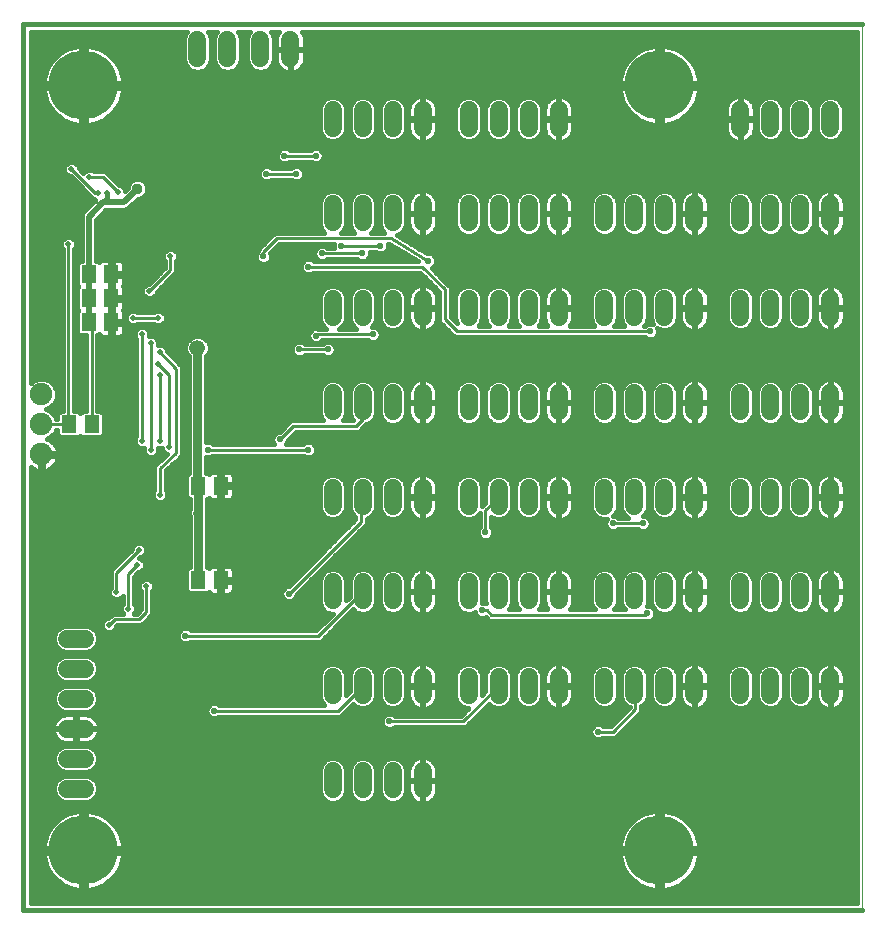
<source format=gbl>
G75*
%MOIN*%
%OFA0B0*%
%FSLAX25Y25*%
%IPPOS*%
%LPD*%
%AMOC8*
5,1,8,0,0,1.08239X$1,22.5*
%
%ADD10C,0.01600*%
%ADD11C,0.00100*%
%ADD12R,0.05118X0.05906*%
%ADD13C,0.06000*%
%ADD14C,0.07500*%
%ADD15C,0.23000*%
%ADD16C,0.01950*%
%ADD17C,0.01800*%
%ADD18C,0.02250*%
%ADD19C,0.01000*%
%ADD20C,0.02000*%
%ADD21C,0.03750*%
%ADD22C,0.03000*%
%ADD23C,0.05250*%
D10*
X0027500Y0001800D02*
X0027500Y0297076D01*
X0307028Y0297076D01*
X0305178Y0294476D02*
X0305178Y0004400D01*
X0030100Y0004400D01*
X0030100Y0149410D01*
X0030591Y0149053D01*
X0031370Y0148657D01*
X0032200Y0148387D01*
X0033050Y0148252D01*
X0033050Y0153350D01*
X0033950Y0153350D01*
X0033950Y0154250D01*
X0039048Y0154250D01*
X0038913Y0155100D01*
X0038643Y0155930D01*
X0038247Y0156709D01*
X0037733Y0157416D01*
X0037116Y0158033D01*
X0036409Y0158547D01*
X0035630Y0158943D01*
X0035408Y0159016D01*
X0036417Y0159434D01*
X0037866Y0160883D01*
X0038287Y0161900D01*
X0038801Y0161900D01*
X0038801Y0160267D01*
X0039621Y0159447D01*
X0045899Y0159447D01*
X0046500Y0160048D01*
X0047101Y0159447D01*
X0053379Y0159447D01*
X0054199Y0160267D01*
X0054199Y0167333D01*
X0053379Y0168153D01*
X0052140Y0168153D01*
X0052140Y0193447D01*
X0052399Y0193447D01*
X0052723Y0193772D01*
X0052741Y0193742D01*
X0053076Y0193407D01*
X0053486Y0193170D01*
X0053944Y0193047D01*
X0056261Y0193047D01*
X0056261Y0197320D01*
X0057220Y0197320D01*
X0057220Y0193047D01*
X0059536Y0193047D01*
X0059994Y0193170D01*
X0060404Y0193407D01*
X0060740Y0193742D01*
X0060977Y0194152D01*
X0061099Y0194610D01*
X0061099Y0197320D01*
X0057220Y0197320D01*
X0057220Y0198280D01*
X0056261Y0198280D01*
X0056261Y0205320D01*
X0057220Y0205320D01*
X0057220Y0201047D01*
X0057220Y0198280D01*
X0061099Y0198280D01*
X0061099Y0200990D01*
X0060977Y0201448D01*
X0060773Y0201800D01*
X0060977Y0202152D01*
X0061099Y0202610D01*
X0061099Y0205320D01*
X0057220Y0205320D01*
X0057220Y0206280D01*
X0056261Y0206280D01*
X0056261Y0209047D01*
X0056261Y0213320D01*
X0057220Y0213320D01*
X0057220Y0206280D01*
X0061099Y0206280D01*
X0061099Y0208990D01*
X0060977Y0209448D01*
X0060773Y0209800D01*
X0060977Y0210152D01*
X0061099Y0210610D01*
X0061099Y0213320D01*
X0057220Y0213320D01*
X0057220Y0214280D01*
X0056261Y0214280D01*
X0056261Y0218553D01*
X0053944Y0218553D01*
X0053486Y0218430D01*
X0053076Y0218193D01*
X0052741Y0217858D01*
X0052723Y0217828D01*
X0052399Y0218153D01*
X0051660Y0218153D01*
X0051660Y0232066D01*
X0054994Y0235400D01*
X0061477Y0235400D01*
X0062359Y0235765D01*
X0065619Y0239025D01*
X0066151Y0239025D01*
X0067355Y0239524D01*
X0068276Y0240445D01*
X0068775Y0241649D01*
X0068775Y0242951D01*
X0068276Y0244155D01*
X0067355Y0245076D01*
X0066151Y0245575D01*
X0064849Y0245575D01*
X0063645Y0245076D01*
X0062724Y0244155D01*
X0062225Y0242951D01*
X0062225Y0242419D01*
X0061375Y0241569D01*
X0061375Y0242284D01*
X0059984Y0243675D01*
X0059312Y0243675D01*
X0054787Y0248200D01*
X0050959Y0248200D01*
X0050484Y0248675D01*
X0048516Y0248675D01*
X0047414Y0247573D01*
X0045875Y0249112D01*
X0045875Y0249784D01*
X0044484Y0251175D01*
X0042516Y0251175D01*
X0041125Y0249784D01*
X0041125Y0247816D01*
X0042516Y0246425D01*
X0043188Y0246425D01*
X0050713Y0238900D01*
X0051041Y0238900D01*
X0051374Y0238568D01*
X0047225Y0234419D01*
X0046860Y0233537D01*
X0046860Y0218153D01*
X0046121Y0218153D01*
X0045301Y0217333D01*
X0045301Y0210267D01*
X0045768Y0209800D01*
X0045301Y0209333D01*
X0045301Y0202267D01*
X0045768Y0201800D01*
X0045301Y0201333D01*
X0045301Y0194267D01*
X0046121Y0193447D01*
X0048340Y0193447D01*
X0048340Y0168153D01*
X0047101Y0168153D01*
X0046500Y0167552D01*
X0045899Y0168153D01*
X0044400Y0168153D01*
X0044400Y0222341D01*
X0044875Y0222816D01*
X0044875Y0224784D01*
X0043484Y0226175D01*
X0041516Y0226175D01*
X0040125Y0224784D01*
X0040125Y0222816D01*
X0040600Y0222341D01*
X0040600Y0168153D01*
X0039621Y0168153D01*
X0038801Y0167333D01*
X0038801Y0165700D01*
X0038287Y0165700D01*
X0037866Y0166717D01*
X0036417Y0168166D01*
X0034887Y0168800D01*
X0036417Y0169434D01*
X0037866Y0170883D01*
X0038650Y0172776D01*
X0038650Y0174824D01*
X0037866Y0176717D01*
X0036417Y0178166D01*
X0034524Y0178950D01*
X0032476Y0178950D01*
X0030583Y0178166D01*
X0030100Y0177683D01*
X0030100Y0294476D01*
X0081953Y0294476D01*
X0081770Y0294292D01*
X0081100Y0292675D01*
X0081100Y0284925D01*
X0081770Y0283308D01*
X0083008Y0282070D01*
X0084625Y0281400D01*
X0086375Y0281400D01*
X0087992Y0282070D01*
X0089230Y0283308D01*
X0089900Y0284925D01*
X0089900Y0292675D01*
X0089230Y0294292D01*
X0089047Y0294476D01*
X0091953Y0294476D01*
X0091770Y0294292D01*
X0091100Y0292675D01*
X0091100Y0284925D01*
X0091770Y0283308D01*
X0093008Y0282070D01*
X0094625Y0281400D01*
X0096375Y0281400D01*
X0097992Y0282070D01*
X0099230Y0283308D01*
X0099900Y0284925D01*
X0099900Y0292675D01*
X0099230Y0294292D01*
X0099047Y0294476D01*
X0102953Y0294476D01*
X0102770Y0294292D01*
X0102100Y0292675D01*
X0102100Y0284925D01*
X0102770Y0283308D01*
X0104008Y0282070D01*
X0105625Y0281400D01*
X0107375Y0281400D01*
X0108992Y0282070D01*
X0110230Y0283308D01*
X0110900Y0284925D01*
X0110900Y0292675D01*
X0110230Y0294292D01*
X0110047Y0294476D01*
X0112511Y0294476D01*
X0112395Y0294316D01*
X0112052Y0293643D01*
X0111818Y0292924D01*
X0111700Y0292178D01*
X0111700Y0289000D01*
X0116300Y0289000D01*
X0116300Y0288600D01*
X0116700Y0288600D01*
X0116700Y0289000D01*
X0121300Y0289000D01*
X0121300Y0292178D01*
X0121182Y0292924D01*
X0120948Y0293643D01*
X0120605Y0294316D01*
X0120489Y0294476D01*
X0305178Y0294476D01*
X0305178Y0294328D02*
X0120597Y0294328D01*
X0121213Y0292729D02*
X0305178Y0292729D01*
X0305178Y0291131D02*
X0121300Y0291131D01*
X0121300Y0289532D02*
X0235655Y0289532D01*
X0236264Y0289717D02*
X0235014Y0289338D01*
X0233807Y0288838D01*
X0232654Y0288222D01*
X0231568Y0287496D01*
X0230557Y0286667D01*
X0229633Y0285742D01*
X0228804Y0284732D01*
X0228078Y0283646D01*
X0227462Y0282493D01*
X0226962Y0281286D01*
X0226583Y0280036D01*
X0226328Y0278754D01*
X0226214Y0277600D01*
X0238700Y0277600D01*
X0238700Y0290086D01*
X0237546Y0289972D01*
X0236264Y0289717D01*
X0238700Y0289532D02*
X0240300Y0289532D01*
X0240300Y0290086D02*
X0241454Y0289972D01*
X0242736Y0289717D01*
X0243986Y0289338D01*
X0245193Y0288838D01*
X0246346Y0288222D01*
X0247432Y0287496D01*
X0248442Y0286667D01*
X0249367Y0285742D01*
X0250196Y0284732D01*
X0250922Y0283646D01*
X0251538Y0282493D01*
X0252038Y0281286D01*
X0252417Y0280036D01*
X0252672Y0278754D01*
X0252786Y0277600D01*
X0240300Y0277600D01*
X0240300Y0276000D01*
X0252786Y0276000D01*
X0252672Y0274846D01*
X0252417Y0273564D01*
X0252038Y0272314D01*
X0251538Y0271107D01*
X0250922Y0269954D01*
X0250196Y0268868D01*
X0249367Y0267857D01*
X0248442Y0266933D01*
X0247432Y0266104D01*
X0246346Y0265378D01*
X0245193Y0264762D01*
X0243986Y0264262D01*
X0242736Y0263883D01*
X0241454Y0263628D01*
X0240300Y0263514D01*
X0240300Y0276000D01*
X0238700Y0276000D01*
X0238700Y0263514D01*
X0237546Y0263628D01*
X0236264Y0263883D01*
X0235014Y0264262D01*
X0233807Y0264762D01*
X0232654Y0265378D01*
X0231568Y0266104D01*
X0230557Y0266933D01*
X0229633Y0267857D01*
X0228804Y0268868D01*
X0228078Y0269954D01*
X0227462Y0271107D01*
X0226962Y0272314D01*
X0226583Y0273564D01*
X0226328Y0274846D01*
X0226214Y0276000D01*
X0238700Y0276000D01*
X0238700Y0277600D01*
X0240300Y0277600D01*
X0240300Y0290086D01*
X0240300Y0287934D02*
X0238700Y0287934D01*
X0238700Y0286335D02*
X0240300Y0286335D01*
X0240300Y0284737D02*
X0238700Y0284737D01*
X0238700Y0283138D02*
X0240300Y0283138D01*
X0240300Y0281539D02*
X0238700Y0281539D01*
X0238700Y0279941D02*
X0240300Y0279941D01*
X0240300Y0278342D02*
X0238700Y0278342D01*
X0238700Y0276744D02*
X0048300Y0276744D01*
X0048300Y0276000D02*
X0048300Y0277600D01*
X0060786Y0277600D01*
X0060672Y0278754D01*
X0060417Y0280036D01*
X0060038Y0281286D01*
X0059538Y0282493D01*
X0058922Y0283646D01*
X0058196Y0284732D01*
X0057367Y0285742D01*
X0056442Y0286667D01*
X0055432Y0287496D01*
X0054346Y0288222D01*
X0053193Y0288838D01*
X0051986Y0289338D01*
X0050736Y0289717D01*
X0049454Y0289972D01*
X0048300Y0290086D01*
X0048300Y0277600D01*
X0046700Y0277600D01*
X0046700Y0290086D01*
X0045546Y0289972D01*
X0044264Y0289717D01*
X0043014Y0289338D01*
X0041807Y0288838D01*
X0040654Y0288222D01*
X0039568Y0287496D01*
X0038557Y0286667D01*
X0037633Y0285742D01*
X0036804Y0284732D01*
X0036078Y0283646D01*
X0035462Y0282493D01*
X0034962Y0281286D01*
X0034583Y0280036D01*
X0034328Y0278754D01*
X0034214Y0277600D01*
X0046700Y0277600D01*
X0046700Y0276000D01*
X0048300Y0276000D01*
X0060786Y0276000D01*
X0060672Y0274846D01*
X0060417Y0273564D01*
X0060038Y0272314D01*
X0059538Y0271107D01*
X0058922Y0269954D01*
X0058196Y0268868D01*
X0057367Y0267857D01*
X0056442Y0266933D01*
X0055432Y0266104D01*
X0054346Y0265378D01*
X0053193Y0264762D01*
X0051986Y0264262D01*
X0050736Y0263883D01*
X0049454Y0263628D01*
X0048300Y0263514D01*
X0048300Y0276000D01*
X0048300Y0275145D02*
X0046700Y0275145D01*
X0046700Y0276000D02*
X0046700Y0263514D01*
X0045546Y0263628D01*
X0044264Y0263883D01*
X0043014Y0264262D01*
X0041807Y0264762D01*
X0040654Y0265378D01*
X0039568Y0266104D01*
X0038557Y0266933D01*
X0037633Y0267857D01*
X0036804Y0268868D01*
X0036078Y0269954D01*
X0035462Y0271107D01*
X0034962Y0272314D01*
X0034583Y0273564D01*
X0034328Y0274846D01*
X0034214Y0276000D01*
X0046700Y0276000D01*
X0046700Y0276744D02*
X0030100Y0276744D01*
X0030100Y0278342D02*
X0034288Y0278342D01*
X0034564Y0279941D02*
X0030100Y0279941D01*
X0030100Y0281539D02*
X0035067Y0281539D01*
X0035807Y0283138D02*
X0030100Y0283138D01*
X0030100Y0284737D02*
X0036808Y0284737D01*
X0038226Y0286335D02*
X0030100Y0286335D01*
X0030100Y0287934D02*
X0040223Y0287934D01*
X0043655Y0289532D02*
X0030100Y0289532D01*
X0030100Y0291131D02*
X0081100Y0291131D01*
X0081122Y0292729D02*
X0030100Y0292729D01*
X0030100Y0294328D02*
X0081805Y0294328D01*
X0081100Y0289532D02*
X0051345Y0289532D01*
X0048300Y0289532D02*
X0046700Y0289532D01*
X0046700Y0287934D02*
X0048300Y0287934D01*
X0048300Y0286335D02*
X0046700Y0286335D01*
X0046700Y0284737D02*
X0048300Y0284737D01*
X0048300Y0283138D02*
X0046700Y0283138D01*
X0046700Y0281539D02*
X0048300Y0281539D01*
X0048300Y0279941D02*
X0046700Y0279941D01*
X0046700Y0278342D02*
X0048300Y0278342D01*
X0048300Y0273547D02*
X0046700Y0273547D01*
X0046700Y0271948D02*
X0048300Y0271948D01*
X0048300Y0270350D02*
X0046700Y0270350D01*
X0046700Y0268751D02*
X0048300Y0268751D01*
X0048300Y0267153D02*
X0046700Y0267153D01*
X0046700Y0265554D02*
X0048300Y0265554D01*
X0048300Y0263956D02*
X0046700Y0263956D01*
X0044024Y0263956D02*
X0030100Y0263956D01*
X0030100Y0265554D02*
X0040391Y0265554D01*
X0038338Y0267153D02*
X0030100Y0267153D01*
X0030100Y0268751D02*
X0036900Y0268751D01*
X0035867Y0270350D02*
X0030100Y0270350D01*
X0030100Y0271948D02*
X0035114Y0271948D01*
X0034588Y0273547D02*
X0030100Y0273547D01*
X0030100Y0275145D02*
X0034299Y0275145D01*
X0030100Y0262357D02*
X0126210Y0262357D01*
X0126210Y0261704D02*
X0126880Y0260087D01*
X0128118Y0258849D01*
X0129735Y0258180D01*
X0131485Y0258180D01*
X0133103Y0258849D01*
X0134340Y0260087D01*
X0135010Y0261704D01*
X0135010Y0269455D01*
X0134340Y0271072D01*
X0133103Y0272310D01*
X0131485Y0272980D01*
X0129735Y0272980D01*
X0128118Y0272310D01*
X0126880Y0271072D01*
X0126210Y0269455D01*
X0126210Y0261704D01*
X0126602Y0260759D02*
X0030100Y0260759D01*
X0030100Y0259160D02*
X0127807Y0259160D01*
X0126430Y0255441D02*
X0125502Y0255825D01*
X0124498Y0255825D01*
X0123570Y0255441D01*
X0123329Y0255200D01*
X0116171Y0255200D01*
X0115930Y0255441D01*
X0115002Y0255825D01*
X0113998Y0255825D01*
X0113070Y0255441D01*
X0112359Y0254730D01*
X0111975Y0253802D01*
X0111975Y0252798D01*
X0112359Y0251870D01*
X0113070Y0251159D01*
X0113998Y0250775D01*
X0115002Y0250775D01*
X0115930Y0251159D01*
X0116171Y0251400D01*
X0123329Y0251400D01*
X0123570Y0251159D01*
X0124498Y0250775D01*
X0125502Y0250775D01*
X0126430Y0251159D01*
X0127141Y0251870D01*
X0127525Y0252798D01*
X0127525Y0253802D01*
X0127141Y0254730D01*
X0126430Y0255441D01*
X0127292Y0254365D02*
X0305178Y0254365D01*
X0305178Y0255963D02*
X0030100Y0255963D01*
X0030100Y0254365D02*
X0112208Y0254365D01*
X0111988Y0252766D02*
X0030100Y0252766D01*
X0030100Y0251168D02*
X0042509Y0251168D01*
X0044491Y0251168D02*
X0113061Y0251168D01*
X0115939Y0251168D02*
X0123561Y0251168D01*
X0126439Y0251168D02*
X0305178Y0251168D01*
X0305178Y0252766D02*
X0127512Y0252766D01*
X0120641Y0248730D02*
X0121025Y0247802D01*
X0121025Y0246798D01*
X0120641Y0245870D01*
X0119930Y0245159D01*
X0119002Y0244775D01*
X0117998Y0244775D01*
X0117070Y0245159D01*
X0116829Y0245400D01*
X0110171Y0245400D01*
X0109930Y0245159D01*
X0109002Y0244775D01*
X0107998Y0244775D01*
X0107070Y0245159D01*
X0106359Y0245870D01*
X0105975Y0246798D01*
X0105975Y0247802D01*
X0106359Y0248730D01*
X0107070Y0249441D01*
X0107998Y0249825D01*
X0109002Y0249825D01*
X0109930Y0249441D01*
X0110171Y0249200D01*
X0116829Y0249200D01*
X0117070Y0249441D01*
X0117998Y0249825D01*
X0119002Y0249825D01*
X0119930Y0249441D01*
X0120641Y0248730D01*
X0120955Y0247971D02*
X0305178Y0247971D01*
X0305178Y0249569D02*
X0119620Y0249569D01*
X0117380Y0249569D02*
X0109620Y0249569D01*
X0107380Y0249569D02*
X0045875Y0249569D01*
X0047016Y0247971D02*
X0047812Y0247971D01*
X0044839Y0244774D02*
X0030100Y0244774D01*
X0030100Y0246372D02*
X0043241Y0246372D01*
X0041125Y0247971D02*
X0030100Y0247971D01*
X0030100Y0249569D02*
X0041125Y0249569D01*
X0046438Y0243175D02*
X0030100Y0243175D01*
X0030100Y0241577D02*
X0048036Y0241577D01*
X0049635Y0239978D02*
X0030100Y0239978D01*
X0030100Y0238380D02*
X0051186Y0238380D01*
X0049587Y0236781D02*
X0030100Y0236781D01*
X0030100Y0235183D02*
X0047989Y0235183D01*
X0046879Y0233584D02*
X0030100Y0233584D01*
X0030100Y0231986D02*
X0046860Y0231986D01*
X0046860Y0230387D02*
X0030100Y0230387D01*
X0030100Y0228789D02*
X0046860Y0228789D01*
X0046860Y0227190D02*
X0030100Y0227190D01*
X0030100Y0225592D02*
X0040933Y0225592D01*
X0040125Y0223993D02*
X0030100Y0223993D01*
X0030100Y0222395D02*
X0040547Y0222395D01*
X0040600Y0220796D02*
X0030100Y0220796D01*
X0030100Y0219198D02*
X0040600Y0219198D01*
X0040600Y0217599D02*
X0030100Y0217599D01*
X0030100Y0216001D02*
X0040600Y0216001D01*
X0040600Y0214402D02*
X0030100Y0214402D01*
X0030100Y0212803D02*
X0040600Y0212803D01*
X0040600Y0211205D02*
X0030100Y0211205D01*
X0030100Y0209606D02*
X0040600Y0209606D01*
X0040600Y0208008D02*
X0030100Y0208008D01*
X0030100Y0206409D02*
X0040600Y0206409D01*
X0040600Y0204811D02*
X0030100Y0204811D01*
X0030100Y0203212D02*
X0040600Y0203212D01*
X0040600Y0201614D02*
X0030100Y0201614D01*
X0030100Y0200015D02*
X0040600Y0200015D01*
X0040600Y0198417D02*
X0030100Y0198417D01*
X0030100Y0196818D02*
X0040600Y0196818D01*
X0040600Y0195220D02*
X0030100Y0195220D01*
X0030100Y0193621D02*
X0040600Y0193621D01*
X0040600Y0192023D02*
X0030100Y0192023D01*
X0030100Y0190424D02*
X0040600Y0190424D01*
X0040600Y0188826D02*
X0030100Y0188826D01*
X0030100Y0187227D02*
X0040600Y0187227D01*
X0040600Y0185629D02*
X0030100Y0185629D01*
X0030100Y0184030D02*
X0040600Y0184030D01*
X0040600Y0182432D02*
X0030100Y0182432D01*
X0030100Y0180833D02*
X0040600Y0180833D01*
X0040600Y0179235D02*
X0030100Y0179235D01*
X0036947Y0177636D02*
X0040600Y0177636D01*
X0040600Y0176038D02*
X0038147Y0176038D01*
X0038650Y0174439D02*
X0040600Y0174439D01*
X0040600Y0172841D02*
X0038650Y0172841D01*
X0038015Y0171242D02*
X0040600Y0171242D01*
X0040600Y0169644D02*
X0036627Y0169644D01*
X0036538Y0168045D02*
X0039513Y0168045D01*
X0038801Y0166447D02*
X0037978Y0166447D01*
X0038184Y0161651D02*
X0038801Y0161651D01*
X0039016Y0160053D02*
X0037036Y0160053D01*
X0036536Y0158454D02*
X0064625Y0158454D01*
X0064625Y0159284D02*
X0064625Y0157316D01*
X0066016Y0155925D01*
X0067625Y0155925D01*
X0067625Y0154316D01*
X0069016Y0152925D01*
X0070984Y0152925D01*
X0072375Y0154316D01*
X0072375Y0155925D01*
X0073625Y0155925D01*
X0073625Y0155316D01*
X0075016Y0153925D01*
X0075263Y0153925D01*
X0072265Y0151200D01*
X0072213Y0151200D01*
X0071689Y0150676D01*
X0071140Y0150176D01*
X0071137Y0150124D01*
X0071100Y0150087D01*
X0071100Y0149345D01*
X0071065Y0148604D01*
X0071100Y0148565D01*
X0071100Y0141759D01*
X0070625Y0141284D01*
X0070625Y0139316D01*
X0072016Y0137925D01*
X0073984Y0137925D01*
X0075375Y0139316D01*
X0075375Y0141284D01*
X0074900Y0141759D01*
X0074900Y0148459D01*
X0079235Y0152400D01*
X0079287Y0152400D01*
X0079811Y0152924D01*
X0080360Y0153423D01*
X0080363Y0153476D01*
X0080400Y0153513D01*
X0080400Y0154255D01*
X0080435Y0154996D01*
X0080400Y0155035D01*
X0080400Y0183087D01*
X0075375Y0188112D01*
X0075375Y0188784D01*
X0073984Y0190175D01*
X0072375Y0190175D01*
X0072375Y0191784D01*
X0070984Y0193175D01*
X0069375Y0193175D01*
X0069375Y0194784D01*
X0067984Y0196175D01*
X0066016Y0196175D01*
X0064625Y0194784D01*
X0064625Y0192816D01*
X0065100Y0192341D01*
X0065100Y0159759D01*
X0064625Y0159284D01*
X0065100Y0160053D02*
X0053984Y0160053D01*
X0054199Y0161651D02*
X0065100Y0161651D01*
X0065100Y0163250D02*
X0054199Y0163250D01*
X0054199Y0164848D02*
X0065100Y0164848D01*
X0065100Y0166447D02*
X0054199Y0166447D01*
X0053487Y0168045D02*
X0065100Y0168045D01*
X0065100Y0169644D02*
X0052140Y0169644D01*
X0052140Y0171242D02*
X0065100Y0171242D01*
X0065100Y0172841D02*
X0052140Y0172841D01*
X0052140Y0174439D02*
X0065100Y0174439D01*
X0065100Y0176038D02*
X0052140Y0176038D01*
X0052140Y0177636D02*
X0065100Y0177636D01*
X0065100Y0179235D02*
X0052140Y0179235D01*
X0052140Y0180833D02*
X0065100Y0180833D01*
X0065100Y0182432D02*
X0052140Y0182432D01*
X0052140Y0184030D02*
X0065100Y0184030D01*
X0065100Y0185629D02*
X0052140Y0185629D01*
X0052140Y0187227D02*
X0065100Y0187227D01*
X0065100Y0188826D02*
X0052140Y0188826D01*
X0052140Y0190424D02*
X0065100Y0190424D01*
X0065100Y0192023D02*
X0052140Y0192023D01*
X0052573Y0193621D02*
X0052861Y0193621D01*
X0056261Y0193621D02*
X0057220Y0193621D01*
X0057220Y0195220D02*
X0056261Y0195220D01*
X0056261Y0196818D02*
X0057220Y0196818D01*
X0057220Y0198417D02*
X0056261Y0198417D01*
X0056261Y0200015D02*
X0057220Y0200015D01*
X0057220Y0201614D02*
X0056261Y0201614D01*
X0056261Y0203212D02*
X0057220Y0203212D01*
X0057220Y0204811D02*
X0056261Y0204811D01*
X0056261Y0206409D02*
X0057220Y0206409D01*
X0057220Y0208008D02*
X0056261Y0208008D01*
X0056261Y0209606D02*
X0057220Y0209606D01*
X0057220Y0211205D02*
X0056261Y0211205D01*
X0056261Y0212803D02*
X0057220Y0212803D01*
X0057220Y0214280D02*
X0061099Y0214280D01*
X0061099Y0216990D01*
X0060977Y0217448D01*
X0060740Y0217858D01*
X0060404Y0218193D01*
X0059994Y0218430D01*
X0059536Y0218553D01*
X0057220Y0218553D01*
X0057220Y0214280D01*
X0057220Y0214402D02*
X0056261Y0214402D01*
X0056261Y0216001D02*
X0057220Y0216001D01*
X0057220Y0217599D02*
X0056261Y0217599D01*
X0060889Y0217599D02*
X0074600Y0217599D01*
X0074600Y0218341D02*
X0074600Y0216087D01*
X0069188Y0210675D01*
X0068516Y0210675D01*
X0067125Y0209284D01*
X0067125Y0207316D01*
X0068516Y0205925D01*
X0070484Y0205925D01*
X0071875Y0207316D01*
X0071875Y0207988D01*
X0078400Y0214513D01*
X0078400Y0218341D01*
X0078875Y0218816D01*
X0078875Y0220784D01*
X0077484Y0222175D01*
X0075516Y0222175D01*
X0074125Y0220784D01*
X0074125Y0218816D01*
X0074600Y0218341D01*
X0074125Y0219198D02*
X0051660Y0219198D01*
X0051660Y0220796D02*
X0074137Y0220796D01*
X0074514Y0216001D02*
X0061099Y0216001D01*
X0061099Y0214402D02*
X0072915Y0214402D01*
X0071316Y0212803D02*
X0061099Y0212803D01*
X0061099Y0211205D02*
X0069718Y0211205D01*
X0067448Y0209606D02*
X0060885Y0209606D01*
X0061099Y0208008D02*
X0067125Y0208008D01*
X0068032Y0206409D02*
X0061099Y0206409D01*
X0061099Y0204811D02*
X0126210Y0204811D01*
X0126210Y0206409D02*
X0070968Y0206409D01*
X0071895Y0208008D02*
X0126850Y0208008D01*
X0126880Y0208080D02*
X0126210Y0206463D01*
X0126210Y0198712D01*
X0126880Y0197095D01*
X0128118Y0195857D01*
X0128498Y0195700D01*
X0125804Y0195700D01*
X0125502Y0195825D01*
X0124498Y0195825D01*
X0123570Y0195441D01*
X0122859Y0194730D01*
X0122475Y0193802D01*
X0122475Y0192798D01*
X0122859Y0191870D01*
X0123570Y0191159D01*
X0124498Y0190775D01*
X0125502Y0190775D01*
X0126430Y0191159D01*
X0127141Y0191870D01*
X0127153Y0191900D01*
X0142329Y0191900D01*
X0142570Y0191659D01*
X0143498Y0191275D01*
X0144502Y0191275D01*
X0145430Y0191659D01*
X0146141Y0192370D01*
X0146525Y0193298D01*
X0146525Y0194302D01*
X0146141Y0195230D01*
X0145430Y0195941D01*
X0144502Y0196325D01*
X0143570Y0196325D01*
X0144340Y0197095D01*
X0145010Y0198712D01*
X0145010Y0206463D01*
X0144340Y0208080D01*
X0143103Y0209318D01*
X0141485Y0209987D01*
X0139735Y0209987D01*
X0138118Y0209318D01*
X0136880Y0208080D01*
X0136210Y0206463D01*
X0136210Y0198712D01*
X0136880Y0197095D01*
X0138118Y0195857D01*
X0138498Y0195700D01*
X0132723Y0195700D01*
X0133103Y0195857D01*
X0134340Y0197095D01*
X0135010Y0198712D01*
X0135010Y0206463D01*
X0134340Y0208080D01*
X0133103Y0209318D01*
X0131485Y0209987D01*
X0129735Y0209987D01*
X0128118Y0209318D01*
X0126880Y0208080D01*
X0128815Y0209606D02*
X0073493Y0209606D01*
X0075092Y0211205D02*
X0162908Y0211205D01*
X0162453Y0210036D02*
X0161734Y0210269D01*
X0160988Y0210387D01*
X0160810Y0210387D01*
X0160810Y0202787D01*
X0165410Y0202787D01*
X0165410Y0205965D01*
X0165292Y0206711D01*
X0165059Y0207430D01*
X0164716Y0208103D01*
X0164271Y0208714D01*
X0163737Y0209249D01*
X0163126Y0209693D01*
X0162453Y0210036D01*
X0163245Y0209606D02*
X0164507Y0209606D01*
X0164764Y0208008D02*
X0166100Y0208008D01*
X0166100Y0208013D02*
X0166100Y0198013D01*
X0170100Y0194013D01*
X0171213Y0192900D01*
X0234829Y0192900D01*
X0235070Y0192659D01*
X0235998Y0192275D01*
X0237002Y0192275D01*
X0237930Y0192659D01*
X0238641Y0193370D01*
X0239025Y0194298D01*
X0239025Y0195302D01*
X0238821Y0195794D01*
X0240286Y0195187D01*
X0242037Y0195187D01*
X0243654Y0195857D01*
X0244892Y0197095D01*
X0245561Y0198712D01*
X0245561Y0206463D01*
X0244892Y0208080D01*
X0243654Y0209318D01*
X0242037Y0209987D01*
X0240286Y0209987D01*
X0238669Y0209318D01*
X0237431Y0208080D01*
X0236761Y0206463D01*
X0236761Y0198712D01*
X0237405Y0197158D01*
X0237002Y0197325D01*
X0235998Y0197325D01*
X0235070Y0196941D01*
X0234829Y0196700D01*
X0234497Y0196700D01*
X0234892Y0197095D01*
X0235561Y0198712D01*
X0235561Y0206463D01*
X0234892Y0208080D01*
X0233654Y0209318D01*
X0232037Y0209987D01*
X0230286Y0209987D01*
X0228669Y0209318D01*
X0227431Y0208080D01*
X0226761Y0206463D01*
X0226761Y0198712D01*
X0227431Y0197095D01*
X0227826Y0196700D01*
X0224497Y0196700D01*
X0224892Y0197095D01*
X0225561Y0198712D01*
X0225561Y0206463D01*
X0224892Y0208080D01*
X0223654Y0209318D01*
X0222037Y0209987D01*
X0220286Y0209987D01*
X0218669Y0209318D01*
X0217431Y0208080D01*
X0216761Y0206463D01*
X0216761Y0198712D01*
X0217431Y0197095D01*
X0217826Y0196700D01*
X0209721Y0196700D01*
X0209991Y0197072D01*
X0210334Y0197745D01*
X0210568Y0198463D01*
X0210686Y0199210D01*
X0210686Y0202387D01*
X0206086Y0202387D01*
X0206086Y0202787D01*
X0210686Y0202787D01*
X0210686Y0205965D01*
X0210568Y0206711D01*
X0210334Y0207430D01*
X0209991Y0208103D01*
X0209547Y0208714D01*
X0209013Y0209249D01*
X0208402Y0209693D01*
X0207728Y0210036D01*
X0207010Y0210269D01*
X0206264Y0210387D01*
X0206086Y0210387D01*
X0206086Y0202787D01*
X0205686Y0202787D01*
X0205686Y0202387D01*
X0201086Y0202387D01*
X0201086Y0199210D01*
X0201204Y0198463D01*
X0201437Y0197745D01*
X0201780Y0197072D01*
X0202051Y0196700D01*
X0199221Y0196700D01*
X0199616Y0197095D01*
X0200286Y0198712D01*
X0200286Y0206463D01*
X0199616Y0208080D01*
X0198378Y0209318D01*
X0196761Y0209987D01*
X0195011Y0209987D01*
X0193393Y0209318D01*
X0192156Y0208080D01*
X0191486Y0206463D01*
X0191486Y0198712D01*
X0192156Y0197095D01*
X0192551Y0196700D01*
X0189221Y0196700D01*
X0189616Y0197095D01*
X0190286Y0198712D01*
X0190286Y0206463D01*
X0189616Y0208080D01*
X0188378Y0209318D01*
X0186761Y0209987D01*
X0185011Y0209987D01*
X0183393Y0209318D01*
X0182156Y0208080D01*
X0181486Y0206463D01*
X0181486Y0198712D01*
X0182156Y0197095D01*
X0182551Y0196700D01*
X0179221Y0196700D01*
X0179616Y0197095D01*
X0180286Y0198712D01*
X0180286Y0206463D01*
X0179616Y0208080D01*
X0178378Y0209318D01*
X0176761Y0209987D01*
X0175011Y0209987D01*
X0173393Y0209318D01*
X0172156Y0208080D01*
X0171486Y0206463D01*
X0171486Y0198712D01*
X0171989Y0197498D01*
X0169900Y0199587D01*
X0169900Y0209587D01*
X0168787Y0210700D01*
X0163504Y0215983D01*
X0163930Y0216159D01*
X0164641Y0216870D01*
X0165025Y0217798D01*
X0165025Y0218802D01*
X0164641Y0219730D01*
X0163930Y0220441D01*
X0163002Y0220825D01*
X0161998Y0220825D01*
X0161990Y0220822D01*
X0151920Y0226864D01*
X0153103Y0227353D01*
X0154340Y0228591D01*
X0155010Y0230208D01*
X0155010Y0237959D01*
X0154340Y0239576D01*
X0153103Y0240814D01*
X0151485Y0241483D01*
X0149735Y0241483D01*
X0148118Y0240814D01*
X0146880Y0239576D01*
X0146210Y0237959D01*
X0146210Y0230208D01*
X0146880Y0228591D01*
X0147771Y0227700D01*
X0143449Y0227700D01*
X0144340Y0228591D01*
X0145010Y0230208D01*
X0145010Y0237959D01*
X0144340Y0239576D01*
X0143103Y0240814D01*
X0141485Y0241483D01*
X0139735Y0241483D01*
X0138118Y0240814D01*
X0136880Y0239576D01*
X0136210Y0237959D01*
X0136210Y0230208D01*
X0136880Y0228591D01*
X0137771Y0227700D01*
X0133449Y0227700D01*
X0134340Y0228591D01*
X0135010Y0230208D01*
X0135010Y0237959D01*
X0134340Y0239576D01*
X0133103Y0240814D01*
X0131485Y0241483D01*
X0129735Y0241483D01*
X0128118Y0240814D01*
X0126880Y0239576D01*
X0126210Y0237959D01*
X0126210Y0230208D01*
X0126880Y0228591D01*
X0127771Y0227700D01*
X0111213Y0227700D01*
X0110100Y0226587D01*
X0105600Y0222087D01*
X0105600Y0221471D01*
X0105359Y0221230D01*
X0104975Y0220302D01*
X0104975Y0219298D01*
X0105359Y0218370D01*
X0106070Y0217659D01*
X0106998Y0217275D01*
X0108002Y0217275D01*
X0108930Y0217659D01*
X0109641Y0218370D01*
X0110025Y0219298D01*
X0110025Y0220302D01*
X0109780Y0220893D01*
X0112787Y0223900D01*
X0131016Y0223900D01*
X0130975Y0223802D01*
X0130975Y0222798D01*
X0131016Y0222700D01*
X0128671Y0222700D01*
X0128430Y0222941D01*
X0127502Y0223325D01*
X0126498Y0223325D01*
X0125570Y0222941D01*
X0124859Y0222230D01*
X0124475Y0221302D01*
X0124475Y0220298D01*
X0124859Y0219370D01*
X0125570Y0218659D01*
X0126498Y0218275D01*
X0127502Y0218275D01*
X0128430Y0218659D01*
X0128671Y0218900D01*
X0138829Y0218900D01*
X0139070Y0218659D01*
X0139998Y0218275D01*
X0141002Y0218275D01*
X0141930Y0218659D01*
X0142641Y0219370D01*
X0143025Y0220298D01*
X0143025Y0221302D01*
X0142984Y0221400D01*
X0144829Y0221400D01*
X0145070Y0221159D01*
X0145998Y0220775D01*
X0147002Y0220775D01*
X0147930Y0221159D01*
X0148641Y0221870D01*
X0149025Y0222798D01*
X0149025Y0223802D01*
X0148984Y0223900D01*
X0149474Y0223900D01*
X0158974Y0218200D01*
X0124171Y0218200D01*
X0123930Y0218441D01*
X0123002Y0218825D01*
X0121998Y0218825D01*
X0121070Y0218441D01*
X0120359Y0217730D01*
X0119975Y0216802D01*
X0119975Y0215798D01*
X0120359Y0214870D01*
X0121070Y0214159D01*
X0121998Y0213775D01*
X0123002Y0213775D01*
X0123930Y0214159D01*
X0124171Y0214400D01*
X0159713Y0214400D01*
X0166100Y0208013D01*
X0166100Y0206409D02*
X0165340Y0206409D01*
X0165410Y0204811D02*
X0166100Y0204811D01*
X0166100Y0203212D02*
X0165410Y0203212D01*
X0165410Y0202387D02*
X0160810Y0202387D01*
X0160810Y0194787D01*
X0160988Y0194787D01*
X0161734Y0194906D01*
X0162453Y0195139D01*
X0163126Y0195482D01*
X0163737Y0195926D01*
X0164271Y0196460D01*
X0164716Y0197072D01*
X0165059Y0197745D01*
X0165292Y0198463D01*
X0165410Y0199210D01*
X0165410Y0202387D01*
X0165410Y0201614D02*
X0166100Y0201614D01*
X0166100Y0200015D02*
X0165410Y0200015D01*
X0165277Y0198417D02*
X0166100Y0198417D01*
X0167295Y0196818D02*
X0164532Y0196818D01*
X0162611Y0195220D02*
X0168893Y0195220D01*
X0170492Y0193621D02*
X0146525Y0193621D01*
X0146145Y0195220D02*
X0149657Y0195220D01*
X0149735Y0195187D02*
X0151485Y0195187D01*
X0153103Y0195857D01*
X0154340Y0197095D01*
X0155010Y0198712D01*
X0155010Y0206463D01*
X0154340Y0208080D01*
X0153103Y0209318D01*
X0151485Y0209987D01*
X0149735Y0209987D01*
X0148118Y0209318D01*
X0146880Y0208080D01*
X0146210Y0206463D01*
X0146210Y0198712D01*
X0146880Y0197095D01*
X0148118Y0195857D01*
X0149735Y0195187D01*
X0151564Y0195220D02*
X0158609Y0195220D01*
X0158768Y0195139D02*
X0159486Y0194906D01*
X0160232Y0194787D01*
X0160410Y0194787D01*
X0160410Y0202387D01*
X0160810Y0202387D01*
X0160810Y0202787D01*
X0160410Y0202787D01*
X0160410Y0202387D01*
X0155810Y0202387D01*
X0155810Y0199210D01*
X0155928Y0198463D01*
X0156162Y0197745D01*
X0156505Y0197072D01*
X0156949Y0196460D01*
X0157483Y0195926D01*
X0158094Y0195482D01*
X0158768Y0195139D01*
X0160410Y0195220D02*
X0160810Y0195220D01*
X0160810Y0196818D02*
X0160410Y0196818D01*
X0160410Y0198417D02*
X0160810Y0198417D01*
X0160810Y0200015D02*
X0160410Y0200015D01*
X0160410Y0201614D02*
X0160810Y0201614D01*
X0160410Y0202787D02*
X0155810Y0202787D01*
X0155810Y0205965D01*
X0155928Y0206711D01*
X0156162Y0207430D01*
X0156505Y0208103D01*
X0156949Y0208714D01*
X0157483Y0209249D01*
X0158094Y0209693D01*
X0158768Y0210036D01*
X0159486Y0210269D01*
X0160232Y0210387D01*
X0160410Y0210387D01*
X0160410Y0202787D01*
X0160410Y0203212D02*
X0160810Y0203212D01*
X0160810Y0204811D02*
X0160410Y0204811D01*
X0160410Y0206409D02*
X0160810Y0206409D01*
X0160810Y0208008D02*
X0160410Y0208008D01*
X0160410Y0209606D02*
X0160810Y0209606D01*
X0157976Y0209606D02*
X0152405Y0209606D01*
X0154370Y0208008D02*
X0156456Y0208008D01*
X0155881Y0206409D02*
X0155010Y0206409D01*
X0155010Y0204811D02*
X0155810Y0204811D01*
X0155810Y0203212D02*
X0155010Y0203212D01*
X0155010Y0201614D02*
X0155810Y0201614D01*
X0155810Y0200015D02*
X0155010Y0200015D01*
X0154888Y0198417D02*
X0155944Y0198417D01*
X0156689Y0196818D02*
X0154064Y0196818D01*
X0147157Y0196818D02*
X0144064Y0196818D01*
X0144888Y0198417D02*
X0146333Y0198417D01*
X0146210Y0200015D02*
X0145010Y0200015D01*
X0145010Y0201614D02*
X0146210Y0201614D01*
X0146210Y0203212D02*
X0145010Y0203212D01*
X0145010Y0204811D02*
X0146210Y0204811D01*
X0146210Y0206409D02*
X0145010Y0206409D01*
X0144370Y0208008D02*
X0146850Y0208008D01*
X0148815Y0209606D02*
X0142405Y0209606D01*
X0138815Y0209606D02*
X0132405Y0209606D01*
X0134370Y0208008D02*
X0136850Y0208008D01*
X0136210Y0206409D02*
X0135010Y0206409D01*
X0135010Y0204811D02*
X0136210Y0204811D01*
X0136210Y0203212D02*
X0135010Y0203212D01*
X0135010Y0201614D02*
X0136210Y0201614D01*
X0136210Y0200015D02*
X0135010Y0200015D01*
X0134888Y0198417D02*
X0136333Y0198417D01*
X0137157Y0196818D02*
X0134064Y0196818D01*
X0127157Y0196818D02*
X0061099Y0196818D01*
X0061625Y0198316D02*
X0063016Y0196925D01*
X0064984Y0196925D01*
X0065459Y0197400D01*
X0071041Y0197400D01*
X0071516Y0196925D01*
X0073484Y0196925D01*
X0074875Y0198316D01*
X0074875Y0200284D01*
X0073484Y0201675D01*
X0071516Y0201675D01*
X0071041Y0201200D01*
X0065459Y0201200D01*
X0064984Y0201675D01*
X0063016Y0201675D01*
X0061625Y0200284D01*
X0061625Y0198316D01*
X0061625Y0198417D02*
X0061099Y0198417D01*
X0061099Y0200015D02*
X0061625Y0200015D01*
X0060880Y0201614D02*
X0062955Y0201614D01*
X0065045Y0201614D02*
X0071455Y0201614D01*
X0073545Y0201614D02*
X0126210Y0201614D01*
X0126210Y0203212D02*
X0061099Y0203212D01*
X0061099Y0195220D02*
X0065061Y0195220D01*
X0064625Y0193621D02*
X0060619Y0193621D01*
X0068939Y0195220D02*
X0123349Y0195220D01*
X0122475Y0193621D02*
X0069375Y0193621D01*
X0072136Y0192023D02*
X0082531Y0192023D01*
X0082088Y0191580D02*
X0081475Y0190101D01*
X0081475Y0188499D01*
X0082088Y0187020D01*
X0082600Y0186508D01*
X0082600Y0147632D01*
X0081801Y0146833D01*
X0081801Y0139767D01*
X0082621Y0138947D01*
X0082860Y0138947D01*
X0082860Y0135504D01*
X0082600Y0134877D01*
X0082600Y0133723D01*
X0082860Y0133096D01*
X0082860Y0116153D01*
X0082621Y0116153D01*
X0081801Y0115333D01*
X0081801Y0108267D01*
X0082621Y0107447D01*
X0088899Y0107447D01*
X0089223Y0107772D01*
X0089241Y0107742D01*
X0089576Y0107407D01*
X0089986Y0107170D01*
X0090444Y0107047D01*
X0092761Y0107047D01*
X0092761Y0111320D01*
X0093720Y0111320D01*
X0093720Y0107047D01*
X0096036Y0107047D01*
X0096494Y0107170D01*
X0096904Y0107407D01*
X0097240Y0107742D01*
X0097477Y0108152D01*
X0097599Y0108610D01*
X0097599Y0111320D01*
X0093720Y0111320D01*
X0093720Y0112280D01*
X0092761Y0112280D01*
X0092761Y0116553D01*
X0090444Y0116553D01*
X0089986Y0116430D01*
X0089576Y0116193D01*
X0089241Y0115858D01*
X0089223Y0115828D01*
X0088899Y0116153D01*
X0088660Y0116153D01*
X0088660Y0138947D01*
X0088899Y0138947D01*
X0089223Y0139272D01*
X0089241Y0139242D01*
X0089576Y0138907D01*
X0089986Y0138670D01*
X0090444Y0138547D01*
X0092761Y0138547D01*
X0092761Y0142820D01*
X0093720Y0142820D01*
X0093720Y0138547D01*
X0096036Y0138547D01*
X0096494Y0138670D01*
X0096904Y0138907D01*
X0097240Y0139242D01*
X0097477Y0139652D01*
X0097599Y0140110D01*
X0097599Y0142820D01*
X0093720Y0142820D01*
X0093720Y0143780D01*
X0092761Y0143780D01*
X0092761Y0148053D01*
X0090444Y0148053D01*
X0089986Y0147930D01*
X0089576Y0147693D01*
X0089241Y0147358D01*
X0089223Y0147328D01*
X0088899Y0147653D01*
X0088400Y0147653D01*
X0088400Y0152816D01*
X0088498Y0152775D01*
X0089502Y0152775D01*
X0090430Y0153159D01*
X0090671Y0153400D01*
X0120829Y0153400D01*
X0121070Y0153159D01*
X0121998Y0152775D01*
X0123002Y0152775D01*
X0123930Y0153159D01*
X0124641Y0153870D01*
X0125025Y0154798D01*
X0125025Y0155802D01*
X0124641Y0156730D01*
X0123930Y0157441D01*
X0123002Y0157825D01*
X0121998Y0157825D01*
X0121070Y0157441D01*
X0120829Y0157200D01*
X0114971Y0157200D01*
X0115141Y0157370D01*
X0115525Y0158298D01*
X0115525Y0158638D01*
X0118287Y0161400D01*
X0139287Y0161400D01*
X0141397Y0163510D01*
X0141644Y0163757D01*
X0143103Y0164361D01*
X0144340Y0165599D01*
X0145010Y0167216D01*
X0145010Y0174967D01*
X0144340Y0176584D01*
X0143103Y0177821D01*
X0141485Y0178491D01*
X0139735Y0178491D01*
X0138118Y0177821D01*
X0136880Y0176584D01*
X0136210Y0174967D01*
X0136210Y0167216D01*
X0136880Y0165599D01*
X0137279Y0165200D01*
X0133941Y0165200D01*
X0134340Y0165599D01*
X0135010Y0167216D01*
X0135010Y0174967D01*
X0134340Y0176584D01*
X0133103Y0177821D01*
X0131485Y0178491D01*
X0129735Y0178491D01*
X0128118Y0177821D01*
X0126880Y0176584D01*
X0126210Y0174967D01*
X0126210Y0167216D01*
X0126880Y0165599D01*
X0127279Y0165200D01*
X0116713Y0165200D01*
X0115600Y0164087D01*
X0115600Y0164087D01*
X0112838Y0161325D01*
X0112498Y0161325D01*
X0111570Y0160941D01*
X0110859Y0160230D01*
X0110475Y0159302D01*
X0110475Y0158298D01*
X0110859Y0157370D01*
X0111029Y0157200D01*
X0090671Y0157200D01*
X0090430Y0157441D01*
X0089502Y0157825D01*
X0088498Y0157825D01*
X0088400Y0157784D01*
X0088400Y0186508D01*
X0088912Y0187020D01*
X0089525Y0188499D01*
X0089525Y0190101D01*
X0088912Y0191580D01*
X0087780Y0192712D01*
X0086301Y0193325D01*
X0084699Y0193325D01*
X0083220Y0192712D01*
X0082088Y0191580D01*
X0081609Y0190424D02*
X0072375Y0190424D01*
X0075333Y0188826D02*
X0081475Y0188826D01*
X0082002Y0187227D02*
X0076260Y0187227D01*
X0077858Y0185629D02*
X0082600Y0185629D01*
X0082600Y0184030D02*
X0079457Y0184030D01*
X0080400Y0182432D02*
X0082600Y0182432D01*
X0082600Y0180833D02*
X0080400Y0180833D01*
X0080400Y0179235D02*
X0082600Y0179235D01*
X0082600Y0177636D02*
X0080400Y0177636D01*
X0080400Y0176038D02*
X0082600Y0176038D01*
X0082600Y0174439D02*
X0080400Y0174439D01*
X0080400Y0172841D02*
X0082600Y0172841D01*
X0082600Y0171242D02*
X0080400Y0171242D01*
X0080400Y0169644D02*
X0082600Y0169644D01*
X0082600Y0168045D02*
X0080400Y0168045D01*
X0080400Y0166447D02*
X0082600Y0166447D01*
X0082600Y0164848D02*
X0080400Y0164848D01*
X0080400Y0163250D02*
X0082600Y0163250D01*
X0082600Y0161651D02*
X0080400Y0161651D01*
X0080400Y0160053D02*
X0082600Y0160053D01*
X0082600Y0158454D02*
X0080400Y0158454D01*
X0080400Y0156856D02*
X0082600Y0156856D01*
X0082600Y0155257D02*
X0080400Y0155257D01*
X0080400Y0153659D02*
X0082600Y0153659D01*
X0082600Y0152060D02*
X0078861Y0152060D01*
X0077102Y0150462D02*
X0082600Y0150462D01*
X0082600Y0148863D02*
X0075344Y0148863D01*
X0074900Y0147265D02*
X0082233Y0147265D01*
X0081801Y0145666D02*
X0074900Y0145666D01*
X0074900Y0144068D02*
X0081801Y0144068D01*
X0081801Y0142469D02*
X0074900Y0142469D01*
X0075375Y0140870D02*
X0081801Y0140870D01*
X0082296Y0139272D02*
X0075331Y0139272D01*
X0070669Y0139272D02*
X0030100Y0139272D01*
X0030100Y0140870D02*
X0070625Y0140870D01*
X0071100Y0142469D02*
X0030100Y0142469D01*
X0030100Y0144068D02*
X0071100Y0144068D01*
X0071100Y0145666D02*
X0030100Y0145666D01*
X0030100Y0147265D02*
X0071100Y0147265D01*
X0071077Y0148863D02*
X0036036Y0148863D01*
X0036409Y0149053D02*
X0037116Y0149567D01*
X0037733Y0150184D01*
X0038247Y0150891D01*
X0038643Y0151670D01*
X0038913Y0152500D01*
X0039048Y0153350D01*
X0033950Y0153350D01*
X0033950Y0148252D01*
X0034800Y0148387D01*
X0035630Y0148657D01*
X0036409Y0149053D01*
X0037935Y0150462D02*
X0071453Y0150462D01*
X0073212Y0152060D02*
X0038770Y0152060D01*
X0038862Y0155257D02*
X0067625Y0155257D01*
X0068283Y0153659D02*
X0033950Y0153659D01*
X0033950Y0152060D02*
X0033050Y0152060D01*
X0033050Y0150462D02*
X0033950Y0150462D01*
X0033950Y0148863D02*
X0033050Y0148863D01*
X0030964Y0148863D02*
X0030100Y0148863D01*
X0030100Y0137673D02*
X0082860Y0137673D01*
X0082860Y0136075D02*
X0030100Y0136075D01*
X0030100Y0134476D02*
X0082600Y0134476D01*
X0082860Y0132878D02*
X0030100Y0132878D01*
X0030100Y0131279D02*
X0082860Y0131279D01*
X0082860Y0129681D02*
X0030100Y0129681D01*
X0030100Y0128082D02*
X0082860Y0128082D01*
X0082860Y0126484D02*
X0030100Y0126484D01*
X0030100Y0124885D02*
X0082860Y0124885D01*
X0082860Y0123287D02*
X0067872Y0123287D01*
X0068375Y0122784D02*
X0066984Y0124175D01*
X0065016Y0124175D01*
X0063625Y0122784D01*
X0063625Y0122112D01*
X0056600Y0115087D01*
X0056600Y0109259D01*
X0056125Y0108784D01*
X0056125Y0106816D01*
X0057516Y0105425D01*
X0059484Y0105425D01*
X0060600Y0106541D01*
X0060600Y0103759D01*
X0060125Y0103284D01*
X0060125Y0101316D01*
X0060741Y0100700D01*
X0057213Y0100700D01*
X0055688Y0099175D01*
X0055016Y0099175D01*
X0053625Y0097784D01*
X0053625Y0095816D01*
X0055016Y0094425D01*
X0056984Y0094425D01*
X0058375Y0095816D01*
X0058375Y0096488D01*
X0058787Y0096900D01*
X0066787Y0096900D01*
X0067900Y0098013D01*
X0070400Y0100513D01*
X0070400Y0108341D01*
X0070875Y0108816D01*
X0070875Y0110784D01*
X0069484Y0112175D01*
X0067516Y0112175D01*
X0066125Y0110784D01*
X0066125Y0108816D01*
X0066600Y0108341D01*
X0066600Y0102087D01*
X0065213Y0100700D01*
X0064259Y0100700D01*
X0064875Y0101316D01*
X0064875Y0103284D01*
X0064400Y0103759D01*
X0064400Y0113013D01*
X0065812Y0114425D01*
X0066484Y0114425D01*
X0067875Y0115816D01*
X0067875Y0117784D01*
X0066484Y0119175D01*
X0066062Y0119175D01*
X0066312Y0119425D01*
X0066984Y0119425D01*
X0068375Y0120816D01*
X0068375Y0122784D01*
X0068375Y0121688D02*
X0082860Y0121688D01*
X0082860Y0120090D02*
X0067649Y0120090D01*
X0067167Y0118491D02*
X0082860Y0118491D01*
X0082860Y0116893D02*
X0067875Y0116893D01*
X0067353Y0115294D02*
X0081801Y0115294D01*
X0081801Y0113696D02*
X0065083Y0113696D01*
X0064400Y0112097D02*
X0067439Y0112097D01*
X0066125Y0110499D02*
X0064400Y0110499D01*
X0064400Y0108900D02*
X0066125Y0108900D01*
X0066600Y0107302D02*
X0064400Y0107302D01*
X0064400Y0105703D02*
X0066600Y0105703D01*
X0066600Y0104105D02*
X0064400Y0104105D01*
X0064875Y0102506D02*
X0066600Y0102506D01*
X0065421Y0100908D02*
X0064466Y0100908D01*
X0060534Y0100908D02*
X0030100Y0100908D01*
X0030100Y0102506D02*
X0060125Y0102506D01*
X0060600Y0104105D02*
X0030100Y0104105D01*
X0030100Y0105703D02*
X0057238Y0105703D01*
X0056125Y0107302D02*
X0030100Y0107302D01*
X0030100Y0108900D02*
X0056242Y0108900D01*
X0056600Y0110499D02*
X0030100Y0110499D01*
X0030100Y0112097D02*
X0056600Y0112097D01*
X0056600Y0113696D02*
X0030100Y0113696D01*
X0030100Y0115294D02*
X0056807Y0115294D01*
X0058406Y0116893D02*
X0030100Y0116893D01*
X0030100Y0118491D02*
X0060004Y0118491D01*
X0061603Y0120090D02*
X0030100Y0120090D01*
X0030100Y0121688D02*
X0063201Y0121688D01*
X0064128Y0123287D02*
X0030100Y0123287D01*
X0030100Y0099309D02*
X0055822Y0099309D01*
X0053625Y0097711D02*
X0030100Y0097711D01*
X0030100Y0096112D02*
X0039706Y0096112D01*
X0039508Y0096030D02*
X0038270Y0094792D01*
X0037600Y0093175D01*
X0037600Y0091425D01*
X0038270Y0089808D01*
X0039508Y0088570D01*
X0041125Y0087900D01*
X0048875Y0087900D01*
X0050492Y0088570D01*
X0051730Y0089808D01*
X0052400Y0091425D01*
X0052400Y0093175D01*
X0051730Y0094792D01*
X0050492Y0096030D01*
X0048875Y0096700D01*
X0041125Y0096700D01*
X0039508Y0096030D01*
X0038154Y0094514D02*
X0030100Y0094514D01*
X0030100Y0092915D02*
X0037600Y0092915D01*
X0037645Y0091317D02*
X0030100Y0091317D01*
X0030100Y0089718D02*
X0038359Y0089718D01*
X0040595Y0088120D02*
X0030100Y0088120D01*
X0030100Y0086521D02*
X0040693Y0086521D01*
X0041125Y0086700D02*
X0039508Y0086030D01*
X0038270Y0084792D01*
X0037600Y0083175D01*
X0037600Y0081425D01*
X0038270Y0079808D01*
X0039508Y0078570D01*
X0041125Y0077900D01*
X0048875Y0077900D01*
X0050492Y0078570D01*
X0051730Y0079808D01*
X0052400Y0081425D01*
X0052400Y0083175D01*
X0051730Y0084792D01*
X0050492Y0086030D01*
X0048875Y0086700D01*
X0041125Y0086700D01*
X0038400Y0084923D02*
X0030100Y0084923D01*
X0030100Y0083324D02*
X0037662Y0083324D01*
X0037600Y0081726D02*
X0030100Y0081726D01*
X0030100Y0080127D02*
X0038138Y0080127D01*
X0039607Y0078529D02*
X0030100Y0078529D01*
X0030100Y0076930D02*
X0126210Y0076930D01*
X0126210Y0075332D02*
X0051191Y0075332D01*
X0051730Y0074792D02*
X0050492Y0076030D01*
X0048875Y0076700D01*
X0041125Y0076700D01*
X0039508Y0076030D01*
X0038270Y0074792D01*
X0037600Y0073175D01*
X0037600Y0071425D01*
X0038270Y0069808D01*
X0039508Y0068570D01*
X0041125Y0067900D01*
X0048875Y0067900D01*
X0050492Y0068570D01*
X0051730Y0069808D01*
X0052400Y0071425D01*
X0052400Y0073175D01*
X0051730Y0074792D01*
X0052169Y0073733D02*
X0126210Y0073733D01*
X0126210Y0072728D02*
X0126880Y0071111D01*
X0127791Y0070200D01*
X0092671Y0070200D01*
X0092430Y0070441D01*
X0091502Y0070825D01*
X0090498Y0070825D01*
X0089570Y0070441D01*
X0088859Y0069730D01*
X0088475Y0068802D01*
X0088475Y0067798D01*
X0088859Y0066870D01*
X0089570Y0066159D01*
X0090498Y0065775D01*
X0091502Y0065775D01*
X0092430Y0066159D01*
X0092671Y0066400D01*
X0133094Y0066400D01*
X0137342Y0070648D01*
X0138118Y0069873D01*
X0139735Y0069203D01*
X0141485Y0069203D01*
X0143103Y0069873D01*
X0144340Y0071111D01*
X0145010Y0072728D01*
X0145010Y0080478D01*
X0144340Y0082096D01*
X0143103Y0083333D01*
X0141485Y0084003D01*
X0139735Y0084003D01*
X0138118Y0083333D01*
X0136880Y0082096D01*
X0136210Y0080478D01*
X0136210Y0074890D01*
X0135010Y0073690D01*
X0135010Y0080478D01*
X0134340Y0082096D01*
X0133103Y0083333D01*
X0131485Y0084003D01*
X0129735Y0084003D01*
X0128118Y0083333D01*
X0126880Y0082096D01*
X0126210Y0080478D01*
X0126210Y0072728D01*
X0126456Y0072134D02*
X0052400Y0072134D01*
X0052032Y0070536D02*
X0089800Y0070536D01*
X0088531Y0068937D02*
X0050860Y0068937D01*
X0049843Y0066748D02*
X0049124Y0066982D01*
X0048378Y0067100D01*
X0045200Y0067100D01*
X0045200Y0062500D01*
X0044800Y0062500D01*
X0044800Y0067100D01*
X0041622Y0067100D01*
X0040876Y0066982D01*
X0040157Y0066748D01*
X0039484Y0066405D01*
X0038873Y0065961D01*
X0038339Y0065427D01*
X0037895Y0064816D01*
X0037552Y0064143D01*
X0037318Y0063424D01*
X0037200Y0062678D01*
X0037200Y0062500D01*
X0044800Y0062500D01*
X0044800Y0062100D01*
X0045200Y0062100D01*
X0045200Y0062500D01*
X0052800Y0062500D01*
X0052800Y0062678D01*
X0052682Y0063424D01*
X0052448Y0064143D01*
X0052105Y0064816D01*
X0051661Y0065427D01*
X0051127Y0065961D01*
X0050516Y0066405D01*
X0049843Y0066748D01*
X0051348Y0065740D02*
X0147157Y0065740D01*
X0146975Y0065302D02*
X0146975Y0064298D01*
X0147359Y0063370D01*
X0148070Y0062659D01*
X0148998Y0062275D01*
X0150002Y0062275D01*
X0150930Y0062659D01*
X0151171Y0062900D01*
X0174870Y0062900D01*
X0182618Y0070648D01*
X0183393Y0069873D01*
X0185011Y0069203D01*
X0186761Y0069203D01*
X0188378Y0069873D01*
X0189616Y0071111D01*
X0190286Y0072728D01*
X0190286Y0080478D01*
X0189616Y0082096D01*
X0188378Y0083333D01*
X0186761Y0084003D01*
X0185011Y0084003D01*
X0183393Y0083333D01*
X0182156Y0082096D01*
X0181486Y0080478D01*
X0181486Y0074890D01*
X0180286Y0073690D01*
X0180286Y0080478D01*
X0179616Y0082096D01*
X0178378Y0083333D01*
X0176761Y0084003D01*
X0175011Y0084003D01*
X0173393Y0083333D01*
X0172156Y0082096D01*
X0171486Y0080478D01*
X0171486Y0072728D01*
X0172156Y0071111D01*
X0173393Y0069873D01*
X0175011Y0069203D01*
X0175799Y0069203D01*
X0173296Y0066700D01*
X0151171Y0066700D01*
X0150930Y0066941D01*
X0150002Y0067325D01*
X0148998Y0067325D01*
X0148070Y0066941D01*
X0147359Y0066230D01*
X0146975Y0065302D01*
X0147040Y0064142D02*
X0052449Y0064142D01*
X0052800Y0062543D02*
X0148350Y0062543D01*
X0150650Y0062543D02*
X0216782Y0062543D01*
X0216859Y0062730D02*
X0216475Y0061802D01*
X0216475Y0060798D01*
X0216859Y0059870D01*
X0217570Y0059159D01*
X0218498Y0058775D01*
X0219502Y0058775D01*
X0220430Y0059159D01*
X0220671Y0059400D01*
X0224787Y0059400D01*
X0232287Y0066900D01*
X0233400Y0068013D01*
X0233400Y0069768D01*
X0233654Y0069873D01*
X0234892Y0071111D01*
X0235561Y0072728D01*
X0235561Y0080478D01*
X0234892Y0082096D01*
X0233654Y0083333D01*
X0232037Y0084003D01*
X0230286Y0084003D01*
X0228669Y0083333D01*
X0227431Y0082096D01*
X0226761Y0080478D01*
X0226761Y0072728D01*
X0227431Y0071111D01*
X0228669Y0069873D01*
X0229530Y0069517D01*
X0223213Y0063200D01*
X0220671Y0063200D01*
X0220430Y0063441D01*
X0219502Y0063825D01*
X0218498Y0063825D01*
X0217570Y0063441D01*
X0216859Y0062730D01*
X0216475Y0060945D02*
X0052607Y0060945D01*
X0052682Y0061176D02*
X0052800Y0061922D01*
X0052800Y0062100D01*
X0045200Y0062100D01*
X0045200Y0057500D01*
X0048378Y0057500D01*
X0049124Y0057618D01*
X0049843Y0057852D01*
X0050516Y0058195D01*
X0051127Y0058639D01*
X0051661Y0059173D01*
X0052105Y0059784D01*
X0052448Y0060457D01*
X0052682Y0061176D01*
X0051787Y0059346D02*
X0217383Y0059346D01*
X0220617Y0059346D02*
X0305178Y0059346D01*
X0305178Y0057748D02*
X0049523Y0057748D01*
X0048875Y0056700D02*
X0041125Y0056700D01*
X0039508Y0056030D01*
X0038270Y0054792D01*
X0037600Y0053175D01*
X0037600Y0051425D01*
X0038270Y0049808D01*
X0039508Y0048570D01*
X0041125Y0047900D01*
X0048875Y0047900D01*
X0050492Y0048570D01*
X0051730Y0049808D01*
X0052400Y0051425D01*
X0052400Y0053175D01*
X0051730Y0054792D01*
X0050492Y0056030D01*
X0048875Y0056700D01*
X0050204Y0056149D02*
X0305178Y0056149D01*
X0305178Y0054551D02*
X0051830Y0054551D01*
X0052400Y0052952D02*
X0305178Y0052952D01*
X0305178Y0051354D02*
X0164156Y0051354D01*
X0164271Y0051238D02*
X0163737Y0051772D01*
X0163126Y0052216D01*
X0162453Y0052559D01*
X0161734Y0052793D01*
X0160988Y0052911D01*
X0160810Y0052911D01*
X0160810Y0045311D01*
X0160410Y0045311D01*
X0160410Y0044911D01*
X0155810Y0044911D01*
X0155810Y0041733D01*
X0155928Y0040987D01*
X0156162Y0040268D01*
X0156505Y0039595D01*
X0156949Y0038984D01*
X0157483Y0038450D01*
X0158094Y0038006D01*
X0158768Y0037663D01*
X0159486Y0037429D01*
X0160232Y0037311D01*
X0160410Y0037311D01*
X0160410Y0044911D01*
X0160810Y0044911D01*
X0160810Y0037311D01*
X0160988Y0037311D01*
X0161734Y0037429D01*
X0162453Y0037663D01*
X0163126Y0038006D01*
X0163737Y0038450D01*
X0164271Y0038984D01*
X0164716Y0039595D01*
X0165059Y0040268D01*
X0165292Y0040987D01*
X0165410Y0041733D01*
X0165410Y0044911D01*
X0160810Y0044911D01*
X0160810Y0045311D01*
X0165410Y0045311D01*
X0165410Y0048489D01*
X0165292Y0049235D01*
X0165059Y0049954D01*
X0164716Y0050627D01*
X0164271Y0051238D01*
X0165123Y0049755D02*
X0305178Y0049755D01*
X0305178Y0048157D02*
X0165410Y0048157D01*
X0165410Y0046558D02*
X0305178Y0046558D01*
X0305178Y0044960D02*
X0160810Y0044960D01*
X0160410Y0044960D02*
X0155010Y0044960D01*
X0155810Y0045311D02*
X0155810Y0048489D01*
X0155928Y0049235D01*
X0156162Y0049954D01*
X0156505Y0050627D01*
X0156949Y0051238D01*
X0157483Y0051772D01*
X0158094Y0052216D01*
X0158768Y0052559D01*
X0159486Y0052793D01*
X0160232Y0052911D01*
X0160410Y0052911D01*
X0160410Y0045311D01*
X0155810Y0045311D01*
X0155810Y0046558D02*
X0155010Y0046558D01*
X0155010Y0048157D02*
X0155810Y0048157D01*
X0155010Y0048986D02*
X0154340Y0050603D01*
X0153103Y0051841D01*
X0151485Y0052511D01*
X0149735Y0052511D01*
X0148118Y0051841D01*
X0146880Y0050603D01*
X0146210Y0048986D01*
X0146210Y0041236D01*
X0146880Y0039619D01*
X0148118Y0038381D01*
X0149735Y0037711D01*
X0151485Y0037711D01*
X0153103Y0038381D01*
X0154340Y0039619D01*
X0155010Y0041236D01*
X0155010Y0048986D01*
X0154692Y0049755D02*
X0156097Y0049755D01*
X0157065Y0051354D02*
X0153590Y0051354D01*
X0147631Y0051354D02*
X0143590Y0051354D01*
X0143103Y0051841D02*
X0141485Y0052511D01*
X0139735Y0052511D01*
X0138118Y0051841D01*
X0136880Y0050603D01*
X0136210Y0048986D01*
X0136210Y0041236D01*
X0136880Y0039619D01*
X0138118Y0038381D01*
X0139735Y0037711D01*
X0141485Y0037711D01*
X0143103Y0038381D01*
X0144340Y0039619D01*
X0145010Y0041236D01*
X0145010Y0048986D01*
X0144340Y0050603D01*
X0143103Y0051841D01*
X0144692Y0049755D02*
X0146529Y0049755D01*
X0146210Y0048157D02*
X0145010Y0048157D01*
X0145010Y0046558D02*
X0146210Y0046558D01*
X0146210Y0044960D02*
X0145010Y0044960D01*
X0145010Y0043361D02*
X0146210Y0043361D01*
X0146210Y0041763D02*
X0145010Y0041763D01*
X0144566Y0040164D02*
X0146654Y0040164D01*
X0147933Y0038566D02*
X0143288Y0038566D01*
X0137933Y0038566D02*
X0133288Y0038566D01*
X0133103Y0038381D02*
X0134340Y0039619D01*
X0135010Y0041236D01*
X0135010Y0048986D01*
X0134340Y0050603D01*
X0133103Y0051841D01*
X0131485Y0052511D01*
X0129735Y0052511D01*
X0128118Y0051841D01*
X0126880Y0050603D01*
X0126210Y0048986D01*
X0126210Y0041236D01*
X0126880Y0039619D01*
X0128118Y0038381D01*
X0129735Y0037711D01*
X0131485Y0037711D01*
X0133103Y0038381D01*
X0134566Y0040164D02*
X0136654Y0040164D01*
X0136210Y0041763D02*
X0135010Y0041763D01*
X0135010Y0043361D02*
X0136210Y0043361D01*
X0136210Y0044960D02*
X0135010Y0044960D01*
X0135010Y0046558D02*
X0136210Y0046558D01*
X0136210Y0048157D02*
X0135010Y0048157D01*
X0134692Y0049755D02*
X0136529Y0049755D01*
X0137631Y0051354D02*
X0133590Y0051354D01*
X0127631Y0051354D02*
X0052371Y0051354D01*
X0051678Y0049755D02*
X0126529Y0049755D01*
X0126210Y0048157D02*
X0049495Y0048157D01*
X0048875Y0046700D02*
X0041125Y0046700D01*
X0039508Y0046030D01*
X0038270Y0044792D01*
X0037600Y0043175D01*
X0037600Y0041425D01*
X0038270Y0039808D01*
X0039508Y0038570D01*
X0041125Y0037900D01*
X0048875Y0037900D01*
X0050492Y0038570D01*
X0051730Y0039808D01*
X0052400Y0041425D01*
X0052400Y0043175D01*
X0051730Y0044792D01*
X0050492Y0046030D01*
X0048875Y0046700D01*
X0049217Y0046558D02*
X0126210Y0046558D01*
X0126210Y0044960D02*
X0051563Y0044960D01*
X0052323Y0043361D02*
X0126210Y0043361D01*
X0126210Y0041763D02*
X0052400Y0041763D01*
X0051878Y0040164D02*
X0126654Y0040164D01*
X0127933Y0038566D02*
X0050483Y0038566D01*
X0049454Y0034972D02*
X0048300Y0035086D01*
X0048300Y0022600D01*
X0060786Y0022600D01*
X0060672Y0023754D01*
X0060417Y0025036D01*
X0060038Y0026286D01*
X0059538Y0027493D01*
X0058922Y0028646D01*
X0058196Y0029732D01*
X0057367Y0030742D01*
X0056442Y0031667D01*
X0055432Y0032496D01*
X0054346Y0033222D01*
X0053193Y0033838D01*
X0051986Y0034338D01*
X0050736Y0034717D01*
X0049454Y0034972D01*
X0048300Y0033770D02*
X0046700Y0033770D01*
X0046700Y0035086D02*
X0045546Y0034972D01*
X0044264Y0034717D01*
X0043014Y0034338D01*
X0041807Y0033838D01*
X0040654Y0033222D01*
X0039568Y0032496D01*
X0038557Y0031667D01*
X0037633Y0030742D01*
X0036804Y0029732D01*
X0036078Y0028646D01*
X0035462Y0027493D01*
X0034962Y0026286D01*
X0034583Y0025036D01*
X0034328Y0023754D01*
X0034214Y0022600D01*
X0046700Y0022600D01*
X0046700Y0035086D01*
X0046700Y0032172D02*
X0048300Y0032172D01*
X0048300Y0030573D02*
X0046700Y0030573D01*
X0046700Y0028975D02*
X0048300Y0028975D01*
X0048300Y0027376D02*
X0046700Y0027376D01*
X0046700Y0025778D02*
X0048300Y0025778D01*
X0048300Y0024179D02*
X0046700Y0024179D01*
X0046700Y0022600D02*
X0048300Y0022600D01*
X0048300Y0021000D01*
X0060786Y0021000D01*
X0060672Y0019846D01*
X0060417Y0018564D01*
X0060038Y0017314D01*
X0059538Y0016107D01*
X0058922Y0014954D01*
X0058196Y0013868D01*
X0057367Y0012857D01*
X0056442Y0011933D01*
X0055432Y0011104D01*
X0054346Y0010378D01*
X0053193Y0009762D01*
X0051986Y0009262D01*
X0050736Y0008883D01*
X0049454Y0008628D01*
X0048300Y0008514D01*
X0048300Y0021000D01*
X0046700Y0021000D01*
X0046700Y0008514D01*
X0045546Y0008628D01*
X0044264Y0008883D01*
X0043014Y0009262D01*
X0041807Y0009762D01*
X0040654Y0010378D01*
X0039568Y0011104D01*
X0038557Y0011933D01*
X0037633Y0012857D01*
X0036804Y0013868D01*
X0036078Y0014954D01*
X0035462Y0016107D01*
X0034962Y0017314D01*
X0034583Y0018564D01*
X0034328Y0019846D01*
X0034214Y0021000D01*
X0046700Y0021000D01*
X0046700Y0022600D01*
X0046700Y0022581D02*
X0030100Y0022581D01*
X0030100Y0024179D02*
X0034413Y0024179D01*
X0034808Y0025778D02*
X0030100Y0025778D01*
X0030100Y0027376D02*
X0035414Y0027376D01*
X0036298Y0028975D02*
X0030100Y0028975D01*
X0030100Y0030573D02*
X0037495Y0030573D01*
X0039173Y0032172D02*
X0030100Y0032172D01*
X0030100Y0033770D02*
X0041681Y0033770D01*
X0039517Y0038566D02*
X0030100Y0038566D01*
X0030100Y0040164D02*
X0038122Y0040164D01*
X0037600Y0041763D02*
X0030100Y0041763D01*
X0030100Y0043361D02*
X0037677Y0043361D01*
X0038437Y0044960D02*
X0030100Y0044960D01*
X0030100Y0046558D02*
X0040783Y0046558D01*
X0040505Y0048157D02*
X0030100Y0048157D01*
X0030100Y0049755D02*
X0038322Y0049755D01*
X0037629Y0051354D02*
X0030100Y0051354D01*
X0030100Y0052952D02*
X0037600Y0052952D01*
X0038170Y0054551D02*
X0030100Y0054551D01*
X0030100Y0056149D02*
X0039796Y0056149D01*
X0040477Y0057748D02*
X0030100Y0057748D01*
X0030100Y0059346D02*
X0038213Y0059346D01*
X0038339Y0059173D02*
X0038873Y0058639D01*
X0039484Y0058195D01*
X0040157Y0057852D01*
X0040876Y0057618D01*
X0041622Y0057500D01*
X0044800Y0057500D01*
X0044800Y0062100D01*
X0037200Y0062100D01*
X0037200Y0061922D01*
X0037318Y0061176D01*
X0037552Y0060457D01*
X0037895Y0059784D01*
X0038339Y0059173D01*
X0037393Y0060945D02*
X0030100Y0060945D01*
X0030100Y0062543D02*
X0037200Y0062543D01*
X0037551Y0064142D02*
X0030100Y0064142D01*
X0030100Y0065740D02*
X0038652Y0065740D01*
X0039140Y0068937D02*
X0030100Y0068937D01*
X0030100Y0067339D02*
X0088665Y0067339D01*
X0092200Y0070536D02*
X0127455Y0070536D01*
X0134033Y0067339D02*
X0173935Y0067339D01*
X0175533Y0068937D02*
X0161784Y0068937D01*
X0161734Y0068921D02*
X0162453Y0069155D01*
X0163126Y0069498D01*
X0163737Y0069942D01*
X0164271Y0070476D01*
X0164716Y0071087D01*
X0165059Y0071761D01*
X0165292Y0072479D01*
X0165410Y0073225D01*
X0165410Y0076403D01*
X0160810Y0076403D01*
X0160810Y0068803D01*
X0160988Y0068803D01*
X0161734Y0068921D01*
X0160810Y0068937D02*
X0160410Y0068937D01*
X0160410Y0068803D02*
X0160410Y0076403D01*
X0155810Y0076403D01*
X0155810Y0073225D01*
X0155928Y0072479D01*
X0156162Y0071761D01*
X0156505Y0071087D01*
X0156949Y0070476D01*
X0157483Y0069942D01*
X0158094Y0069498D01*
X0158768Y0069155D01*
X0159486Y0068921D01*
X0160232Y0068803D01*
X0160410Y0068803D01*
X0159437Y0068937D02*
X0135632Y0068937D01*
X0137230Y0070536D02*
X0137455Y0070536D01*
X0135053Y0073733D02*
X0135010Y0073733D01*
X0135010Y0075332D02*
X0136210Y0075332D01*
X0136210Y0076930D02*
X0135010Y0076930D01*
X0135010Y0078529D02*
X0136210Y0078529D01*
X0136210Y0080127D02*
X0135010Y0080127D01*
X0134494Y0081726D02*
X0136727Y0081726D01*
X0138109Y0083324D02*
X0133112Y0083324D01*
X0128109Y0083324D02*
X0052338Y0083324D01*
X0052400Y0081726D02*
X0126727Y0081726D01*
X0126210Y0080127D02*
X0051862Y0080127D01*
X0050393Y0078529D02*
X0126210Y0078529D01*
X0126598Y0091400D02*
X0137342Y0102144D01*
X0138118Y0101369D01*
X0139735Y0100699D01*
X0141485Y0100699D01*
X0143103Y0101369D01*
X0144340Y0102607D01*
X0145010Y0104224D01*
X0145010Y0111974D01*
X0144340Y0113592D01*
X0143103Y0114829D01*
X0141485Y0115499D01*
X0139735Y0115499D01*
X0138118Y0114829D01*
X0136880Y0113592D01*
X0136210Y0111974D01*
X0136210Y0106386D01*
X0135010Y0105186D01*
X0135010Y0111974D01*
X0134340Y0113592D01*
X0133103Y0114829D01*
X0131485Y0115499D01*
X0129735Y0115499D01*
X0128118Y0114829D01*
X0126880Y0113592D01*
X0126210Y0111974D01*
X0126210Y0104224D01*
X0126880Y0102607D01*
X0128118Y0101369D01*
X0129735Y0100699D01*
X0130523Y0100699D01*
X0125024Y0095200D01*
X0083171Y0095200D01*
X0082930Y0095441D01*
X0082002Y0095825D01*
X0080998Y0095825D01*
X0080070Y0095441D01*
X0079359Y0094730D01*
X0078975Y0093802D01*
X0078975Y0092798D01*
X0079359Y0091870D01*
X0080070Y0091159D01*
X0080998Y0090775D01*
X0082002Y0090775D01*
X0082930Y0091159D01*
X0083171Y0091400D01*
X0126598Y0091400D01*
X0128113Y0092915D02*
X0305178Y0092915D01*
X0305178Y0091317D02*
X0083088Y0091317D01*
X0079912Y0091317D02*
X0052355Y0091317D01*
X0052400Y0092915D02*
X0078975Y0092915D01*
X0079270Y0094514D02*
X0057072Y0094514D01*
X0058375Y0096112D02*
X0125936Y0096112D01*
X0127535Y0097711D02*
X0067598Y0097711D01*
X0069196Y0099309D02*
X0129133Y0099309D01*
X0129232Y0100908D02*
X0070400Y0100908D01*
X0070400Y0102506D02*
X0126981Y0102506D01*
X0126260Y0104105D02*
X0070400Y0104105D01*
X0070400Y0105703D02*
X0114026Y0105703D01*
X0113859Y0105870D02*
X0114570Y0105159D01*
X0115498Y0104775D01*
X0116502Y0104775D01*
X0117430Y0105159D01*
X0118141Y0105870D01*
X0118525Y0106798D01*
X0118525Y0107138D01*
X0140787Y0129400D01*
X0141900Y0130513D01*
X0141900Y0132367D01*
X0143103Y0132865D01*
X0144340Y0134103D01*
X0145010Y0135720D01*
X0145010Y0143470D01*
X0144340Y0145088D01*
X0143103Y0146325D01*
X0141485Y0146995D01*
X0139735Y0146995D01*
X0138118Y0146325D01*
X0136880Y0145088D01*
X0136210Y0143470D01*
X0136210Y0135720D01*
X0136880Y0134103D01*
X0138100Y0132883D01*
X0138100Y0132087D01*
X0115838Y0109825D01*
X0115498Y0109825D01*
X0114570Y0109441D01*
X0113859Y0108730D01*
X0113475Y0107802D01*
X0113475Y0106798D01*
X0113859Y0105870D01*
X0113475Y0107302D02*
X0096722Y0107302D01*
X0097599Y0108900D02*
X0114029Y0108900D01*
X0116512Y0110499D02*
X0097599Y0110499D01*
X0097599Y0112280D02*
X0097599Y0114990D01*
X0097477Y0115448D01*
X0097240Y0115858D01*
X0096904Y0116193D01*
X0096494Y0116430D01*
X0096036Y0116553D01*
X0093720Y0116553D01*
X0093720Y0112280D01*
X0097599Y0112280D01*
X0097599Y0113696D02*
X0119709Y0113696D01*
X0121307Y0115294D02*
X0097518Y0115294D01*
X0093720Y0115294D02*
X0092761Y0115294D01*
X0092761Y0113696D02*
X0093720Y0113696D01*
X0093720Y0112097D02*
X0118110Y0112097D01*
X0120287Y0108900D02*
X0126210Y0108900D01*
X0126210Y0107302D02*
X0118689Y0107302D01*
X0117974Y0105703D02*
X0126210Y0105703D01*
X0126210Y0110499D02*
X0121886Y0110499D01*
X0123484Y0112097D02*
X0126261Y0112097D01*
X0126984Y0113696D02*
X0125083Y0113696D01*
X0126681Y0115294D02*
X0129240Y0115294D01*
X0128280Y0116893D02*
X0305178Y0116893D01*
X0305178Y0118491D02*
X0129878Y0118491D01*
X0131477Y0120090D02*
X0305178Y0120090D01*
X0305178Y0121688D02*
X0133075Y0121688D01*
X0134674Y0123287D02*
X0305178Y0123287D01*
X0305178Y0124885D02*
X0136272Y0124885D01*
X0137871Y0126484D02*
X0179312Y0126484D01*
X0179359Y0126370D02*
X0180070Y0125659D01*
X0180998Y0125275D01*
X0182002Y0125275D01*
X0182930Y0125659D01*
X0183641Y0126370D01*
X0184025Y0127298D01*
X0184025Y0128302D01*
X0183641Y0129230D01*
X0183400Y0129471D01*
X0183400Y0132862D01*
X0185011Y0132195D01*
X0186761Y0132195D01*
X0188378Y0132865D01*
X0189616Y0134103D01*
X0190286Y0135720D01*
X0190286Y0143470D01*
X0189616Y0145088D01*
X0188378Y0146325D01*
X0186761Y0146995D01*
X0185011Y0146995D01*
X0183393Y0146325D01*
X0182156Y0145088D01*
X0181486Y0143470D01*
X0181486Y0137882D01*
X0180286Y0136682D01*
X0180286Y0143470D01*
X0179616Y0145088D01*
X0178378Y0146325D01*
X0176761Y0146995D01*
X0175011Y0146995D01*
X0173393Y0146325D01*
X0172156Y0145088D01*
X0171486Y0143470D01*
X0171486Y0135720D01*
X0172156Y0134103D01*
X0173393Y0132865D01*
X0175011Y0132195D01*
X0176761Y0132195D01*
X0178378Y0132865D01*
X0179600Y0134087D01*
X0179600Y0129471D01*
X0179359Y0129230D01*
X0178975Y0128302D01*
X0178975Y0127298D01*
X0179359Y0126370D01*
X0178975Y0128082D02*
X0139469Y0128082D01*
X0141068Y0129681D02*
X0179600Y0129681D01*
X0179600Y0131279D02*
X0141900Y0131279D01*
X0143115Y0132878D02*
X0148105Y0132878D01*
X0148118Y0132865D02*
X0149735Y0132195D01*
X0151485Y0132195D01*
X0153103Y0132865D01*
X0154340Y0134103D01*
X0155010Y0135720D01*
X0155010Y0143470D01*
X0154340Y0145088D01*
X0153103Y0146325D01*
X0151485Y0146995D01*
X0149735Y0146995D01*
X0148118Y0146325D01*
X0146880Y0145088D01*
X0146210Y0143470D01*
X0146210Y0135720D01*
X0146880Y0134103D01*
X0148118Y0132865D01*
X0146725Y0134476D02*
X0144495Y0134476D01*
X0145010Y0136075D02*
X0146210Y0136075D01*
X0146210Y0137673D02*
X0145010Y0137673D01*
X0145010Y0139272D02*
X0146210Y0139272D01*
X0146210Y0140870D02*
X0145010Y0140870D01*
X0145010Y0142469D02*
X0146210Y0142469D01*
X0146458Y0144068D02*
X0144763Y0144068D01*
X0143762Y0145666D02*
X0147458Y0145666D01*
X0153762Y0145666D02*
X0156908Y0145666D01*
X0156949Y0145722D02*
X0156505Y0145111D01*
X0156162Y0144438D01*
X0155928Y0143719D01*
X0155810Y0142973D01*
X0155810Y0139795D01*
X0160410Y0139795D01*
X0160410Y0139395D01*
X0160810Y0139395D01*
X0160810Y0131795D01*
X0160988Y0131795D01*
X0161734Y0131913D01*
X0162453Y0132147D01*
X0163126Y0132490D01*
X0163737Y0132934D01*
X0164271Y0133468D01*
X0164716Y0134080D01*
X0165059Y0134753D01*
X0165292Y0135471D01*
X0165410Y0136217D01*
X0165410Y0139395D01*
X0160810Y0139395D01*
X0160810Y0139795D01*
X0165410Y0139795D01*
X0165410Y0142973D01*
X0165292Y0143719D01*
X0165059Y0144438D01*
X0164716Y0145111D01*
X0164271Y0145722D01*
X0163737Y0146256D01*
X0163126Y0146701D01*
X0162453Y0147044D01*
X0161734Y0147277D01*
X0160988Y0147395D01*
X0160810Y0147395D01*
X0160810Y0139795D01*
X0160410Y0139795D01*
X0160410Y0147395D01*
X0160232Y0147395D01*
X0159486Y0147277D01*
X0158768Y0147044D01*
X0158094Y0146701D01*
X0157483Y0146256D01*
X0156949Y0145722D01*
X0156042Y0144068D02*
X0154763Y0144068D01*
X0155010Y0142469D02*
X0155810Y0142469D01*
X0155810Y0140870D02*
X0155010Y0140870D01*
X0155010Y0139272D02*
X0155810Y0139272D01*
X0155810Y0139395D02*
X0155810Y0136217D01*
X0155928Y0135471D01*
X0156162Y0134753D01*
X0156505Y0134080D01*
X0156949Y0133468D01*
X0157483Y0132934D01*
X0158094Y0132490D01*
X0158768Y0132147D01*
X0159486Y0131913D01*
X0160232Y0131795D01*
X0160410Y0131795D01*
X0160410Y0139395D01*
X0155810Y0139395D01*
X0155810Y0137673D02*
X0155010Y0137673D01*
X0155010Y0136075D02*
X0155833Y0136075D01*
X0156303Y0134476D02*
X0154495Y0134476D01*
X0153115Y0132878D02*
X0157560Y0132878D01*
X0160410Y0132878D02*
X0160810Y0132878D01*
X0160810Y0134476D02*
X0160410Y0134476D01*
X0160410Y0136075D02*
X0160810Y0136075D01*
X0160810Y0137673D02*
X0160410Y0137673D01*
X0160410Y0139272D02*
X0160810Y0139272D01*
X0160810Y0140870D02*
X0160410Y0140870D01*
X0160410Y0142469D02*
X0160810Y0142469D01*
X0160810Y0144068D02*
X0160410Y0144068D01*
X0160410Y0145666D02*
X0160810Y0145666D01*
X0160810Y0147265D02*
X0160410Y0147265D01*
X0159448Y0147265D02*
X0097294Y0147265D01*
X0097240Y0147358D02*
X0097477Y0146948D01*
X0097599Y0146490D01*
X0097599Y0143780D01*
X0093720Y0143780D01*
X0093720Y0148053D01*
X0096036Y0148053D01*
X0096494Y0147930D01*
X0096904Y0147693D01*
X0097240Y0147358D01*
X0097599Y0145666D02*
X0127458Y0145666D01*
X0126880Y0145088D02*
X0126210Y0143470D01*
X0126210Y0135720D01*
X0126880Y0134103D01*
X0128118Y0132865D01*
X0129735Y0132195D01*
X0131485Y0132195D01*
X0133103Y0132865D01*
X0134340Y0134103D01*
X0135010Y0135720D01*
X0135010Y0143470D01*
X0134340Y0145088D01*
X0133103Y0146325D01*
X0131485Y0146995D01*
X0129735Y0146995D01*
X0128118Y0146325D01*
X0126880Y0145088D01*
X0126458Y0144068D02*
X0097599Y0144068D01*
X0097599Y0142469D02*
X0126210Y0142469D01*
X0126210Y0140870D02*
X0097599Y0140870D01*
X0097257Y0139272D02*
X0126210Y0139272D01*
X0126210Y0137673D02*
X0088660Y0137673D01*
X0088660Y0136075D02*
X0126210Y0136075D01*
X0126725Y0134476D02*
X0088660Y0134476D01*
X0088660Y0132878D02*
X0128105Y0132878D01*
X0133115Y0132878D02*
X0138100Y0132878D01*
X0137292Y0131279D02*
X0088660Y0131279D01*
X0088660Y0129681D02*
X0135694Y0129681D01*
X0134095Y0128082D02*
X0088660Y0128082D01*
X0088660Y0126484D02*
X0132497Y0126484D01*
X0130898Y0124885D02*
X0088660Y0124885D01*
X0088660Y0123287D02*
X0129300Y0123287D01*
X0127701Y0121688D02*
X0088660Y0121688D01*
X0088660Y0120090D02*
X0126103Y0120090D01*
X0124504Y0118491D02*
X0088660Y0118491D01*
X0088660Y0116893D02*
X0122906Y0116893D01*
X0131980Y0115294D02*
X0139240Y0115294D01*
X0141980Y0115294D02*
X0149240Y0115294D01*
X0149735Y0115499D02*
X0148118Y0114829D01*
X0146880Y0113592D01*
X0146210Y0111974D01*
X0146210Y0104224D01*
X0146880Y0102607D01*
X0148118Y0101369D01*
X0149735Y0100699D01*
X0151485Y0100699D01*
X0153103Y0101369D01*
X0154340Y0102607D01*
X0155010Y0104224D01*
X0155010Y0111974D01*
X0154340Y0113592D01*
X0153103Y0114829D01*
X0151485Y0115499D01*
X0149735Y0115499D01*
X0151980Y0115294D02*
X0158271Y0115294D01*
X0158094Y0115205D02*
X0157483Y0114760D01*
X0156949Y0114226D01*
X0156505Y0113615D01*
X0156162Y0112942D01*
X0155928Y0112223D01*
X0155810Y0111477D01*
X0155810Y0108299D01*
X0160410Y0108299D01*
X0160410Y0107899D01*
X0160810Y0107899D01*
X0160810Y0100299D01*
X0160988Y0100299D01*
X0161734Y0100417D01*
X0162453Y0100651D01*
X0163126Y0100994D01*
X0163737Y0101438D01*
X0164271Y0101972D01*
X0164716Y0102583D01*
X0165059Y0103257D01*
X0165292Y0103975D01*
X0165410Y0104721D01*
X0165410Y0107899D01*
X0160810Y0107899D01*
X0160810Y0108299D01*
X0160410Y0108299D01*
X0160410Y0115899D01*
X0160232Y0115899D01*
X0159486Y0115781D01*
X0158768Y0115548D01*
X0158094Y0115205D01*
X0156564Y0113696D02*
X0154236Y0113696D01*
X0154959Y0112097D02*
X0155908Y0112097D01*
X0155810Y0110499D02*
X0155010Y0110499D01*
X0155010Y0108900D02*
X0155810Y0108900D01*
X0155810Y0107899D02*
X0155810Y0104721D01*
X0155928Y0103975D01*
X0156162Y0103257D01*
X0156505Y0102583D01*
X0156949Y0101972D01*
X0157483Y0101438D01*
X0158094Y0100994D01*
X0158768Y0100651D01*
X0159486Y0100417D01*
X0160232Y0100299D01*
X0160410Y0100299D01*
X0160410Y0107899D01*
X0155810Y0107899D01*
X0155810Y0107302D02*
X0155010Y0107302D01*
X0155010Y0105703D02*
X0155810Y0105703D01*
X0155908Y0104105D02*
X0154961Y0104105D01*
X0154240Y0102506D02*
X0156561Y0102506D01*
X0158264Y0100908D02*
X0151989Y0100908D01*
X0149232Y0100908D02*
X0141989Y0100908D01*
X0139232Y0100908D02*
X0136106Y0100908D01*
X0134507Y0099309D02*
X0179915Y0099309D01*
X0179998Y0099275D02*
X0181002Y0099275D01*
X0181593Y0099520D01*
X0181600Y0099513D01*
X0181600Y0099513D01*
X0182713Y0098400D01*
X0234696Y0098400D01*
X0234998Y0098275D01*
X0236002Y0098275D01*
X0236930Y0098659D01*
X0237641Y0099370D01*
X0238025Y0100298D01*
X0238025Y0101302D01*
X0237641Y0102230D01*
X0236930Y0102941D01*
X0236002Y0103325D01*
X0235189Y0103325D01*
X0235561Y0104224D01*
X0235561Y0111974D01*
X0234892Y0113592D01*
X0233654Y0114829D01*
X0232037Y0115499D01*
X0230286Y0115499D01*
X0228669Y0114829D01*
X0227431Y0113592D01*
X0226761Y0111974D01*
X0226761Y0104224D01*
X0227431Y0102607D01*
X0227838Y0102200D01*
X0224485Y0102200D01*
X0224892Y0102607D01*
X0225561Y0104224D01*
X0225561Y0111974D01*
X0224892Y0113592D01*
X0223654Y0114829D01*
X0222037Y0115499D01*
X0220286Y0115499D01*
X0218669Y0114829D01*
X0217431Y0113592D01*
X0216761Y0111974D01*
X0216761Y0104224D01*
X0217431Y0102607D01*
X0217838Y0102200D01*
X0209713Y0102200D01*
X0209991Y0102583D01*
X0210334Y0103257D01*
X0210568Y0103975D01*
X0210686Y0104721D01*
X0210686Y0107899D01*
X0206086Y0107899D01*
X0206086Y0108299D01*
X0210686Y0108299D01*
X0210686Y0111477D01*
X0210568Y0112223D01*
X0210334Y0112942D01*
X0209991Y0113615D01*
X0209547Y0114226D01*
X0209013Y0114760D01*
X0208402Y0115205D01*
X0207728Y0115548D01*
X0207010Y0115781D01*
X0206264Y0115899D01*
X0206086Y0115899D01*
X0206086Y0108299D01*
X0205686Y0108299D01*
X0205686Y0107899D01*
X0201086Y0107899D01*
X0201086Y0104721D01*
X0201204Y0103975D01*
X0201437Y0103257D01*
X0201780Y0102583D01*
X0202059Y0102200D01*
X0199209Y0102200D01*
X0199616Y0102607D01*
X0200286Y0104224D01*
X0200286Y0111974D01*
X0199616Y0113592D01*
X0198378Y0114829D01*
X0196761Y0115499D01*
X0195011Y0115499D01*
X0193393Y0114829D01*
X0192156Y0113592D01*
X0191486Y0111974D01*
X0191486Y0104224D01*
X0192156Y0102607D01*
X0192563Y0102200D01*
X0189209Y0102200D01*
X0189616Y0102607D01*
X0190286Y0104224D01*
X0190286Y0111974D01*
X0189616Y0113592D01*
X0188378Y0114829D01*
X0186761Y0115499D01*
X0185011Y0115499D01*
X0183393Y0114829D01*
X0182156Y0113592D01*
X0181486Y0111974D01*
X0181486Y0104224D01*
X0181535Y0104104D01*
X0181002Y0104325D01*
X0180286Y0104325D01*
X0180286Y0111974D01*
X0179616Y0113592D01*
X0178378Y0114829D01*
X0176761Y0115499D01*
X0175011Y0115499D01*
X0173393Y0114829D01*
X0172156Y0113592D01*
X0171486Y0111974D01*
X0171486Y0104224D01*
X0172156Y0102607D01*
X0173393Y0101369D01*
X0175011Y0100699D01*
X0176761Y0100699D01*
X0178009Y0101216D01*
X0178359Y0100370D01*
X0179070Y0099659D01*
X0179998Y0099275D01*
X0181085Y0099309D02*
X0181804Y0099309D01*
X0181534Y0104105D02*
X0181535Y0104105D01*
X0181486Y0105703D02*
X0180286Y0105703D01*
X0180286Y0107302D02*
X0181486Y0107302D01*
X0181486Y0108900D02*
X0180286Y0108900D01*
X0180286Y0110499D02*
X0181486Y0110499D01*
X0181537Y0112097D02*
X0180235Y0112097D01*
X0179512Y0113696D02*
X0182260Y0113696D01*
X0184516Y0115294D02*
X0177256Y0115294D01*
X0174516Y0115294D02*
X0162950Y0115294D01*
X0163126Y0115205D02*
X0162453Y0115548D01*
X0161734Y0115781D01*
X0160988Y0115899D01*
X0160810Y0115899D01*
X0160810Y0108299D01*
X0165410Y0108299D01*
X0165410Y0111477D01*
X0165292Y0112223D01*
X0165059Y0112942D01*
X0164716Y0113615D01*
X0164271Y0114226D01*
X0163737Y0114760D01*
X0163126Y0115205D01*
X0164657Y0113696D02*
X0172260Y0113696D01*
X0171537Y0112097D02*
X0165312Y0112097D01*
X0165410Y0110499D02*
X0171486Y0110499D01*
X0171486Y0108900D02*
X0165410Y0108900D01*
X0165410Y0107302D02*
X0171486Y0107302D01*
X0171486Y0105703D02*
X0165410Y0105703D01*
X0165313Y0104105D02*
X0171535Y0104105D01*
X0172256Y0102506D02*
X0164659Y0102506D01*
X0162957Y0100908D02*
X0174507Y0100908D01*
X0177264Y0100908D02*
X0178137Y0100908D01*
X0189515Y0102506D02*
X0192256Y0102506D01*
X0191535Y0104105D02*
X0190236Y0104105D01*
X0190286Y0105703D02*
X0191486Y0105703D01*
X0191486Y0107302D02*
X0190286Y0107302D01*
X0190286Y0108900D02*
X0191486Y0108900D01*
X0191486Y0110499D02*
X0190286Y0110499D01*
X0190235Y0112097D02*
X0191537Y0112097D01*
X0192260Y0113696D02*
X0189512Y0113696D01*
X0187256Y0115294D02*
X0194516Y0115294D01*
X0197256Y0115294D02*
X0203546Y0115294D01*
X0203370Y0115205D02*
X0202759Y0114760D01*
X0202225Y0114226D01*
X0201780Y0113615D01*
X0201437Y0112942D01*
X0201204Y0112223D01*
X0201086Y0111477D01*
X0201086Y0108299D01*
X0205686Y0108299D01*
X0205686Y0115899D01*
X0205508Y0115899D01*
X0204762Y0115781D01*
X0204043Y0115548D01*
X0203370Y0115205D01*
X0201839Y0113696D02*
X0199512Y0113696D01*
X0200235Y0112097D02*
X0201184Y0112097D01*
X0201086Y0110499D02*
X0200286Y0110499D01*
X0200286Y0108900D02*
X0201086Y0108900D01*
X0201086Y0107302D02*
X0200286Y0107302D01*
X0200286Y0105703D02*
X0201086Y0105703D01*
X0201184Y0104105D02*
X0200236Y0104105D01*
X0199515Y0102506D02*
X0201837Y0102506D01*
X0205686Y0108900D02*
X0206086Y0108900D01*
X0206086Y0110499D02*
X0205686Y0110499D01*
X0205686Y0112097D02*
X0206086Y0112097D01*
X0206086Y0113696D02*
X0205686Y0113696D01*
X0205686Y0115294D02*
X0206086Y0115294D01*
X0208225Y0115294D02*
X0219792Y0115294D01*
X0222531Y0115294D02*
X0229792Y0115294D01*
X0232531Y0115294D02*
X0239792Y0115294D01*
X0240286Y0115499D02*
X0238669Y0114829D01*
X0237431Y0113592D01*
X0236761Y0111974D01*
X0236761Y0104224D01*
X0237431Y0102607D01*
X0238669Y0101369D01*
X0240286Y0100699D01*
X0242037Y0100699D01*
X0243654Y0101369D01*
X0244892Y0102607D01*
X0245561Y0104224D01*
X0245561Y0111974D01*
X0244892Y0113592D01*
X0243654Y0114829D01*
X0242037Y0115499D01*
X0240286Y0115499D01*
X0242531Y0115294D02*
X0248822Y0115294D01*
X0248646Y0115205D02*
X0248034Y0114760D01*
X0247500Y0114226D01*
X0247056Y0113615D01*
X0246713Y0112942D01*
X0246480Y0112223D01*
X0246361Y0111477D01*
X0246361Y0108299D01*
X0250961Y0108299D01*
X0250961Y0107899D01*
X0246361Y0107899D01*
X0246361Y0104721D01*
X0246480Y0103975D01*
X0246713Y0103257D01*
X0247056Y0102583D01*
X0247500Y0101972D01*
X0248034Y0101438D01*
X0248646Y0100994D01*
X0249319Y0100651D01*
X0250037Y0100417D01*
X0250784Y0100299D01*
X0250961Y0100299D01*
X0250961Y0107899D01*
X0251361Y0107899D01*
X0251361Y0100299D01*
X0251539Y0100299D01*
X0252285Y0100417D01*
X0253004Y0100651D01*
X0253677Y0100994D01*
X0254288Y0101438D01*
X0254823Y0101972D01*
X0255267Y0102583D01*
X0255610Y0103257D01*
X0255843Y0103975D01*
X0255961Y0104721D01*
X0255961Y0107899D01*
X0251361Y0107899D01*
X0251361Y0108299D01*
X0250961Y0108299D01*
X0250961Y0115899D01*
X0250784Y0115899D01*
X0250037Y0115781D01*
X0249319Y0115548D01*
X0248646Y0115205D01*
X0247115Y0113696D02*
X0244787Y0113696D01*
X0245511Y0112097D02*
X0246460Y0112097D01*
X0246361Y0110499D02*
X0245561Y0110499D01*
X0245561Y0108900D02*
X0246361Y0108900D01*
X0246361Y0107302D02*
X0245561Y0107302D01*
X0245561Y0105703D02*
X0246361Y0105703D01*
X0246459Y0104105D02*
X0245512Y0104105D01*
X0244791Y0102506D02*
X0247112Y0102506D01*
X0248815Y0100908D02*
X0242540Y0100908D01*
X0239783Y0100908D02*
X0238025Y0100908D01*
X0237580Y0099309D02*
X0305178Y0099309D01*
X0305178Y0097711D02*
X0132909Y0097711D01*
X0131310Y0096112D02*
X0305178Y0096112D01*
X0305178Y0094514D02*
X0129712Y0094514D01*
X0135010Y0105703D02*
X0135527Y0105703D01*
X0135010Y0107302D02*
X0136210Y0107302D01*
X0136210Y0108900D02*
X0135010Y0108900D01*
X0135010Y0110499D02*
X0136210Y0110499D01*
X0136261Y0112097D02*
X0134959Y0112097D01*
X0134236Y0113696D02*
X0136984Y0113696D01*
X0144236Y0113696D02*
X0146984Y0113696D01*
X0146261Y0112097D02*
X0144959Y0112097D01*
X0145010Y0110499D02*
X0146210Y0110499D01*
X0146210Y0108900D02*
X0145010Y0108900D01*
X0145010Y0107302D02*
X0146210Y0107302D01*
X0146210Y0105703D02*
X0145010Y0105703D01*
X0144961Y0104105D02*
X0146260Y0104105D01*
X0146981Y0102506D02*
X0144240Y0102506D01*
X0160410Y0102506D02*
X0160810Y0102506D01*
X0160810Y0100908D02*
X0160410Y0100908D01*
X0160410Y0104105D02*
X0160810Y0104105D01*
X0160810Y0105703D02*
X0160410Y0105703D01*
X0160410Y0107302D02*
X0160810Y0107302D01*
X0160810Y0108900D02*
X0160410Y0108900D01*
X0160410Y0110499D02*
X0160810Y0110499D01*
X0160810Y0112097D02*
X0160410Y0112097D01*
X0160410Y0113696D02*
X0160810Y0113696D01*
X0160810Y0115294D02*
X0160410Y0115294D01*
X0163660Y0132878D02*
X0173381Y0132878D01*
X0172001Y0134476D02*
X0164918Y0134476D01*
X0165388Y0136075D02*
X0171486Y0136075D01*
X0171486Y0137673D02*
X0165410Y0137673D01*
X0165410Y0139272D02*
X0171486Y0139272D01*
X0171486Y0140870D02*
X0165410Y0140870D01*
X0165410Y0142469D02*
X0171486Y0142469D01*
X0171733Y0144068D02*
X0165179Y0144068D01*
X0164312Y0145666D02*
X0172734Y0145666D01*
X0179038Y0145666D02*
X0182734Y0145666D01*
X0181733Y0144068D02*
X0180039Y0144068D01*
X0180286Y0142469D02*
X0181486Y0142469D01*
X0181486Y0140870D02*
X0180286Y0140870D01*
X0180286Y0139272D02*
X0181486Y0139272D01*
X0181277Y0137673D02*
X0180286Y0137673D01*
X0179600Y0132878D02*
X0178391Y0132878D01*
X0183400Y0131279D02*
X0221475Y0131279D01*
X0221475Y0131302D02*
X0221475Y0130298D01*
X0221859Y0129370D01*
X0222570Y0128659D01*
X0223498Y0128275D01*
X0224502Y0128275D01*
X0225430Y0128659D01*
X0225671Y0128900D01*
X0232329Y0128900D01*
X0232570Y0128659D01*
X0233498Y0128275D01*
X0234502Y0128275D01*
X0235430Y0128659D01*
X0236141Y0129370D01*
X0236525Y0130298D01*
X0236525Y0131302D01*
X0236141Y0132230D01*
X0235430Y0132941D01*
X0234502Y0133325D01*
X0234114Y0133325D01*
X0234892Y0134103D01*
X0235561Y0135720D01*
X0235561Y0143470D01*
X0234892Y0145088D01*
X0233654Y0146325D01*
X0232037Y0146995D01*
X0230286Y0146995D01*
X0228669Y0146325D01*
X0227431Y0145088D01*
X0226761Y0143470D01*
X0226761Y0135720D01*
X0227431Y0134103D01*
X0228669Y0132865D01*
X0229068Y0132700D01*
X0225671Y0132700D01*
X0225430Y0132941D01*
X0224502Y0133325D01*
X0224114Y0133325D01*
X0224892Y0134103D01*
X0225561Y0135720D01*
X0225561Y0143470D01*
X0224892Y0145088D01*
X0223654Y0146325D01*
X0222037Y0146995D01*
X0220286Y0146995D01*
X0218669Y0146325D01*
X0217431Y0145088D01*
X0216761Y0143470D01*
X0216761Y0135720D01*
X0217431Y0134103D01*
X0218669Y0132865D01*
X0220286Y0132195D01*
X0221845Y0132195D01*
X0221475Y0131302D01*
X0221730Y0129681D02*
X0183400Y0129681D01*
X0184025Y0128082D02*
X0305178Y0128082D01*
X0305178Y0126484D02*
X0183688Y0126484D01*
X0188391Y0132878D02*
X0193381Y0132878D01*
X0193393Y0132865D02*
X0195011Y0132195D01*
X0196761Y0132195D01*
X0198378Y0132865D01*
X0199616Y0134103D01*
X0200286Y0135720D01*
X0200286Y0143470D01*
X0199616Y0145088D01*
X0198378Y0146325D01*
X0196761Y0146995D01*
X0195011Y0146995D01*
X0193393Y0146325D01*
X0192156Y0145088D01*
X0191486Y0143470D01*
X0191486Y0135720D01*
X0192156Y0134103D01*
X0193393Y0132865D01*
X0192001Y0134476D02*
X0189771Y0134476D01*
X0190286Y0136075D02*
X0191486Y0136075D01*
X0191486Y0137673D02*
X0190286Y0137673D01*
X0190286Y0139272D02*
X0191486Y0139272D01*
X0191486Y0140870D02*
X0190286Y0140870D01*
X0190286Y0142469D02*
X0191486Y0142469D01*
X0191733Y0144068D02*
X0190039Y0144068D01*
X0189038Y0145666D02*
X0192734Y0145666D01*
X0199038Y0145666D02*
X0202184Y0145666D01*
X0202225Y0145722D02*
X0201780Y0145111D01*
X0201437Y0144438D01*
X0201204Y0143719D01*
X0201086Y0142973D01*
X0201086Y0139795D01*
X0205686Y0139795D01*
X0205686Y0139395D01*
X0206086Y0139395D01*
X0206086Y0131795D01*
X0206264Y0131795D01*
X0207010Y0131913D01*
X0207728Y0132147D01*
X0208402Y0132490D01*
X0209013Y0132934D01*
X0209547Y0133468D01*
X0209991Y0134080D01*
X0210334Y0134753D01*
X0210568Y0135471D01*
X0210686Y0136217D01*
X0210686Y0139395D01*
X0206086Y0139395D01*
X0206086Y0139795D01*
X0210686Y0139795D01*
X0210686Y0142973D01*
X0210568Y0143719D01*
X0210334Y0144438D01*
X0209991Y0145111D01*
X0209547Y0145722D01*
X0209013Y0146256D01*
X0208402Y0146701D01*
X0207728Y0147044D01*
X0207010Y0147277D01*
X0206264Y0147395D01*
X0206086Y0147395D01*
X0206086Y0139795D01*
X0205686Y0139795D01*
X0205686Y0147395D01*
X0205508Y0147395D01*
X0204762Y0147277D01*
X0204043Y0147044D01*
X0203370Y0146701D01*
X0202759Y0146256D01*
X0202225Y0145722D01*
X0201317Y0144068D02*
X0200039Y0144068D01*
X0200286Y0142469D02*
X0201086Y0142469D01*
X0201086Y0140870D02*
X0200286Y0140870D01*
X0200286Y0139272D02*
X0201086Y0139272D01*
X0201086Y0139395D02*
X0201086Y0136217D01*
X0201204Y0135471D01*
X0201437Y0134753D01*
X0201780Y0134080D01*
X0202225Y0133468D01*
X0202759Y0132934D01*
X0203370Y0132490D01*
X0204043Y0132147D01*
X0204762Y0131913D01*
X0205508Y0131795D01*
X0205686Y0131795D01*
X0205686Y0139395D01*
X0201086Y0139395D01*
X0201086Y0137673D02*
X0200286Y0137673D01*
X0200286Y0136075D02*
X0201108Y0136075D01*
X0201578Y0134476D02*
X0199771Y0134476D01*
X0198391Y0132878D02*
X0202836Y0132878D01*
X0205686Y0132878D02*
X0206086Y0132878D01*
X0206086Y0134476D02*
X0205686Y0134476D01*
X0205686Y0136075D02*
X0206086Y0136075D01*
X0206086Y0137673D02*
X0205686Y0137673D01*
X0205686Y0139272D02*
X0206086Y0139272D01*
X0206086Y0140870D02*
X0205686Y0140870D01*
X0205686Y0142469D02*
X0206086Y0142469D01*
X0206086Y0144068D02*
X0205686Y0144068D01*
X0205686Y0145666D02*
X0206086Y0145666D01*
X0206086Y0147265D02*
X0205686Y0147265D01*
X0204723Y0147265D02*
X0161773Y0147265D01*
X0160988Y0163291D02*
X0161734Y0163410D01*
X0162453Y0163643D01*
X0163126Y0163986D01*
X0163737Y0164430D01*
X0164271Y0164964D01*
X0164716Y0165576D01*
X0165059Y0166249D01*
X0165292Y0166967D01*
X0165410Y0167714D01*
X0165410Y0170891D01*
X0160810Y0170891D01*
X0160810Y0163291D01*
X0160988Y0163291D01*
X0160410Y0163291D02*
X0160410Y0170891D01*
X0160810Y0170891D01*
X0160810Y0171291D01*
X0165410Y0171291D01*
X0165410Y0174469D01*
X0165292Y0175215D01*
X0165059Y0175934D01*
X0164716Y0176607D01*
X0164271Y0177218D01*
X0163737Y0177753D01*
X0163126Y0178197D01*
X0162453Y0178540D01*
X0161734Y0178773D01*
X0160988Y0178891D01*
X0160810Y0178891D01*
X0160810Y0171291D01*
X0160410Y0171291D01*
X0160410Y0170891D01*
X0155810Y0170891D01*
X0155810Y0167714D01*
X0155928Y0166967D01*
X0156162Y0166249D01*
X0156505Y0165576D01*
X0156949Y0164964D01*
X0157483Y0164430D01*
X0158094Y0163986D01*
X0158768Y0163643D01*
X0159486Y0163410D01*
X0160232Y0163291D01*
X0160410Y0163291D01*
X0160410Y0164848D02*
X0160810Y0164848D01*
X0160810Y0166447D02*
X0160410Y0166447D01*
X0160410Y0168045D02*
X0160810Y0168045D01*
X0160810Y0169644D02*
X0160410Y0169644D01*
X0160410Y0171242D02*
X0155010Y0171242D01*
X0155810Y0171291D02*
X0155810Y0174469D01*
X0155928Y0175215D01*
X0156162Y0175934D01*
X0156505Y0176607D01*
X0156949Y0177218D01*
X0157483Y0177753D01*
X0158094Y0178197D01*
X0158768Y0178540D01*
X0159486Y0178773D01*
X0160232Y0178891D01*
X0160410Y0178891D01*
X0160410Y0171291D01*
X0155810Y0171291D01*
X0155810Y0172841D02*
X0155010Y0172841D01*
X0155010Y0174439D02*
X0155810Y0174439D01*
X0155010Y0174967D02*
X0154340Y0176584D01*
X0153103Y0177821D01*
X0151485Y0178491D01*
X0149735Y0178491D01*
X0148118Y0177821D01*
X0146880Y0176584D01*
X0146210Y0174967D01*
X0146210Y0167216D01*
X0146880Y0165599D01*
X0148118Y0164361D01*
X0149735Y0163691D01*
X0151485Y0163691D01*
X0153103Y0164361D01*
X0154340Y0165599D01*
X0155010Y0167216D01*
X0155010Y0174967D01*
X0154567Y0176038D02*
X0156215Y0176038D01*
X0157367Y0177636D02*
X0153288Y0177636D01*
X0147933Y0177636D02*
X0143288Y0177636D01*
X0144567Y0176038D02*
X0146654Y0176038D01*
X0146210Y0174439D02*
X0145010Y0174439D01*
X0145010Y0172841D02*
X0146210Y0172841D01*
X0146210Y0171242D02*
X0145010Y0171242D01*
X0145010Y0169644D02*
X0146210Y0169644D01*
X0146210Y0168045D02*
X0145010Y0168045D01*
X0144691Y0166447D02*
X0146529Y0166447D01*
X0147631Y0164848D02*
X0143590Y0164848D01*
X0141137Y0163250D02*
X0305178Y0163250D01*
X0305178Y0164848D02*
X0299982Y0164848D01*
X0300098Y0164964D02*
X0300542Y0165576D01*
X0300885Y0166249D01*
X0301119Y0166967D01*
X0301237Y0167714D01*
X0301237Y0170891D01*
X0296637Y0170891D01*
X0296637Y0163291D01*
X0296815Y0163291D01*
X0297561Y0163410D01*
X0298280Y0163643D01*
X0298953Y0163986D01*
X0299564Y0164430D01*
X0300098Y0164964D01*
X0300950Y0166447D02*
X0305178Y0166447D01*
X0305178Y0168045D02*
X0301237Y0168045D01*
X0301237Y0169644D02*
X0305178Y0169644D01*
X0305178Y0171242D02*
X0296637Y0171242D01*
X0296637Y0171291D02*
X0301237Y0171291D01*
X0301237Y0174469D01*
X0301119Y0175215D01*
X0300885Y0175934D01*
X0300542Y0176607D01*
X0300098Y0177218D01*
X0299564Y0177753D01*
X0298953Y0178197D01*
X0298280Y0178540D01*
X0297561Y0178773D01*
X0296815Y0178891D01*
X0296637Y0178891D01*
X0296637Y0171291D01*
X0296637Y0170891D01*
X0296237Y0170891D01*
X0296237Y0163291D01*
X0296059Y0163291D01*
X0295313Y0163410D01*
X0294594Y0163643D01*
X0293921Y0163986D01*
X0293310Y0164430D01*
X0292776Y0164964D01*
X0292332Y0165576D01*
X0291989Y0166249D01*
X0291755Y0166967D01*
X0291637Y0167714D01*
X0291637Y0170891D01*
X0296237Y0170891D01*
X0296237Y0171291D01*
X0291637Y0171291D01*
X0291637Y0174469D01*
X0291755Y0175215D01*
X0291989Y0175934D01*
X0292332Y0176607D01*
X0292776Y0177218D01*
X0293310Y0177753D01*
X0293921Y0178197D01*
X0294594Y0178540D01*
X0295313Y0178773D01*
X0296059Y0178891D01*
X0296237Y0178891D01*
X0296237Y0171291D01*
X0296637Y0171291D01*
X0296237Y0171242D02*
X0290837Y0171242D01*
X0290837Y0169644D02*
X0291637Y0169644D01*
X0291637Y0168045D02*
X0290837Y0168045D01*
X0290837Y0167216D02*
X0290837Y0174967D01*
X0290167Y0176584D01*
X0288929Y0177821D01*
X0287312Y0178491D01*
X0285562Y0178491D01*
X0283945Y0177821D01*
X0282707Y0176584D01*
X0282037Y0174967D01*
X0282037Y0167216D01*
X0282707Y0165599D01*
X0283945Y0164361D01*
X0285562Y0163691D01*
X0287312Y0163691D01*
X0288929Y0164361D01*
X0290167Y0165599D01*
X0290837Y0167216D01*
X0290518Y0166447D02*
X0291924Y0166447D01*
X0292892Y0164848D02*
X0289416Y0164848D01*
X0283458Y0164848D02*
X0279416Y0164848D01*
X0278929Y0164361D02*
X0280167Y0165599D01*
X0280837Y0167216D01*
X0280837Y0174967D01*
X0280167Y0176584D01*
X0278929Y0177821D01*
X0277312Y0178491D01*
X0275562Y0178491D01*
X0273945Y0177821D01*
X0272707Y0176584D01*
X0272037Y0174967D01*
X0272037Y0167216D01*
X0272707Y0165599D01*
X0273945Y0164361D01*
X0275562Y0163691D01*
X0277312Y0163691D01*
X0278929Y0164361D01*
X0280518Y0166447D02*
X0282356Y0166447D01*
X0282037Y0168045D02*
X0280837Y0168045D01*
X0280837Y0169644D02*
X0282037Y0169644D01*
X0282037Y0171242D02*
X0280837Y0171242D01*
X0280837Y0172841D02*
X0282037Y0172841D01*
X0282037Y0174439D02*
X0280837Y0174439D01*
X0280393Y0176038D02*
X0282481Y0176038D01*
X0283759Y0177636D02*
X0279115Y0177636D01*
X0273759Y0177636D02*
X0269115Y0177636D01*
X0268929Y0177821D02*
X0267312Y0178491D01*
X0265562Y0178491D01*
X0263945Y0177821D01*
X0262707Y0176584D01*
X0262037Y0174967D01*
X0262037Y0167216D01*
X0262707Y0165599D01*
X0263945Y0164361D01*
X0265562Y0163691D01*
X0267312Y0163691D01*
X0268929Y0164361D01*
X0270167Y0165599D01*
X0270837Y0167216D01*
X0270837Y0174967D01*
X0270167Y0176584D01*
X0268929Y0177821D01*
X0270393Y0176038D02*
X0272481Y0176038D01*
X0272037Y0174439D02*
X0270837Y0174439D01*
X0270837Y0172841D02*
X0272037Y0172841D01*
X0272037Y0171242D02*
X0270837Y0171242D01*
X0270837Y0169644D02*
X0272037Y0169644D01*
X0272037Y0168045D02*
X0270837Y0168045D01*
X0270518Y0166447D02*
X0272356Y0166447D01*
X0273458Y0164848D02*
X0269416Y0164848D01*
X0263458Y0164848D02*
X0254706Y0164848D01*
X0254823Y0164964D02*
X0255267Y0165576D01*
X0255610Y0166249D01*
X0255843Y0166967D01*
X0255961Y0167714D01*
X0255961Y0170891D01*
X0251361Y0170891D01*
X0251361Y0163291D01*
X0251539Y0163291D01*
X0252285Y0163410D01*
X0253004Y0163643D01*
X0253677Y0163986D01*
X0254288Y0164430D01*
X0254823Y0164964D01*
X0255674Y0166447D02*
X0262356Y0166447D01*
X0262037Y0168045D02*
X0255961Y0168045D01*
X0255961Y0169644D02*
X0262037Y0169644D01*
X0262037Y0171242D02*
X0251361Y0171242D01*
X0251361Y0171291D02*
X0255961Y0171291D01*
X0255961Y0174469D01*
X0255843Y0175215D01*
X0255610Y0175934D01*
X0255267Y0176607D01*
X0254823Y0177218D01*
X0254288Y0177753D01*
X0253677Y0178197D01*
X0253004Y0178540D01*
X0252285Y0178773D01*
X0251539Y0178891D01*
X0251361Y0178891D01*
X0251361Y0171291D01*
X0251361Y0170891D01*
X0250961Y0170891D01*
X0246361Y0170891D01*
X0246361Y0167714D01*
X0246480Y0166967D01*
X0246713Y0166249D01*
X0247056Y0165576D01*
X0247500Y0164964D01*
X0248034Y0164430D01*
X0248646Y0163986D01*
X0249319Y0163643D01*
X0250037Y0163410D01*
X0250784Y0163291D01*
X0250961Y0163291D01*
X0250961Y0170891D01*
X0250961Y0171291D01*
X0246361Y0171291D01*
X0246361Y0174469D01*
X0246480Y0175215D01*
X0246713Y0175934D01*
X0247056Y0176607D01*
X0247500Y0177218D01*
X0248034Y0177753D01*
X0248646Y0178197D01*
X0249319Y0178540D01*
X0250037Y0178773D01*
X0250784Y0178891D01*
X0250961Y0178891D01*
X0250961Y0171291D01*
X0251361Y0171291D01*
X0250961Y0171242D02*
X0245561Y0171242D01*
X0245561Y0169644D02*
X0246361Y0169644D01*
X0246361Y0168045D02*
X0245561Y0168045D01*
X0245561Y0167216D02*
X0245561Y0174967D01*
X0244892Y0176584D01*
X0243654Y0177821D01*
X0242037Y0178491D01*
X0240286Y0178491D01*
X0238669Y0177821D01*
X0237431Y0176584D01*
X0236761Y0174967D01*
X0236761Y0167216D01*
X0237431Y0165599D01*
X0238669Y0164361D01*
X0240286Y0163691D01*
X0242037Y0163691D01*
X0243654Y0164361D01*
X0244892Y0165599D01*
X0245561Y0167216D01*
X0245243Y0166447D02*
X0246649Y0166447D01*
X0247616Y0164848D02*
X0244141Y0164848D01*
X0238182Y0164848D02*
X0234141Y0164848D01*
X0233654Y0164361D02*
X0234892Y0165599D01*
X0235561Y0167216D01*
X0235561Y0174967D01*
X0234892Y0176584D01*
X0233654Y0177821D01*
X0232037Y0178491D01*
X0230286Y0178491D01*
X0228669Y0177821D01*
X0227431Y0176584D01*
X0226761Y0174967D01*
X0226761Y0167216D01*
X0227431Y0165599D01*
X0228669Y0164361D01*
X0230286Y0163691D01*
X0232037Y0163691D01*
X0233654Y0164361D01*
X0235243Y0166447D02*
X0237080Y0166447D01*
X0236761Y0168045D02*
X0235561Y0168045D01*
X0235561Y0169644D02*
X0236761Y0169644D01*
X0236761Y0171242D02*
X0235561Y0171242D01*
X0235561Y0172841D02*
X0236761Y0172841D01*
X0236761Y0174439D02*
X0235561Y0174439D01*
X0235118Y0176038D02*
X0237205Y0176038D01*
X0238484Y0177636D02*
X0233839Y0177636D01*
X0228484Y0177636D02*
X0223839Y0177636D01*
X0223654Y0177821D02*
X0224892Y0176584D01*
X0225561Y0174967D01*
X0225561Y0167216D01*
X0224892Y0165599D01*
X0223654Y0164361D01*
X0222037Y0163691D01*
X0220286Y0163691D01*
X0218669Y0164361D01*
X0217431Y0165599D01*
X0216761Y0167216D01*
X0216761Y0174967D01*
X0217431Y0176584D01*
X0218669Y0177821D01*
X0220286Y0178491D01*
X0222037Y0178491D01*
X0223654Y0177821D01*
X0225118Y0176038D02*
X0227205Y0176038D01*
X0226761Y0174439D02*
X0225561Y0174439D01*
X0225561Y0172841D02*
X0226761Y0172841D01*
X0226761Y0171242D02*
X0225561Y0171242D01*
X0225561Y0169644D02*
X0226761Y0169644D01*
X0226761Y0168045D02*
X0225561Y0168045D01*
X0225243Y0166447D02*
X0227080Y0166447D01*
X0228182Y0164848D02*
X0224141Y0164848D01*
X0218182Y0164848D02*
X0209431Y0164848D01*
X0209547Y0164964D02*
X0209991Y0165576D01*
X0210334Y0166249D01*
X0210568Y0166967D01*
X0210686Y0167714D01*
X0210686Y0170891D01*
X0206086Y0170891D01*
X0206086Y0163291D01*
X0206264Y0163291D01*
X0207010Y0163410D01*
X0207728Y0163643D01*
X0208402Y0163986D01*
X0209013Y0164430D01*
X0209547Y0164964D01*
X0210398Y0166447D02*
X0217080Y0166447D01*
X0216761Y0168045D02*
X0210686Y0168045D01*
X0210686Y0169644D02*
X0216761Y0169644D01*
X0216761Y0171242D02*
X0206086Y0171242D01*
X0206086Y0171291D02*
X0210686Y0171291D01*
X0210686Y0174469D01*
X0210568Y0175215D01*
X0210334Y0175934D01*
X0209991Y0176607D01*
X0209547Y0177218D01*
X0209013Y0177753D01*
X0208402Y0178197D01*
X0207728Y0178540D01*
X0207010Y0178773D01*
X0206264Y0178891D01*
X0206086Y0178891D01*
X0206086Y0171291D01*
X0206086Y0170891D01*
X0205686Y0170891D01*
X0205686Y0163291D01*
X0205508Y0163291D01*
X0204762Y0163410D01*
X0204043Y0163643D01*
X0203370Y0163986D01*
X0202759Y0164430D01*
X0202225Y0164964D01*
X0201780Y0165576D01*
X0201437Y0166249D01*
X0201204Y0166967D01*
X0201086Y0167714D01*
X0201086Y0170891D01*
X0205686Y0170891D01*
X0205686Y0171291D01*
X0201086Y0171291D01*
X0201086Y0174469D01*
X0201204Y0175215D01*
X0201437Y0175934D01*
X0201780Y0176607D01*
X0202225Y0177218D01*
X0202759Y0177753D01*
X0203370Y0178197D01*
X0204043Y0178540D01*
X0204762Y0178773D01*
X0205508Y0178891D01*
X0205686Y0178891D01*
X0205686Y0171291D01*
X0206086Y0171291D01*
X0205686Y0171242D02*
X0200286Y0171242D01*
X0200286Y0169644D02*
X0201086Y0169644D01*
X0201086Y0168045D02*
X0200286Y0168045D01*
X0200286Y0167216D02*
X0200286Y0174967D01*
X0199616Y0176584D01*
X0198378Y0177821D01*
X0196761Y0178491D01*
X0195011Y0178491D01*
X0193393Y0177821D01*
X0192156Y0176584D01*
X0191486Y0174967D01*
X0191486Y0167216D01*
X0192156Y0165599D01*
X0193393Y0164361D01*
X0195011Y0163691D01*
X0196761Y0163691D01*
X0198378Y0164361D01*
X0199616Y0165599D01*
X0200286Y0167216D01*
X0199967Y0166447D02*
X0201373Y0166447D01*
X0202341Y0164848D02*
X0198865Y0164848D01*
X0192906Y0164848D02*
X0188865Y0164848D01*
X0188378Y0164361D02*
X0189616Y0165599D01*
X0190286Y0167216D01*
X0190286Y0174967D01*
X0189616Y0176584D01*
X0188378Y0177821D01*
X0186761Y0178491D01*
X0185011Y0178491D01*
X0183393Y0177821D01*
X0182156Y0176584D01*
X0181486Y0174967D01*
X0181486Y0167216D01*
X0182156Y0165599D01*
X0183393Y0164361D01*
X0185011Y0163691D01*
X0186761Y0163691D01*
X0188378Y0164361D01*
X0189967Y0166447D02*
X0191805Y0166447D01*
X0191486Y0168045D02*
X0190286Y0168045D01*
X0190286Y0169644D02*
X0191486Y0169644D01*
X0191486Y0171242D02*
X0190286Y0171242D01*
X0190286Y0172841D02*
X0191486Y0172841D01*
X0191486Y0174439D02*
X0190286Y0174439D01*
X0189842Y0176038D02*
X0191930Y0176038D01*
X0193208Y0177636D02*
X0188563Y0177636D01*
X0183208Y0177636D02*
X0178563Y0177636D01*
X0178378Y0177821D02*
X0176761Y0178491D01*
X0175011Y0178491D01*
X0173393Y0177821D01*
X0172156Y0176584D01*
X0171486Y0174967D01*
X0171486Y0167216D01*
X0172156Y0165599D01*
X0173393Y0164361D01*
X0175011Y0163691D01*
X0176761Y0163691D01*
X0178378Y0164361D01*
X0179616Y0165599D01*
X0180286Y0167216D01*
X0180286Y0174967D01*
X0179616Y0176584D01*
X0178378Y0177821D01*
X0179842Y0176038D02*
X0181930Y0176038D01*
X0181486Y0174439D02*
X0180286Y0174439D01*
X0180286Y0172841D02*
X0181486Y0172841D01*
X0181486Y0171242D02*
X0180286Y0171242D01*
X0180286Y0169644D02*
X0181486Y0169644D01*
X0181486Y0168045D02*
X0180286Y0168045D01*
X0179967Y0166447D02*
X0181805Y0166447D01*
X0182906Y0164848D02*
X0178865Y0164848D01*
X0172906Y0164848D02*
X0164155Y0164848D01*
X0165123Y0166447D02*
X0171805Y0166447D01*
X0171486Y0168045D02*
X0165410Y0168045D01*
X0165410Y0169644D02*
X0171486Y0169644D01*
X0171486Y0171242D02*
X0160810Y0171242D01*
X0160810Y0172841D02*
X0160410Y0172841D01*
X0160410Y0174439D02*
X0160810Y0174439D01*
X0160810Y0176038D02*
X0160410Y0176038D01*
X0160410Y0177636D02*
X0160810Y0177636D01*
X0163854Y0177636D02*
X0173208Y0177636D01*
X0171930Y0176038D02*
X0165006Y0176038D01*
X0165410Y0174439D02*
X0171486Y0174439D01*
X0171486Y0172841D02*
X0165410Y0172841D01*
X0155810Y0169644D02*
X0155010Y0169644D01*
X0155010Y0168045D02*
X0155810Y0168045D01*
X0156098Y0166447D02*
X0154691Y0166447D01*
X0153590Y0164848D02*
X0157065Y0164848D01*
X0139538Y0161651D02*
X0305178Y0161651D01*
X0305178Y0160053D02*
X0116940Y0160053D01*
X0115525Y0158454D02*
X0305178Y0158454D01*
X0305178Y0156856D02*
X0124515Y0156856D01*
X0125025Y0155257D02*
X0305178Y0155257D01*
X0305178Y0153659D02*
X0124429Y0153659D01*
X0133762Y0145666D02*
X0137458Y0145666D01*
X0136458Y0144068D02*
X0134763Y0144068D01*
X0135010Y0142469D02*
X0136210Y0142469D01*
X0136210Y0140870D02*
X0135010Y0140870D01*
X0135010Y0139272D02*
X0136210Y0139272D01*
X0136210Y0137673D02*
X0135010Y0137673D01*
X0135010Y0136075D02*
X0136210Y0136075D01*
X0136725Y0134476D02*
X0134495Y0134476D01*
X0110475Y0158454D02*
X0088400Y0158454D01*
X0088400Y0160053D02*
X0110786Y0160053D01*
X0113164Y0161651D02*
X0088400Y0161651D01*
X0088400Y0163250D02*
X0114763Y0163250D01*
X0116361Y0164848D02*
X0088400Y0164848D01*
X0088400Y0166447D02*
X0126529Y0166447D01*
X0126210Y0168045D02*
X0088400Y0168045D01*
X0088400Y0169644D02*
X0126210Y0169644D01*
X0126210Y0171242D02*
X0088400Y0171242D01*
X0088400Y0172841D02*
X0126210Y0172841D01*
X0126210Y0174439D02*
X0088400Y0174439D01*
X0088400Y0176038D02*
X0126654Y0176038D01*
X0127933Y0177636D02*
X0088400Y0177636D01*
X0088400Y0179235D02*
X0305178Y0179235D01*
X0305178Y0180833D02*
X0088400Y0180833D01*
X0088400Y0182432D02*
X0305178Y0182432D01*
X0305178Y0184030D02*
X0088400Y0184030D01*
X0088400Y0185629D02*
X0305178Y0185629D01*
X0305178Y0187227D02*
X0130998Y0187227D01*
X0131141Y0187370D02*
X0131525Y0188298D01*
X0131525Y0189302D01*
X0131141Y0190230D01*
X0130430Y0190941D01*
X0129502Y0191325D01*
X0128498Y0191325D01*
X0127570Y0190941D01*
X0127329Y0190700D01*
X0121171Y0190700D01*
X0120930Y0190941D01*
X0120002Y0191325D01*
X0118998Y0191325D01*
X0118070Y0190941D01*
X0117359Y0190230D01*
X0116975Y0189302D01*
X0116975Y0188298D01*
X0117359Y0187370D01*
X0118070Y0186659D01*
X0118998Y0186275D01*
X0120002Y0186275D01*
X0120930Y0186659D01*
X0121171Y0186900D01*
X0127329Y0186900D01*
X0127570Y0186659D01*
X0128498Y0186275D01*
X0129502Y0186275D01*
X0130430Y0186659D01*
X0131141Y0187370D01*
X0131525Y0188826D02*
X0305178Y0188826D01*
X0305178Y0190424D02*
X0130947Y0190424D01*
X0122796Y0192023D02*
X0088469Y0192023D01*
X0089391Y0190424D02*
X0117553Y0190424D01*
X0116975Y0188826D02*
X0089525Y0188826D01*
X0088998Y0187227D02*
X0117502Y0187227D01*
X0126333Y0198417D02*
X0074875Y0198417D01*
X0074875Y0200015D02*
X0126210Y0200015D01*
X0120827Y0214402D02*
X0078289Y0214402D01*
X0078400Y0216001D02*
X0119975Y0216001D01*
X0120305Y0217599D02*
X0108785Y0217599D01*
X0109983Y0219198D02*
X0125032Y0219198D01*
X0124475Y0220796D02*
X0109820Y0220796D01*
X0111282Y0222395D02*
X0125024Y0222395D01*
X0126798Y0228789D02*
X0051660Y0228789D01*
X0051660Y0230387D02*
X0126210Y0230387D01*
X0126210Y0231986D02*
X0051660Y0231986D01*
X0053178Y0233584D02*
X0126210Y0233584D01*
X0126210Y0235183D02*
X0054777Y0235183D01*
X0054000Y0237800D02*
X0055500Y0239300D01*
X0055500Y0240800D01*
X0058213Y0244774D02*
X0063342Y0244774D01*
X0062318Y0243175D02*
X0060484Y0243175D01*
X0061375Y0241577D02*
X0061383Y0241577D01*
X0063375Y0236781D02*
X0126210Y0236781D01*
X0126385Y0238380D02*
X0064974Y0238380D01*
X0067810Y0239978D02*
X0127282Y0239978D01*
X0133938Y0239978D02*
X0137282Y0239978D01*
X0136385Y0238380D02*
X0134836Y0238380D01*
X0135010Y0236781D02*
X0136210Y0236781D01*
X0136210Y0235183D02*
X0135010Y0235183D01*
X0135010Y0233584D02*
X0136210Y0233584D01*
X0136210Y0231986D02*
X0135010Y0231986D01*
X0135010Y0230387D02*
X0136210Y0230387D01*
X0136798Y0228789D02*
X0134422Y0228789D01*
X0144422Y0228789D02*
X0146798Y0228789D01*
X0146210Y0230387D02*
X0145010Y0230387D01*
X0145010Y0231986D02*
X0146210Y0231986D01*
X0146210Y0233584D02*
X0145010Y0233584D01*
X0145010Y0235183D02*
X0146210Y0235183D01*
X0146210Y0236781D02*
X0145010Y0236781D01*
X0144836Y0238380D02*
X0146385Y0238380D01*
X0147282Y0239978D02*
X0143938Y0239978D01*
X0153938Y0239978D02*
X0156780Y0239978D01*
X0156949Y0240210D02*
X0156505Y0239599D01*
X0156162Y0238926D01*
X0155928Y0238207D01*
X0155810Y0237461D01*
X0155810Y0234283D01*
X0160410Y0234283D01*
X0160410Y0233883D01*
X0160810Y0233883D01*
X0160810Y0226283D01*
X0160988Y0226283D01*
X0161734Y0226402D01*
X0162453Y0226635D01*
X0163126Y0226978D01*
X0163737Y0227422D01*
X0164271Y0227956D01*
X0164716Y0228568D01*
X0165059Y0229241D01*
X0165292Y0229959D01*
X0165410Y0230706D01*
X0165410Y0233883D01*
X0160810Y0233883D01*
X0160810Y0234283D01*
X0165410Y0234283D01*
X0165410Y0237461D01*
X0165292Y0238207D01*
X0165059Y0238926D01*
X0164716Y0239599D01*
X0164271Y0240210D01*
X0163737Y0240745D01*
X0163126Y0241189D01*
X0162453Y0241532D01*
X0161734Y0241765D01*
X0160988Y0241883D01*
X0160810Y0241883D01*
X0160810Y0234284D01*
X0160410Y0234284D01*
X0160410Y0241883D01*
X0160232Y0241883D01*
X0159486Y0241765D01*
X0158768Y0241532D01*
X0158094Y0241189D01*
X0157483Y0240745D01*
X0156949Y0240210D01*
X0155984Y0238380D02*
X0154836Y0238380D01*
X0155010Y0236781D02*
X0155810Y0236781D01*
X0155810Y0235183D02*
X0155010Y0235183D01*
X0155810Y0233883D02*
X0155810Y0230706D01*
X0155928Y0229959D01*
X0156162Y0229241D01*
X0156505Y0228568D01*
X0156949Y0227956D01*
X0157483Y0227422D01*
X0158094Y0226978D01*
X0158768Y0226635D01*
X0159486Y0226402D01*
X0160232Y0226283D01*
X0160410Y0226283D01*
X0160410Y0233883D01*
X0155810Y0233883D01*
X0155810Y0233584D02*
X0155010Y0233584D01*
X0155010Y0231986D02*
X0155810Y0231986D01*
X0155861Y0230387D02*
X0155010Y0230387D01*
X0154422Y0228789D02*
X0156392Y0228789D01*
X0157803Y0227190D02*
X0152709Y0227190D01*
X0154040Y0225592D02*
X0305178Y0225592D01*
X0305178Y0227190D02*
X0299244Y0227190D01*
X0298953Y0226978D02*
X0299564Y0227422D01*
X0300098Y0227956D01*
X0300542Y0228568D01*
X0300885Y0229241D01*
X0301119Y0229959D01*
X0301237Y0230706D01*
X0301237Y0233883D01*
X0296637Y0233883D01*
X0296637Y0226283D01*
X0296815Y0226283D01*
X0297561Y0226402D01*
X0298280Y0226635D01*
X0298953Y0226978D01*
X0296637Y0227190D02*
X0296237Y0227190D01*
X0296237Y0226283D02*
X0296237Y0233883D01*
X0296637Y0233883D01*
X0296637Y0234283D01*
X0301237Y0234283D01*
X0301237Y0237461D01*
X0301119Y0238207D01*
X0300885Y0238926D01*
X0300542Y0239599D01*
X0300098Y0240210D01*
X0299564Y0240745D01*
X0298953Y0241189D01*
X0298280Y0241532D01*
X0297561Y0241765D01*
X0296815Y0241883D01*
X0296637Y0241883D01*
X0296637Y0234284D01*
X0296237Y0234284D01*
X0296237Y0241883D01*
X0296059Y0241883D01*
X0295313Y0241765D01*
X0294594Y0241532D01*
X0293921Y0241189D01*
X0293310Y0240745D01*
X0292776Y0240210D01*
X0292332Y0239599D01*
X0291989Y0238926D01*
X0291755Y0238207D01*
X0291637Y0237461D01*
X0291637Y0234283D01*
X0296237Y0234283D01*
X0296237Y0233883D01*
X0291637Y0233883D01*
X0291637Y0230706D01*
X0291755Y0229959D01*
X0291989Y0229241D01*
X0292332Y0228568D01*
X0292776Y0227956D01*
X0293310Y0227422D01*
X0293921Y0226978D01*
X0294594Y0226635D01*
X0295313Y0226402D01*
X0296059Y0226283D01*
X0296237Y0226283D01*
X0296237Y0228789D02*
X0296637Y0228789D01*
X0296637Y0230387D02*
X0296237Y0230387D01*
X0296237Y0231986D02*
X0296637Y0231986D01*
X0296637Y0233584D02*
X0296237Y0233584D01*
X0296237Y0235183D02*
X0296637Y0235183D01*
X0296637Y0236781D02*
X0296237Y0236781D01*
X0296237Y0238380D02*
X0296637Y0238380D01*
X0296637Y0239978D02*
X0296237Y0239978D01*
X0296237Y0241577D02*
X0296637Y0241577D01*
X0298141Y0241577D02*
X0305178Y0241577D01*
X0305178Y0243175D02*
X0068682Y0243175D01*
X0068745Y0241577D02*
X0158906Y0241577D01*
X0160410Y0241577D02*
X0160810Y0241577D01*
X0162315Y0241577D02*
X0204181Y0241577D01*
X0204043Y0241532D02*
X0203370Y0241189D01*
X0202759Y0240745D01*
X0202225Y0240210D01*
X0201780Y0239599D01*
X0201437Y0238926D01*
X0201204Y0238207D01*
X0201086Y0237461D01*
X0201086Y0234283D01*
X0205686Y0234283D01*
X0205686Y0233883D01*
X0206086Y0233883D01*
X0206086Y0226283D01*
X0206264Y0226283D01*
X0207010Y0226402D01*
X0207728Y0226635D01*
X0208402Y0226978D01*
X0209013Y0227422D01*
X0209547Y0227956D01*
X0209991Y0228568D01*
X0210334Y0229241D01*
X0210568Y0229959D01*
X0210686Y0230706D01*
X0210686Y0233883D01*
X0206086Y0233883D01*
X0206086Y0234283D01*
X0210686Y0234283D01*
X0210686Y0237461D01*
X0210568Y0238207D01*
X0210334Y0238926D01*
X0209991Y0239599D01*
X0209547Y0240210D01*
X0209013Y0240745D01*
X0208402Y0241189D01*
X0207728Y0241532D01*
X0207010Y0241765D01*
X0206264Y0241883D01*
X0206086Y0241883D01*
X0206086Y0234284D01*
X0205686Y0234284D01*
X0205686Y0241883D01*
X0205508Y0241883D01*
X0204762Y0241765D01*
X0204043Y0241532D01*
X0205686Y0241577D02*
X0206086Y0241577D01*
X0207590Y0241577D02*
X0249457Y0241577D01*
X0249319Y0241532D02*
X0248646Y0241189D01*
X0248034Y0240745D01*
X0247500Y0240210D01*
X0247056Y0239599D01*
X0246713Y0238926D01*
X0246480Y0238207D01*
X0246361Y0237461D01*
X0246361Y0234283D01*
X0250961Y0234283D01*
X0250961Y0233883D01*
X0251361Y0233883D01*
X0251361Y0226283D01*
X0251539Y0226283D01*
X0252285Y0226402D01*
X0253004Y0226635D01*
X0253677Y0226978D01*
X0254288Y0227422D01*
X0254823Y0227956D01*
X0255267Y0228568D01*
X0255610Y0229241D01*
X0255843Y0229959D01*
X0255961Y0230706D01*
X0255961Y0233883D01*
X0251361Y0233883D01*
X0251361Y0234283D01*
X0255961Y0234283D01*
X0255961Y0237461D01*
X0255843Y0238207D01*
X0255610Y0238926D01*
X0255267Y0239599D01*
X0254823Y0240210D01*
X0254288Y0240745D01*
X0253677Y0241189D01*
X0253004Y0241532D01*
X0252285Y0241765D01*
X0251539Y0241883D01*
X0251361Y0241883D01*
X0251361Y0234284D01*
X0250961Y0234284D01*
X0250961Y0241883D01*
X0250784Y0241883D01*
X0250037Y0241765D01*
X0249319Y0241532D01*
X0250961Y0241577D02*
X0251361Y0241577D01*
X0252866Y0241577D02*
X0294733Y0241577D01*
X0292607Y0239978D02*
X0289765Y0239978D01*
X0290167Y0239576D02*
X0288929Y0240814D01*
X0287312Y0241483D01*
X0285562Y0241483D01*
X0283945Y0240814D01*
X0282707Y0239576D01*
X0282037Y0237959D01*
X0282037Y0230208D01*
X0282707Y0228591D01*
X0283945Y0227353D01*
X0285562Y0226683D01*
X0287312Y0226683D01*
X0288929Y0227353D01*
X0290167Y0228591D01*
X0290837Y0230208D01*
X0290837Y0237959D01*
X0290167Y0239576D01*
X0290663Y0238380D02*
X0291811Y0238380D01*
X0291637Y0236781D02*
X0290837Y0236781D01*
X0290837Y0235183D02*
X0291637Y0235183D01*
X0291637Y0233584D02*
X0290837Y0233584D01*
X0290837Y0231986D02*
X0291637Y0231986D01*
X0291687Y0230387D02*
X0290837Y0230387D01*
X0290249Y0228789D02*
X0292219Y0228789D01*
X0293630Y0227190D02*
X0288535Y0227190D01*
X0284339Y0227190D02*
X0278535Y0227190D01*
X0278929Y0227353D02*
X0277312Y0226683D01*
X0275562Y0226683D01*
X0273945Y0227353D01*
X0272707Y0228591D01*
X0272037Y0230208D01*
X0272037Y0237959D01*
X0272707Y0239576D01*
X0273945Y0240814D01*
X0275562Y0241483D01*
X0277312Y0241483D01*
X0278929Y0240814D01*
X0280167Y0239576D01*
X0280837Y0237959D01*
X0280837Y0230208D01*
X0280167Y0228591D01*
X0278929Y0227353D01*
X0280249Y0228789D02*
X0282625Y0228789D01*
X0282037Y0230387D02*
X0280837Y0230387D01*
X0280837Y0231986D02*
X0282037Y0231986D01*
X0282037Y0233584D02*
X0280837Y0233584D01*
X0280837Y0235183D02*
X0282037Y0235183D01*
X0282037Y0236781D02*
X0280837Y0236781D01*
X0280663Y0238380D02*
X0282211Y0238380D01*
X0283109Y0239978D02*
X0279765Y0239978D01*
X0273109Y0239978D02*
X0269765Y0239978D01*
X0270167Y0239576D02*
X0268929Y0240814D01*
X0267312Y0241483D01*
X0265562Y0241483D01*
X0263945Y0240814D01*
X0262707Y0239576D01*
X0262037Y0237959D01*
X0262037Y0230208D01*
X0262707Y0228591D01*
X0263945Y0227353D01*
X0265562Y0226683D01*
X0267312Y0226683D01*
X0268929Y0227353D01*
X0270167Y0228591D01*
X0270837Y0230208D01*
X0270837Y0237959D01*
X0270167Y0239576D01*
X0270663Y0238380D02*
X0272211Y0238380D01*
X0272037Y0236781D02*
X0270837Y0236781D01*
X0270837Y0235183D02*
X0272037Y0235183D01*
X0272037Y0233584D02*
X0270837Y0233584D01*
X0270837Y0231986D02*
X0272037Y0231986D01*
X0272037Y0230387D02*
X0270837Y0230387D01*
X0270249Y0228789D02*
X0272625Y0228789D01*
X0274339Y0227190D02*
X0268535Y0227190D01*
X0264339Y0227190D02*
X0253969Y0227190D01*
X0255379Y0228789D02*
X0262625Y0228789D01*
X0262037Y0230387D02*
X0255911Y0230387D01*
X0255961Y0231986D02*
X0262037Y0231986D01*
X0262037Y0233584D02*
X0255961Y0233584D01*
X0255961Y0235183D02*
X0262037Y0235183D01*
X0262037Y0236781D02*
X0255961Y0236781D01*
X0255787Y0238380D02*
X0262211Y0238380D01*
X0263109Y0239978D02*
X0254991Y0239978D01*
X0251361Y0239978D02*
X0250961Y0239978D01*
X0250961Y0238380D02*
X0251361Y0238380D01*
X0251361Y0236781D02*
X0250961Y0236781D01*
X0250961Y0235183D02*
X0251361Y0235183D01*
X0250961Y0233883D02*
X0246361Y0233883D01*
X0246361Y0230706D01*
X0246480Y0229959D01*
X0246713Y0229241D01*
X0247056Y0228568D01*
X0247500Y0227956D01*
X0248034Y0227422D01*
X0248646Y0226978D01*
X0249319Y0226635D01*
X0250037Y0226402D01*
X0250784Y0226283D01*
X0250961Y0226283D01*
X0250961Y0233883D01*
X0250961Y0233584D02*
X0251361Y0233584D01*
X0251361Y0231986D02*
X0250961Y0231986D01*
X0250961Y0230387D02*
X0251361Y0230387D01*
X0251361Y0228789D02*
X0250961Y0228789D01*
X0250961Y0227190D02*
X0251361Y0227190D01*
X0248354Y0227190D02*
X0243260Y0227190D01*
X0243654Y0227353D02*
X0244892Y0228591D01*
X0245561Y0230208D01*
X0245561Y0237959D01*
X0244892Y0239576D01*
X0243654Y0240814D01*
X0242037Y0241483D01*
X0240286Y0241483D01*
X0238669Y0240814D01*
X0237431Y0239576D01*
X0236761Y0237959D01*
X0236761Y0230208D01*
X0237431Y0228591D01*
X0238669Y0227353D01*
X0240286Y0226683D01*
X0242037Y0226683D01*
X0243654Y0227353D01*
X0244973Y0228789D02*
X0246944Y0228789D01*
X0246412Y0230387D02*
X0245561Y0230387D01*
X0245561Y0231986D02*
X0246361Y0231986D01*
X0246361Y0233584D02*
X0245561Y0233584D01*
X0245561Y0235183D02*
X0246361Y0235183D01*
X0246361Y0236781D02*
X0245561Y0236781D01*
X0245387Y0238380D02*
X0246536Y0238380D01*
X0247331Y0239978D02*
X0244489Y0239978D01*
X0237834Y0239978D02*
X0234489Y0239978D01*
X0234892Y0239576D02*
X0233654Y0240814D01*
X0232037Y0241483D01*
X0230286Y0241483D01*
X0228669Y0240814D01*
X0227431Y0239576D01*
X0226761Y0237959D01*
X0226761Y0230208D01*
X0227431Y0228591D01*
X0228669Y0227353D01*
X0230286Y0226683D01*
X0232037Y0226683D01*
X0233654Y0227353D01*
X0234892Y0228591D01*
X0235561Y0230208D01*
X0235561Y0237959D01*
X0234892Y0239576D01*
X0235387Y0238380D02*
X0236936Y0238380D01*
X0236761Y0236781D02*
X0235561Y0236781D01*
X0235561Y0235183D02*
X0236761Y0235183D01*
X0236761Y0233584D02*
X0235561Y0233584D01*
X0235561Y0231986D02*
X0236761Y0231986D01*
X0236761Y0230387D02*
X0235561Y0230387D01*
X0234973Y0228789D02*
X0237349Y0228789D01*
X0239063Y0227190D02*
X0233260Y0227190D01*
X0229063Y0227190D02*
X0223260Y0227190D01*
X0223654Y0227353D02*
X0224892Y0228591D01*
X0225561Y0230208D01*
X0225561Y0237959D01*
X0224892Y0239576D01*
X0223654Y0240814D01*
X0222037Y0241483D01*
X0220286Y0241483D01*
X0218669Y0240814D01*
X0217431Y0239576D01*
X0216761Y0237959D01*
X0216761Y0230208D01*
X0217431Y0228591D01*
X0218669Y0227353D01*
X0220286Y0226683D01*
X0222037Y0226683D01*
X0223654Y0227353D01*
X0224973Y0228789D02*
X0227349Y0228789D01*
X0226761Y0230387D02*
X0225561Y0230387D01*
X0225561Y0231986D02*
X0226761Y0231986D01*
X0226761Y0233584D02*
X0225561Y0233584D01*
X0225561Y0235183D02*
X0226761Y0235183D01*
X0226761Y0236781D02*
X0225561Y0236781D01*
X0225387Y0238380D02*
X0226936Y0238380D01*
X0227834Y0239978D02*
X0224489Y0239978D01*
X0217834Y0239978D02*
X0209716Y0239978D01*
X0210512Y0238380D02*
X0216936Y0238380D01*
X0216761Y0236781D02*
X0210686Y0236781D01*
X0210686Y0235183D02*
X0216761Y0235183D01*
X0216761Y0233584D02*
X0210686Y0233584D01*
X0210686Y0231986D02*
X0216761Y0231986D01*
X0216761Y0230387D02*
X0210635Y0230387D01*
X0210104Y0228789D02*
X0217349Y0228789D01*
X0219063Y0227190D02*
X0208693Y0227190D01*
X0206086Y0227190D02*
X0205686Y0227190D01*
X0205686Y0226283D02*
X0205686Y0233883D01*
X0201086Y0233883D01*
X0201086Y0230706D01*
X0201204Y0229959D01*
X0201437Y0229241D01*
X0201780Y0228568D01*
X0202225Y0227956D01*
X0202759Y0227422D01*
X0203370Y0226978D01*
X0204043Y0226635D01*
X0204762Y0226402D01*
X0205508Y0226283D01*
X0205686Y0226283D01*
X0205686Y0228789D02*
X0206086Y0228789D01*
X0206086Y0230387D02*
X0205686Y0230387D01*
X0205686Y0231986D02*
X0206086Y0231986D01*
X0206086Y0233584D02*
X0205686Y0233584D01*
X0205686Y0235183D02*
X0206086Y0235183D01*
X0206086Y0236781D02*
X0205686Y0236781D01*
X0205686Y0238380D02*
X0206086Y0238380D01*
X0206086Y0239978D02*
X0205686Y0239978D01*
X0202056Y0239978D02*
X0199214Y0239978D01*
X0199616Y0239576D02*
X0198378Y0240814D01*
X0196761Y0241483D01*
X0195011Y0241483D01*
X0193393Y0240814D01*
X0192156Y0239576D01*
X0191486Y0237959D01*
X0191486Y0230208D01*
X0192156Y0228591D01*
X0193393Y0227353D01*
X0195011Y0226683D01*
X0196761Y0226683D01*
X0198378Y0227353D01*
X0199616Y0228591D01*
X0200286Y0230208D01*
X0200286Y0237959D01*
X0199616Y0239576D01*
X0200111Y0238380D02*
X0201260Y0238380D01*
X0201086Y0236781D02*
X0200286Y0236781D01*
X0200286Y0235183D02*
X0201086Y0235183D01*
X0201086Y0233584D02*
X0200286Y0233584D01*
X0200286Y0231986D02*
X0201086Y0231986D01*
X0201136Y0230387D02*
X0200286Y0230387D01*
X0199698Y0228789D02*
X0201668Y0228789D01*
X0203078Y0227190D02*
X0197984Y0227190D01*
X0193787Y0227190D02*
X0187984Y0227190D01*
X0188378Y0227353D02*
X0186761Y0226683D01*
X0185011Y0226683D01*
X0183393Y0227353D01*
X0182156Y0228591D01*
X0181486Y0230208D01*
X0181486Y0237959D01*
X0182156Y0239576D01*
X0183393Y0240814D01*
X0185011Y0241483D01*
X0186761Y0241483D01*
X0188378Y0240814D01*
X0189616Y0239576D01*
X0190286Y0237959D01*
X0190286Y0230208D01*
X0189616Y0228591D01*
X0188378Y0227353D01*
X0189698Y0228789D02*
X0192074Y0228789D01*
X0191486Y0230387D02*
X0190286Y0230387D01*
X0190286Y0231986D02*
X0191486Y0231986D01*
X0191486Y0233584D02*
X0190286Y0233584D01*
X0190286Y0235183D02*
X0191486Y0235183D01*
X0191486Y0236781D02*
X0190286Y0236781D01*
X0190111Y0238380D02*
X0191660Y0238380D01*
X0192558Y0239978D02*
X0189214Y0239978D01*
X0182558Y0239978D02*
X0179214Y0239978D01*
X0179616Y0239576D02*
X0178378Y0240814D01*
X0176761Y0241483D01*
X0175011Y0241483D01*
X0173393Y0240814D01*
X0172156Y0239576D01*
X0171486Y0237959D01*
X0171486Y0230208D01*
X0172156Y0228591D01*
X0173393Y0227353D01*
X0175011Y0226683D01*
X0176761Y0226683D01*
X0178378Y0227353D01*
X0179616Y0228591D01*
X0180286Y0230208D01*
X0180286Y0237959D01*
X0179616Y0239576D01*
X0180111Y0238380D02*
X0181660Y0238380D01*
X0181486Y0236781D02*
X0180286Y0236781D01*
X0180286Y0235183D02*
X0181486Y0235183D01*
X0181486Y0233584D02*
X0180286Y0233584D01*
X0180286Y0231986D02*
X0181486Y0231986D01*
X0181486Y0230387D02*
X0180286Y0230387D01*
X0179698Y0228789D02*
X0182074Y0228789D01*
X0183787Y0227190D02*
X0177984Y0227190D01*
X0173787Y0227190D02*
X0163418Y0227190D01*
X0164828Y0228789D02*
X0172074Y0228789D01*
X0171486Y0230387D02*
X0165360Y0230387D01*
X0165410Y0231986D02*
X0171486Y0231986D01*
X0171486Y0233584D02*
X0165410Y0233584D01*
X0165410Y0235183D02*
X0171486Y0235183D01*
X0171486Y0236781D02*
X0165410Y0236781D01*
X0165236Y0238380D02*
X0171660Y0238380D01*
X0172558Y0239978D02*
X0164440Y0239978D01*
X0160810Y0239978D02*
X0160410Y0239978D01*
X0160410Y0238380D02*
X0160810Y0238380D01*
X0160810Y0236781D02*
X0160410Y0236781D01*
X0160410Y0235183D02*
X0160810Y0235183D01*
X0160810Y0233584D02*
X0160410Y0233584D01*
X0160410Y0231986D02*
X0160810Y0231986D01*
X0160810Y0230387D02*
X0160410Y0230387D01*
X0160410Y0228789D02*
X0160810Y0228789D01*
X0160810Y0227190D02*
X0160410Y0227190D01*
X0156704Y0223993D02*
X0305178Y0223993D01*
X0305178Y0222395D02*
X0159369Y0222395D01*
X0157311Y0219198D02*
X0142468Y0219198D01*
X0143025Y0220796D02*
X0145947Y0220796D01*
X0147053Y0220796D02*
X0154647Y0220796D01*
X0151983Y0222395D02*
X0148858Y0222395D01*
X0161309Y0212803D02*
X0076690Y0212803D01*
X0078400Y0217599D02*
X0106215Y0217599D01*
X0105016Y0219198D02*
X0078875Y0219198D01*
X0078863Y0220796D02*
X0105180Y0220796D01*
X0105908Y0222395D02*
X0051660Y0222395D01*
X0051660Y0223993D02*
X0107506Y0223993D01*
X0109105Y0225592D02*
X0051660Y0225592D01*
X0051660Y0227190D02*
X0110703Y0227190D01*
X0106151Y0246372D02*
X0056615Y0246372D01*
X0055016Y0247971D02*
X0106045Y0247971D01*
X0120849Y0246372D02*
X0305178Y0246372D01*
X0305178Y0244774D02*
X0067658Y0244774D01*
X0046860Y0225592D02*
X0044067Y0225592D01*
X0044875Y0223993D02*
X0046860Y0223993D01*
X0046860Y0222395D02*
X0044453Y0222395D01*
X0044400Y0220796D02*
X0046860Y0220796D01*
X0046860Y0219198D02*
X0044400Y0219198D01*
X0044400Y0217599D02*
X0045567Y0217599D01*
X0045301Y0216001D02*
X0044400Y0216001D01*
X0044400Y0214402D02*
X0045301Y0214402D01*
X0045301Y0212803D02*
X0044400Y0212803D01*
X0044400Y0211205D02*
X0045301Y0211205D01*
X0045575Y0209606D02*
X0044400Y0209606D01*
X0044400Y0208008D02*
X0045301Y0208008D01*
X0045301Y0206409D02*
X0044400Y0206409D01*
X0044400Y0204811D02*
X0045301Y0204811D01*
X0045301Y0203212D02*
X0044400Y0203212D01*
X0044400Y0201614D02*
X0045582Y0201614D01*
X0045301Y0200015D02*
X0044400Y0200015D01*
X0044400Y0198417D02*
X0045301Y0198417D01*
X0045301Y0196818D02*
X0044400Y0196818D01*
X0044400Y0195220D02*
X0045301Y0195220D01*
X0045947Y0193621D02*
X0044400Y0193621D01*
X0044400Y0192023D02*
X0048340Y0192023D01*
X0048340Y0190424D02*
X0044400Y0190424D01*
X0044400Y0188826D02*
X0048340Y0188826D01*
X0048340Y0187227D02*
X0044400Y0187227D01*
X0044400Y0185629D02*
X0048340Y0185629D01*
X0048340Y0184030D02*
X0044400Y0184030D01*
X0044400Y0182432D02*
X0048340Y0182432D01*
X0048340Y0180833D02*
X0044400Y0180833D01*
X0044400Y0179235D02*
X0048340Y0179235D01*
X0048340Y0177636D02*
X0044400Y0177636D01*
X0044400Y0176038D02*
X0048340Y0176038D01*
X0048340Y0174439D02*
X0044400Y0174439D01*
X0044400Y0172841D02*
X0048340Y0172841D01*
X0048340Y0171242D02*
X0044400Y0171242D01*
X0044400Y0169644D02*
X0048340Y0169644D01*
X0046994Y0168045D02*
X0046006Y0168045D01*
X0038140Y0156856D02*
X0065086Y0156856D01*
X0071717Y0153659D02*
X0074970Y0153659D01*
X0073684Y0155257D02*
X0072375Y0155257D01*
X0088400Y0152060D02*
X0305178Y0152060D01*
X0305178Y0150462D02*
X0088400Y0150462D01*
X0088400Y0148863D02*
X0305178Y0148863D01*
X0305178Y0147265D02*
X0297600Y0147265D01*
X0297561Y0147277D02*
X0296815Y0147395D01*
X0296637Y0147395D01*
X0296637Y0139795D01*
X0301237Y0139795D01*
X0301237Y0142973D01*
X0301119Y0143719D01*
X0300885Y0144438D01*
X0300542Y0145111D01*
X0300098Y0145722D01*
X0299564Y0146256D01*
X0298953Y0146701D01*
X0298280Y0147044D01*
X0297561Y0147277D01*
X0296637Y0147265D02*
X0296237Y0147265D01*
X0296237Y0147395D02*
X0296059Y0147395D01*
X0295313Y0147277D01*
X0294594Y0147044D01*
X0293921Y0146701D01*
X0293310Y0146256D01*
X0292776Y0145722D01*
X0292332Y0145111D01*
X0291989Y0144438D01*
X0291755Y0143719D01*
X0291637Y0142973D01*
X0291637Y0139795D01*
X0296237Y0139795D01*
X0296237Y0139395D01*
X0296637Y0139395D01*
X0296637Y0131795D01*
X0296815Y0131795D01*
X0297561Y0131913D01*
X0298280Y0132147D01*
X0298953Y0132490D01*
X0299564Y0132934D01*
X0300098Y0133468D01*
X0300542Y0134080D01*
X0300885Y0134753D01*
X0301119Y0135471D01*
X0301237Y0136217D01*
X0301237Y0139395D01*
X0296637Y0139395D01*
X0296637Y0139795D01*
X0296237Y0139795D01*
X0296237Y0147395D01*
X0295274Y0147265D02*
X0252324Y0147265D01*
X0252285Y0147277D02*
X0251539Y0147395D01*
X0251361Y0147395D01*
X0251361Y0139795D01*
X0250961Y0139795D01*
X0250961Y0139395D01*
X0246361Y0139395D01*
X0246361Y0136217D01*
X0246480Y0135471D01*
X0246713Y0134753D01*
X0247056Y0134080D01*
X0247500Y0133468D01*
X0248034Y0132934D01*
X0248646Y0132490D01*
X0249319Y0132147D01*
X0250037Y0131913D01*
X0250784Y0131795D01*
X0250961Y0131795D01*
X0250961Y0139395D01*
X0251361Y0139395D01*
X0251361Y0131795D01*
X0251539Y0131795D01*
X0252285Y0131913D01*
X0253004Y0132147D01*
X0253677Y0132490D01*
X0254288Y0132934D01*
X0254823Y0133468D01*
X0255267Y0134080D01*
X0255610Y0134753D01*
X0255843Y0135471D01*
X0255961Y0136217D01*
X0255961Y0139395D01*
X0251361Y0139395D01*
X0251361Y0139795D01*
X0255961Y0139795D01*
X0255961Y0142973D01*
X0255843Y0143719D01*
X0255610Y0144438D01*
X0255267Y0145111D01*
X0254823Y0145722D01*
X0254288Y0146256D01*
X0253677Y0146701D01*
X0253004Y0147044D01*
X0252285Y0147277D01*
X0251361Y0147265D02*
X0250961Y0147265D01*
X0250961Y0147395D02*
X0250784Y0147395D01*
X0250037Y0147277D01*
X0249319Y0147044D01*
X0248646Y0146701D01*
X0248034Y0146256D01*
X0247500Y0145722D01*
X0247056Y0145111D01*
X0246713Y0144438D01*
X0246480Y0143719D01*
X0246361Y0142973D01*
X0246361Y0139795D01*
X0250961Y0139795D01*
X0250961Y0147395D01*
X0249999Y0147265D02*
X0207048Y0147265D01*
X0209588Y0145666D02*
X0218010Y0145666D01*
X0217009Y0144068D02*
X0210454Y0144068D01*
X0210686Y0142469D02*
X0216761Y0142469D01*
X0216761Y0140870D02*
X0210686Y0140870D01*
X0210686Y0139272D02*
X0216761Y0139272D01*
X0216761Y0137673D02*
X0210686Y0137673D01*
X0210663Y0136075D02*
X0216761Y0136075D01*
X0217277Y0134476D02*
X0210193Y0134476D01*
X0208936Y0132878D02*
X0218656Y0132878D01*
X0225046Y0134476D02*
X0227277Y0134476D01*
X0226761Y0136075D02*
X0225561Y0136075D01*
X0225561Y0137673D02*
X0226761Y0137673D01*
X0226761Y0139272D02*
X0225561Y0139272D01*
X0225561Y0140870D02*
X0226761Y0140870D01*
X0226761Y0142469D02*
X0225561Y0142469D01*
X0225314Y0144068D02*
X0227009Y0144068D01*
X0228010Y0145666D02*
X0224313Y0145666D01*
X0234313Y0145666D02*
X0238010Y0145666D01*
X0237431Y0145088D02*
X0236761Y0143470D01*
X0236761Y0135720D01*
X0237431Y0134103D01*
X0238669Y0132865D01*
X0240286Y0132195D01*
X0242037Y0132195D01*
X0243654Y0132865D01*
X0244892Y0134103D01*
X0245561Y0135720D01*
X0245561Y0143470D01*
X0244892Y0145088D01*
X0243654Y0146325D01*
X0242037Y0146995D01*
X0240286Y0146995D01*
X0238669Y0146325D01*
X0237431Y0145088D01*
X0237009Y0144068D02*
X0235314Y0144068D01*
X0235561Y0142469D02*
X0236761Y0142469D01*
X0236761Y0140870D02*
X0235561Y0140870D01*
X0235561Y0139272D02*
X0236761Y0139272D01*
X0236761Y0137673D02*
X0235561Y0137673D01*
X0235561Y0136075D02*
X0236761Y0136075D01*
X0237277Y0134476D02*
X0235046Y0134476D01*
X0235493Y0132878D02*
X0238656Y0132878D01*
X0236525Y0131279D02*
X0305178Y0131279D01*
X0305178Y0129681D02*
X0236269Y0129681D01*
X0228656Y0132878D02*
X0225493Y0132878D01*
X0243667Y0132878D02*
X0248112Y0132878D01*
X0246854Y0134476D02*
X0245046Y0134476D01*
X0245561Y0136075D02*
X0246384Y0136075D01*
X0246361Y0137673D02*
X0245561Y0137673D01*
X0245561Y0139272D02*
X0246361Y0139272D01*
X0246361Y0140870D02*
X0245561Y0140870D01*
X0245561Y0142469D02*
X0246361Y0142469D01*
X0246593Y0144068D02*
X0245314Y0144068D01*
X0244313Y0145666D02*
X0247459Y0145666D01*
X0250961Y0145666D02*
X0251361Y0145666D01*
X0251361Y0144068D02*
X0250961Y0144068D01*
X0250961Y0142469D02*
X0251361Y0142469D01*
X0251361Y0140870D02*
X0250961Y0140870D01*
X0250961Y0139272D02*
X0251361Y0139272D01*
X0251361Y0137673D02*
X0250961Y0137673D01*
X0250961Y0136075D02*
X0251361Y0136075D01*
X0251361Y0134476D02*
X0250961Y0134476D01*
X0250961Y0132878D02*
X0251361Y0132878D01*
X0254211Y0132878D02*
X0263932Y0132878D01*
X0263945Y0132865D02*
X0265562Y0132195D01*
X0267312Y0132195D01*
X0268929Y0132865D01*
X0270167Y0134103D01*
X0270837Y0135720D01*
X0270837Y0143470D01*
X0270167Y0145088D01*
X0268929Y0146325D01*
X0267312Y0146995D01*
X0265562Y0146995D01*
X0263945Y0146325D01*
X0262707Y0145088D01*
X0262037Y0143470D01*
X0262037Y0135720D01*
X0262707Y0134103D01*
X0263945Y0132865D01*
X0262552Y0134476D02*
X0255469Y0134476D01*
X0255939Y0136075D02*
X0262037Y0136075D01*
X0262037Y0137673D02*
X0255961Y0137673D01*
X0255961Y0139272D02*
X0262037Y0139272D01*
X0262037Y0140870D02*
X0255961Y0140870D01*
X0255961Y0142469D02*
X0262037Y0142469D01*
X0262284Y0144068D02*
X0255730Y0144068D01*
X0254864Y0145666D02*
X0263285Y0145666D01*
X0269589Y0145666D02*
X0273285Y0145666D01*
X0272707Y0145088D02*
X0272037Y0143470D01*
X0272037Y0135720D01*
X0272707Y0134103D01*
X0273945Y0132865D01*
X0275562Y0132195D01*
X0277312Y0132195D01*
X0278929Y0132865D01*
X0280167Y0134103D01*
X0280837Y0135720D01*
X0280837Y0143470D01*
X0280167Y0145088D01*
X0278929Y0146325D01*
X0277312Y0146995D01*
X0275562Y0146995D01*
X0273945Y0146325D01*
X0272707Y0145088D01*
X0272284Y0144068D02*
X0270590Y0144068D01*
X0270837Y0142469D02*
X0272037Y0142469D01*
X0272037Y0140870D02*
X0270837Y0140870D01*
X0270837Y0139272D02*
X0272037Y0139272D01*
X0272037Y0137673D02*
X0270837Y0137673D01*
X0270837Y0136075D02*
X0272037Y0136075D01*
X0272552Y0134476D02*
X0270322Y0134476D01*
X0268942Y0132878D02*
X0273932Y0132878D01*
X0278942Y0132878D02*
X0283932Y0132878D01*
X0283945Y0132865D02*
X0285562Y0132195D01*
X0287312Y0132195D01*
X0288929Y0132865D01*
X0290167Y0134103D01*
X0290837Y0135720D01*
X0290837Y0143470D01*
X0290167Y0145088D01*
X0288929Y0146325D01*
X0287312Y0146995D01*
X0285562Y0146995D01*
X0283945Y0146325D01*
X0282707Y0145088D01*
X0282037Y0143470D01*
X0282037Y0135720D01*
X0282707Y0134103D01*
X0283945Y0132865D01*
X0282552Y0134476D02*
X0280322Y0134476D01*
X0280837Y0136075D02*
X0282037Y0136075D01*
X0282037Y0137673D02*
X0280837Y0137673D01*
X0280837Y0139272D02*
X0282037Y0139272D01*
X0282037Y0140870D02*
X0280837Y0140870D01*
X0280837Y0142469D02*
X0282037Y0142469D01*
X0282284Y0144068D02*
X0280590Y0144068D01*
X0279589Y0145666D02*
X0283285Y0145666D01*
X0289589Y0145666D02*
X0292735Y0145666D01*
X0291868Y0144068D02*
X0290590Y0144068D01*
X0290837Y0142469D02*
X0291637Y0142469D01*
X0291637Y0140870D02*
X0290837Y0140870D01*
X0290837Y0139272D02*
X0291637Y0139272D01*
X0291637Y0139395D02*
X0291637Y0136217D01*
X0291755Y0135471D01*
X0291989Y0134753D01*
X0292332Y0134080D01*
X0292776Y0133468D01*
X0293310Y0132934D01*
X0293921Y0132490D01*
X0294594Y0132147D01*
X0295313Y0131913D01*
X0296059Y0131795D01*
X0296237Y0131795D01*
X0296237Y0139395D01*
X0291637Y0139395D01*
X0291637Y0137673D02*
X0290837Y0137673D01*
X0290837Y0136075D02*
X0291660Y0136075D01*
X0292129Y0134476D02*
X0290322Y0134476D01*
X0288942Y0132878D02*
X0293387Y0132878D01*
X0296237Y0132878D02*
X0296637Y0132878D01*
X0296637Y0134476D02*
X0296237Y0134476D01*
X0296237Y0136075D02*
X0296637Y0136075D01*
X0296637Y0137673D02*
X0296237Y0137673D01*
X0296237Y0139272D02*
X0296637Y0139272D01*
X0296637Y0140870D02*
X0296237Y0140870D01*
X0296237Y0142469D02*
X0296637Y0142469D01*
X0296637Y0144068D02*
X0296237Y0144068D01*
X0296237Y0145666D02*
X0296637Y0145666D01*
X0300139Y0145666D02*
X0305178Y0145666D01*
X0305178Y0144068D02*
X0301006Y0144068D01*
X0301237Y0142469D02*
X0305178Y0142469D01*
X0305178Y0140870D02*
X0301237Y0140870D01*
X0301237Y0139272D02*
X0305178Y0139272D01*
X0305178Y0137673D02*
X0301237Y0137673D01*
X0301214Y0136075D02*
X0305178Y0136075D01*
X0305178Y0134476D02*
X0300745Y0134476D01*
X0299487Y0132878D02*
X0305178Y0132878D01*
X0305178Y0115294D02*
X0298777Y0115294D01*
X0298953Y0115205D02*
X0298280Y0115548D01*
X0297561Y0115781D01*
X0296815Y0115899D01*
X0296637Y0115899D01*
X0296637Y0108299D01*
X0301237Y0108299D01*
X0301237Y0111477D01*
X0301119Y0112223D01*
X0300885Y0112942D01*
X0300542Y0113615D01*
X0300098Y0114226D01*
X0299564Y0114760D01*
X0298953Y0115205D01*
X0300484Y0113696D02*
X0305178Y0113696D01*
X0305178Y0112097D02*
X0301139Y0112097D01*
X0301237Y0110499D02*
X0305178Y0110499D01*
X0305178Y0108900D02*
X0301237Y0108900D01*
X0301237Y0107899D02*
X0296637Y0107899D01*
X0296637Y0100299D01*
X0296815Y0100299D01*
X0297561Y0100417D01*
X0298280Y0100651D01*
X0298953Y0100994D01*
X0299564Y0101438D01*
X0300098Y0101972D01*
X0300542Y0102583D01*
X0300885Y0103257D01*
X0301119Y0103975D01*
X0301237Y0104721D01*
X0301237Y0107899D01*
X0301237Y0107302D02*
X0305178Y0107302D01*
X0305178Y0105703D02*
X0301237Y0105703D01*
X0301139Y0104105D02*
X0305178Y0104105D01*
X0305178Y0102506D02*
X0300486Y0102506D01*
X0298784Y0100908D02*
X0305178Y0100908D01*
X0296637Y0100908D02*
X0296237Y0100908D01*
X0296237Y0100299D02*
X0296237Y0107899D01*
X0296637Y0107899D01*
X0296637Y0108299D01*
X0296237Y0108299D01*
X0296237Y0107899D01*
X0291637Y0107899D01*
X0291637Y0104721D01*
X0291755Y0103975D01*
X0291989Y0103257D01*
X0292332Y0102583D01*
X0292776Y0101972D01*
X0293310Y0101438D01*
X0293921Y0100994D01*
X0294594Y0100651D01*
X0295313Y0100417D01*
X0296059Y0100299D01*
X0296237Y0100299D01*
X0296237Y0102506D02*
X0296637Y0102506D01*
X0296637Y0104105D02*
X0296237Y0104105D01*
X0296237Y0105703D02*
X0296637Y0105703D01*
X0296637Y0107302D02*
X0296237Y0107302D01*
X0296237Y0108299D02*
X0291637Y0108299D01*
X0291637Y0111477D01*
X0291755Y0112223D01*
X0291989Y0112942D01*
X0292332Y0113615D01*
X0292776Y0114226D01*
X0293310Y0114760D01*
X0293921Y0115205D01*
X0294594Y0115548D01*
X0295313Y0115781D01*
X0296059Y0115899D01*
X0296237Y0115899D01*
X0296237Y0108299D01*
X0296237Y0108900D02*
X0296637Y0108900D01*
X0296637Y0110499D02*
X0296237Y0110499D01*
X0296237Y0112097D02*
X0296637Y0112097D01*
X0296637Y0113696D02*
X0296237Y0113696D01*
X0296237Y0115294D02*
X0296637Y0115294D01*
X0294097Y0115294D02*
X0287807Y0115294D01*
X0287312Y0115499D02*
X0285562Y0115499D01*
X0283945Y0114829D01*
X0282707Y0113592D01*
X0282037Y0111974D01*
X0282037Y0104224D01*
X0282707Y0102607D01*
X0283945Y0101369D01*
X0285562Y0100699D01*
X0287312Y0100699D01*
X0288929Y0101369D01*
X0290167Y0102607D01*
X0290837Y0104224D01*
X0290837Y0111974D01*
X0290167Y0113592D01*
X0288929Y0114829D01*
X0287312Y0115499D01*
X0285067Y0115294D02*
X0277807Y0115294D01*
X0277312Y0115499D02*
X0275562Y0115499D01*
X0273945Y0114829D01*
X0272707Y0113592D01*
X0272037Y0111974D01*
X0272037Y0104224D01*
X0272707Y0102607D01*
X0273945Y0101369D01*
X0275562Y0100699D01*
X0277312Y0100699D01*
X0278929Y0101369D01*
X0280167Y0102607D01*
X0280837Y0104224D01*
X0280837Y0111974D01*
X0280167Y0113592D01*
X0278929Y0114829D01*
X0277312Y0115499D01*
X0275067Y0115294D02*
X0267807Y0115294D01*
X0267312Y0115499D02*
X0265562Y0115499D01*
X0263945Y0114829D01*
X0262707Y0113592D01*
X0262037Y0111974D01*
X0262037Y0104224D01*
X0262707Y0102607D01*
X0263945Y0101369D01*
X0265562Y0100699D01*
X0267312Y0100699D01*
X0268929Y0101369D01*
X0270167Y0102607D01*
X0270837Y0104224D01*
X0270837Y0111974D01*
X0270167Y0113592D01*
X0268929Y0114829D01*
X0267312Y0115499D01*
X0265067Y0115294D02*
X0253501Y0115294D01*
X0253677Y0115205D02*
X0253004Y0115548D01*
X0252285Y0115781D01*
X0251539Y0115899D01*
X0251361Y0115899D01*
X0251361Y0108299D01*
X0255961Y0108299D01*
X0255961Y0111477D01*
X0255843Y0112223D01*
X0255610Y0112942D01*
X0255267Y0113615D01*
X0254823Y0114226D01*
X0254288Y0114760D01*
X0253677Y0115205D01*
X0255208Y0113696D02*
X0262811Y0113696D01*
X0262088Y0112097D02*
X0255863Y0112097D01*
X0255961Y0110499D02*
X0262037Y0110499D01*
X0262037Y0108900D02*
X0255961Y0108900D01*
X0255961Y0107302D02*
X0262037Y0107302D01*
X0262037Y0105703D02*
X0255961Y0105703D01*
X0255864Y0104105D02*
X0262086Y0104105D01*
X0262807Y0102506D02*
X0255211Y0102506D01*
X0253508Y0100908D02*
X0265058Y0100908D01*
X0267816Y0100908D02*
X0275058Y0100908D01*
X0277816Y0100908D02*
X0285058Y0100908D01*
X0287816Y0100908D02*
X0294090Y0100908D01*
X0292388Y0102506D02*
X0290067Y0102506D01*
X0290788Y0104105D02*
X0291735Y0104105D01*
X0291637Y0105703D02*
X0290837Y0105703D01*
X0290837Y0107302D02*
X0291637Y0107302D01*
X0291637Y0108900D02*
X0290837Y0108900D01*
X0290837Y0110499D02*
X0291637Y0110499D01*
X0291735Y0112097D02*
X0290786Y0112097D01*
X0290063Y0113696D02*
X0292390Y0113696D01*
X0282811Y0113696D02*
X0280063Y0113696D01*
X0280786Y0112097D02*
X0282088Y0112097D01*
X0282037Y0110499D02*
X0280837Y0110499D01*
X0280837Y0108900D02*
X0282037Y0108900D01*
X0282037Y0107302D02*
X0280837Y0107302D01*
X0280837Y0105703D02*
X0282037Y0105703D01*
X0282086Y0104105D02*
X0280788Y0104105D01*
X0280067Y0102506D02*
X0282807Y0102506D01*
X0272807Y0102506D02*
X0270067Y0102506D01*
X0270788Y0104105D02*
X0272086Y0104105D01*
X0272037Y0105703D02*
X0270837Y0105703D01*
X0270837Y0107302D02*
X0272037Y0107302D01*
X0272037Y0108900D02*
X0270837Y0108900D01*
X0270837Y0110499D02*
X0272037Y0110499D01*
X0272088Y0112097D02*
X0270786Y0112097D01*
X0270063Y0113696D02*
X0272811Y0113696D01*
X0251361Y0113696D02*
X0250961Y0113696D01*
X0250961Y0115294D02*
X0251361Y0115294D01*
X0251361Y0112097D02*
X0250961Y0112097D01*
X0250961Y0110499D02*
X0251361Y0110499D01*
X0251361Y0108900D02*
X0250961Y0108900D01*
X0250961Y0107302D02*
X0251361Y0107302D01*
X0251361Y0105703D02*
X0250961Y0105703D01*
X0250961Y0104105D02*
X0251361Y0104105D01*
X0251361Y0102506D02*
X0250961Y0102506D01*
X0250961Y0100908D02*
X0251361Y0100908D01*
X0237532Y0102506D02*
X0237365Y0102506D01*
X0236811Y0104105D02*
X0235512Y0104105D01*
X0235561Y0105703D02*
X0236761Y0105703D01*
X0236761Y0107302D02*
X0235561Y0107302D01*
X0235561Y0108900D02*
X0236761Y0108900D01*
X0236761Y0110499D02*
X0235561Y0110499D01*
X0235511Y0112097D02*
X0236812Y0112097D01*
X0237535Y0113696D02*
X0234787Y0113696D01*
X0227535Y0113696D02*
X0224787Y0113696D01*
X0225511Y0112097D02*
X0226812Y0112097D01*
X0226761Y0110499D02*
X0225561Y0110499D01*
X0225561Y0108900D02*
X0226761Y0108900D01*
X0226761Y0107302D02*
X0225561Y0107302D01*
X0225561Y0105703D02*
X0226761Y0105703D01*
X0226811Y0104105D02*
X0225512Y0104105D01*
X0224791Y0102506D02*
X0227532Y0102506D01*
X0217532Y0102506D02*
X0209935Y0102506D01*
X0210588Y0104105D02*
X0216811Y0104105D01*
X0216761Y0105703D02*
X0210686Y0105703D01*
X0210686Y0107302D02*
X0216761Y0107302D01*
X0216761Y0108900D02*
X0210686Y0108900D01*
X0210686Y0110499D02*
X0216761Y0110499D01*
X0216812Y0112097D02*
X0210588Y0112097D01*
X0209932Y0113696D02*
X0217535Y0113696D01*
X0220286Y0084003D02*
X0218669Y0083333D01*
X0217431Y0082096D01*
X0216761Y0080478D01*
X0216761Y0072728D01*
X0217431Y0071111D01*
X0218669Y0069873D01*
X0220286Y0069203D01*
X0222037Y0069203D01*
X0223654Y0069873D01*
X0224892Y0071111D01*
X0225561Y0072728D01*
X0225561Y0080478D01*
X0224892Y0082096D01*
X0223654Y0083333D01*
X0222037Y0084003D01*
X0220286Y0084003D01*
X0218660Y0083324D02*
X0208931Y0083324D01*
X0209013Y0083264D02*
X0208402Y0083708D01*
X0207728Y0084051D01*
X0207010Y0084285D01*
X0206264Y0084403D01*
X0206086Y0084403D01*
X0206086Y0076803D01*
X0210686Y0076803D01*
X0210686Y0079981D01*
X0210568Y0080727D01*
X0210334Y0081446D01*
X0209991Y0082119D01*
X0209547Y0082730D01*
X0209013Y0083264D01*
X0210192Y0081726D02*
X0217278Y0081726D01*
X0216761Y0080127D02*
X0210663Y0080127D01*
X0210686Y0078529D02*
X0216761Y0078529D01*
X0216761Y0076930D02*
X0210686Y0076930D01*
X0210686Y0076403D02*
X0206086Y0076403D01*
X0206086Y0076803D01*
X0205686Y0076803D01*
X0205686Y0076403D01*
X0206086Y0076403D01*
X0206086Y0068803D01*
X0206264Y0068803D01*
X0207010Y0068921D01*
X0207728Y0069155D01*
X0208402Y0069498D01*
X0209013Y0069942D01*
X0209547Y0070476D01*
X0209991Y0071087D01*
X0210334Y0071761D01*
X0210568Y0072479D01*
X0210686Y0073225D01*
X0210686Y0076403D01*
X0210686Y0075332D02*
X0216761Y0075332D01*
X0216761Y0073733D02*
X0210686Y0073733D01*
X0210456Y0072134D02*
X0217007Y0072134D01*
X0218006Y0070536D02*
X0209591Y0070536D01*
X0207059Y0068937D02*
X0228950Y0068937D01*
X0228006Y0070536D02*
X0224317Y0070536D01*
X0225316Y0072134D02*
X0227007Y0072134D01*
X0226761Y0073733D02*
X0225561Y0073733D01*
X0225561Y0075332D02*
X0226761Y0075332D01*
X0226761Y0076930D02*
X0225561Y0076930D01*
X0225561Y0078529D02*
X0226761Y0078529D01*
X0226761Y0080127D02*
X0225561Y0080127D01*
X0225045Y0081726D02*
X0227278Y0081726D01*
X0228660Y0083324D02*
X0223663Y0083324D01*
X0233663Y0083324D02*
X0238660Y0083324D01*
X0238669Y0083333D02*
X0237431Y0082096D01*
X0236761Y0080478D01*
X0236761Y0072728D01*
X0237431Y0071111D01*
X0238669Y0069873D01*
X0240286Y0069203D01*
X0242037Y0069203D01*
X0243654Y0069873D01*
X0244892Y0071111D01*
X0245561Y0072728D01*
X0245561Y0080478D01*
X0244892Y0082096D01*
X0243654Y0083333D01*
X0242037Y0084003D01*
X0240286Y0084003D01*
X0238669Y0083333D01*
X0237278Y0081726D02*
X0235045Y0081726D01*
X0235561Y0080127D02*
X0236761Y0080127D01*
X0236761Y0078529D02*
X0235561Y0078529D01*
X0235561Y0076930D02*
X0236761Y0076930D01*
X0236761Y0075332D02*
X0235561Y0075332D01*
X0235561Y0073733D02*
X0236761Y0073733D01*
X0237007Y0072134D02*
X0235316Y0072134D01*
X0234317Y0070536D02*
X0238006Y0070536D01*
X0233400Y0068937D02*
X0249988Y0068937D01*
X0250037Y0068921D02*
X0250784Y0068803D01*
X0250961Y0068803D01*
X0250961Y0076403D01*
X0246361Y0076403D01*
X0246361Y0073225D01*
X0246480Y0072479D01*
X0246713Y0071761D01*
X0247056Y0071087D01*
X0247500Y0070476D01*
X0248034Y0069942D01*
X0248646Y0069498D01*
X0249319Y0069155D01*
X0250037Y0068921D01*
X0250961Y0068937D02*
X0251361Y0068937D01*
X0251361Y0068803D02*
X0251539Y0068803D01*
X0252285Y0068921D01*
X0253004Y0069155D01*
X0253677Y0069498D01*
X0254288Y0069942D01*
X0254823Y0070476D01*
X0255267Y0071087D01*
X0255610Y0071761D01*
X0255843Y0072479D01*
X0255961Y0073225D01*
X0255961Y0076403D01*
X0251361Y0076403D01*
X0251361Y0068803D01*
X0252335Y0068937D02*
X0295263Y0068937D01*
X0295313Y0068921D02*
X0296059Y0068803D01*
X0296237Y0068803D01*
X0296237Y0076403D01*
X0296637Y0076403D01*
X0296637Y0068803D01*
X0296815Y0068803D01*
X0297561Y0068921D01*
X0298280Y0069155D01*
X0298953Y0069498D01*
X0299564Y0069942D01*
X0300098Y0070476D01*
X0300542Y0071087D01*
X0300885Y0071761D01*
X0301119Y0072479D01*
X0301237Y0073225D01*
X0301237Y0076403D01*
X0296637Y0076403D01*
X0296637Y0076803D01*
X0301237Y0076803D01*
X0301237Y0079981D01*
X0301119Y0080727D01*
X0300885Y0081446D01*
X0300542Y0082119D01*
X0300098Y0082730D01*
X0299564Y0083264D01*
X0298953Y0083708D01*
X0298280Y0084051D01*
X0297561Y0084285D01*
X0296815Y0084403D01*
X0296637Y0084403D01*
X0296637Y0076803D01*
X0296237Y0076803D01*
X0296237Y0076403D01*
X0291637Y0076403D01*
X0291637Y0073225D01*
X0291755Y0072479D01*
X0291989Y0071761D01*
X0292332Y0071087D01*
X0292776Y0070476D01*
X0293310Y0069942D01*
X0293921Y0069498D01*
X0294594Y0069155D01*
X0295313Y0068921D01*
X0296237Y0068937D02*
X0296637Y0068937D01*
X0297611Y0068937D02*
X0305178Y0068937D01*
X0305178Y0067339D02*
X0232726Y0067339D01*
X0231127Y0065740D02*
X0305178Y0065740D01*
X0305178Y0064142D02*
X0229529Y0064142D01*
X0227930Y0062543D02*
X0305178Y0062543D01*
X0305178Y0060945D02*
X0226332Y0060945D01*
X0224155Y0064142D02*
X0176112Y0064142D01*
X0177710Y0065740D02*
X0225753Y0065740D01*
X0227352Y0067339D02*
X0179309Y0067339D01*
X0180907Y0068937D02*
X0204712Y0068937D01*
X0204762Y0068921D02*
X0205508Y0068803D01*
X0205686Y0068803D01*
X0205686Y0076403D01*
X0201086Y0076403D01*
X0201086Y0073225D01*
X0201204Y0072479D01*
X0201437Y0071761D01*
X0201780Y0071087D01*
X0202225Y0070476D01*
X0202759Y0069942D01*
X0203370Y0069498D01*
X0204043Y0069155D01*
X0204762Y0068921D01*
X0205686Y0068937D02*
X0206086Y0068937D01*
X0206086Y0070536D02*
X0205686Y0070536D01*
X0205686Y0072134D02*
X0206086Y0072134D01*
X0206086Y0073733D02*
X0205686Y0073733D01*
X0205686Y0075332D02*
X0206086Y0075332D01*
X0205686Y0076803D02*
X0201086Y0076803D01*
X0201086Y0079981D01*
X0201204Y0080727D01*
X0201437Y0081446D01*
X0201780Y0082119D01*
X0202225Y0082730D01*
X0202759Y0083264D01*
X0203370Y0083708D01*
X0204043Y0084051D01*
X0204762Y0084285D01*
X0205508Y0084403D01*
X0205686Y0084403D01*
X0205686Y0076803D01*
X0205686Y0076930D02*
X0206086Y0076930D01*
X0206086Y0078529D02*
X0205686Y0078529D01*
X0205686Y0080127D02*
X0206086Y0080127D01*
X0206086Y0081726D02*
X0205686Y0081726D01*
X0205686Y0083324D02*
X0206086Y0083324D01*
X0202841Y0083324D02*
X0198387Y0083324D01*
X0198378Y0083333D02*
X0196761Y0084003D01*
X0195011Y0084003D01*
X0193393Y0083333D01*
X0192156Y0082096D01*
X0191486Y0080478D01*
X0191486Y0072728D01*
X0192156Y0071111D01*
X0193393Y0069873D01*
X0195011Y0069203D01*
X0196761Y0069203D01*
X0198378Y0069873D01*
X0199616Y0071111D01*
X0200286Y0072728D01*
X0200286Y0080478D01*
X0199616Y0082096D01*
X0198378Y0083333D01*
X0199769Y0081726D02*
X0201580Y0081726D01*
X0201109Y0080127D02*
X0200286Y0080127D01*
X0200286Y0078529D02*
X0201086Y0078529D01*
X0201086Y0076930D02*
X0200286Y0076930D01*
X0200286Y0075332D02*
X0201086Y0075332D01*
X0201086Y0073733D02*
X0200286Y0073733D01*
X0200040Y0072134D02*
X0201316Y0072134D01*
X0202181Y0070536D02*
X0199041Y0070536D01*
X0192730Y0070536D02*
X0189041Y0070536D01*
X0190040Y0072134D02*
X0191732Y0072134D01*
X0191486Y0073733D02*
X0190286Y0073733D01*
X0190286Y0075332D02*
X0191486Y0075332D01*
X0191486Y0076930D02*
X0190286Y0076930D01*
X0190286Y0078529D02*
X0191486Y0078529D01*
X0191486Y0080127D02*
X0190286Y0080127D01*
X0189769Y0081726D02*
X0192002Y0081726D01*
X0193384Y0083324D02*
X0188387Y0083324D01*
X0183384Y0083324D02*
X0178387Y0083324D01*
X0179769Y0081726D02*
X0182002Y0081726D01*
X0181486Y0080127D02*
X0180286Y0080127D01*
X0180286Y0078529D02*
X0181486Y0078529D01*
X0181486Y0076930D02*
X0180286Y0076930D01*
X0180286Y0075332D02*
X0181486Y0075332D01*
X0180329Y0073733D02*
X0180286Y0073733D01*
X0182506Y0070536D02*
X0182730Y0070536D01*
X0172730Y0070536D02*
X0164315Y0070536D01*
X0165180Y0072134D02*
X0171732Y0072134D01*
X0171486Y0073733D02*
X0165410Y0073733D01*
X0165410Y0075332D02*
X0171486Y0075332D01*
X0171486Y0076930D02*
X0165410Y0076930D01*
X0165410Y0076803D02*
X0165410Y0079981D01*
X0165292Y0080727D01*
X0165059Y0081446D01*
X0164716Y0082119D01*
X0164271Y0082730D01*
X0163737Y0083264D01*
X0163126Y0083708D01*
X0162453Y0084051D01*
X0161734Y0084285D01*
X0160988Y0084403D01*
X0160810Y0084403D01*
X0160810Y0076803D01*
X0160410Y0076803D01*
X0160410Y0076403D01*
X0160810Y0076403D01*
X0160810Y0076803D01*
X0165410Y0076803D01*
X0165410Y0078529D02*
X0171486Y0078529D01*
X0171486Y0080127D02*
X0165387Y0080127D01*
X0164916Y0081726D02*
X0172002Y0081726D01*
X0173384Y0083324D02*
X0163655Y0083324D01*
X0160810Y0083324D02*
X0160410Y0083324D01*
X0160410Y0084403D02*
X0160232Y0084403D01*
X0159486Y0084285D01*
X0158768Y0084051D01*
X0158094Y0083708D01*
X0157483Y0083264D01*
X0156949Y0082730D01*
X0156505Y0082119D01*
X0156162Y0081446D01*
X0155928Y0080727D01*
X0155810Y0079981D01*
X0155810Y0076803D01*
X0160410Y0076803D01*
X0160410Y0084403D01*
X0160410Y0081726D02*
X0160810Y0081726D01*
X0160810Y0080127D02*
X0160410Y0080127D01*
X0160410Y0078529D02*
X0160810Y0078529D01*
X0160810Y0076930D02*
X0160410Y0076930D01*
X0160410Y0075332D02*
X0160810Y0075332D01*
X0160810Y0073733D02*
X0160410Y0073733D01*
X0160410Y0072134D02*
X0160810Y0072134D01*
X0160810Y0070536D02*
X0160410Y0070536D01*
X0156906Y0070536D02*
X0153766Y0070536D01*
X0154340Y0071111D02*
X0155010Y0072728D01*
X0155010Y0080478D01*
X0154340Y0082096D01*
X0153103Y0083333D01*
X0151485Y0084003D01*
X0149735Y0084003D01*
X0148118Y0083333D01*
X0146880Y0082096D01*
X0146210Y0080478D01*
X0146210Y0072728D01*
X0146880Y0071111D01*
X0148118Y0069873D01*
X0149735Y0069203D01*
X0151485Y0069203D01*
X0153103Y0069873D01*
X0154340Y0071111D01*
X0154764Y0072134D02*
X0156040Y0072134D01*
X0155810Y0073733D02*
X0155010Y0073733D01*
X0155010Y0075332D02*
X0155810Y0075332D01*
X0155810Y0076930D02*
X0155010Y0076930D01*
X0155010Y0078529D02*
X0155810Y0078529D01*
X0155833Y0080127D02*
X0155010Y0080127D01*
X0154494Y0081726D02*
X0156305Y0081726D01*
X0157565Y0083324D02*
X0153112Y0083324D01*
X0148109Y0083324D02*
X0143112Y0083324D01*
X0144494Y0081726D02*
X0146727Y0081726D01*
X0146210Y0080127D02*
X0145010Y0080127D01*
X0145010Y0078529D02*
X0146210Y0078529D01*
X0146210Y0076930D02*
X0145010Y0076930D01*
X0145010Y0075332D02*
X0146210Y0075332D01*
X0146210Y0073733D02*
X0145010Y0073733D01*
X0144764Y0072134D02*
X0146456Y0072134D01*
X0147455Y0070536D02*
X0143766Y0070536D01*
X0160410Y0051354D02*
X0160810Y0051354D01*
X0160810Y0049755D02*
X0160410Y0049755D01*
X0160410Y0048157D02*
X0160810Y0048157D01*
X0160810Y0046558D02*
X0160410Y0046558D01*
X0160410Y0043361D02*
X0160810Y0043361D01*
X0160810Y0041763D02*
X0160410Y0041763D01*
X0160410Y0040164D02*
X0160810Y0040164D01*
X0160810Y0038566D02*
X0160410Y0038566D01*
X0157367Y0038566D02*
X0153288Y0038566D01*
X0154566Y0040164D02*
X0156215Y0040164D01*
X0155810Y0041763D02*
X0155010Y0041763D01*
X0155010Y0043361D02*
X0155810Y0043361D01*
X0163853Y0038566D02*
X0305178Y0038566D01*
X0305178Y0040164D02*
X0165005Y0040164D01*
X0165410Y0041763D02*
X0305178Y0041763D01*
X0305178Y0043361D02*
X0165410Y0043361D01*
X0226583Y0025036D02*
X0226328Y0023754D01*
X0226214Y0022600D01*
X0238700Y0022600D01*
X0238700Y0035086D01*
X0237546Y0034972D01*
X0236264Y0034717D01*
X0235014Y0034338D01*
X0233807Y0033838D01*
X0232654Y0033222D01*
X0231568Y0032496D01*
X0230557Y0031667D01*
X0229633Y0030742D01*
X0228804Y0029732D01*
X0228078Y0028646D01*
X0227462Y0027493D01*
X0226962Y0026286D01*
X0226583Y0025036D01*
X0226808Y0025778D02*
X0060192Y0025778D01*
X0060587Y0024179D02*
X0226413Y0024179D01*
X0226214Y0021000D02*
X0226328Y0019846D01*
X0226583Y0018564D01*
X0226962Y0017314D01*
X0227462Y0016107D01*
X0228078Y0014954D01*
X0228804Y0013868D01*
X0229633Y0012857D01*
X0230557Y0011933D01*
X0231568Y0011104D01*
X0232654Y0010378D01*
X0233807Y0009762D01*
X0235014Y0009262D01*
X0236264Y0008883D01*
X0237546Y0008628D01*
X0238700Y0008514D01*
X0238700Y0021000D01*
X0240300Y0021000D01*
X0240300Y0022600D01*
X0252786Y0022600D01*
X0252672Y0023754D01*
X0252417Y0025036D01*
X0252038Y0026286D01*
X0251538Y0027493D01*
X0250922Y0028646D01*
X0250196Y0029732D01*
X0249367Y0030742D01*
X0248442Y0031667D01*
X0247432Y0032496D01*
X0246346Y0033222D01*
X0245193Y0033838D01*
X0243986Y0034338D01*
X0242736Y0034717D01*
X0241454Y0034972D01*
X0240300Y0035086D01*
X0240300Y0022600D01*
X0238700Y0022600D01*
X0238700Y0021000D01*
X0226214Y0021000D01*
X0226216Y0020982D02*
X0060784Y0020982D01*
X0060580Y0019384D02*
X0226420Y0019384D01*
X0226819Y0017785D02*
X0060181Y0017785D01*
X0059571Y0016187D02*
X0227429Y0016187D01*
X0228323Y0014588D02*
X0058677Y0014588D01*
X0057475Y0012990D02*
X0229525Y0012990D01*
X0231218Y0011391D02*
X0055782Y0011391D01*
X0053250Y0009793D02*
X0233750Y0009793D01*
X0238700Y0009793D02*
X0240300Y0009793D01*
X0240300Y0008514D02*
X0241454Y0008628D01*
X0242736Y0008883D01*
X0243986Y0009262D01*
X0245193Y0009762D01*
X0246346Y0010378D01*
X0247432Y0011104D01*
X0248442Y0011933D01*
X0249367Y0012857D01*
X0250196Y0013868D01*
X0250922Y0014954D01*
X0251538Y0016107D01*
X0252038Y0017314D01*
X0252417Y0018564D01*
X0252672Y0019846D01*
X0252786Y0021000D01*
X0240300Y0021000D01*
X0240300Y0008514D01*
X0240300Y0011391D02*
X0238700Y0011391D01*
X0238700Y0012990D02*
X0240300Y0012990D01*
X0240300Y0014588D02*
X0238700Y0014588D01*
X0238700Y0016187D02*
X0240300Y0016187D01*
X0240300Y0017785D02*
X0238700Y0017785D01*
X0238700Y0019384D02*
X0240300Y0019384D01*
X0240300Y0020982D02*
X0238700Y0020982D01*
X0238700Y0022581D02*
X0048300Y0022581D01*
X0048300Y0020982D02*
X0046700Y0020982D01*
X0046700Y0019384D02*
X0048300Y0019384D01*
X0048300Y0017785D02*
X0046700Y0017785D01*
X0046700Y0016187D02*
X0048300Y0016187D01*
X0048300Y0014588D02*
X0046700Y0014588D01*
X0046700Y0012990D02*
X0048300Y0012990D01*
X0048300Y0011391D02*
X0046700Y0011391D01*
X0046700Y0009793D02*
X0048300Y0009793D01*
X0041750Y0009793D02*
X0030100Y0009793D01*
X0030100Y0011391D02*
X0039218Y0011391D01*
X0037525Y0012990D02*
X0030100Y0012990D01*
X0030100Y0014588D02*
X0036323Y0014588D01*
X0035429Y0016187D02*
X0030100Y0016187D01*
X0030100Y0017785D02*
X0034819Y0017785D01*
X0034420Y0019384D02*
X0030100Y0019384D01*
X0030100Y0020982D02*
X0034216Y0020982D01*
X0030100Y0035369D02*
X0305178Y0035369D01*
X0305178Y0036967D02*
X0030100Y0036967D01*
X0053319Y0033770D02*
X0233681Y0033770D01*
X0231173Y0032172D02*
X0055827Y0032172D01*
X0057505Y0030573D02*
X0229495Y0030573D01*
X0228298Y0028975D02*
X0058702Y0028975D01*
X0059586Y0027376D02*
X0227414Y0027376D01*
X0238700Y0027376D02*
X0240300Y0027376D01*
X0240300Y0025778D02*
X0238700Y0025778D01*
X0238700Y0024179D02*
X0240300Y0024179D01*
X0240300Y0022581D02*
X0305178Y0022581D01*
X0305178Y0024179D02*
X0252587Y0024179D01*
X0252192Y0025778D02*
X0305178Y0025778D01*
X0305178Y0027376D02*
X0251586Y0027376D01*
X0250702Y0028975D02*
X0305178Y0028975D01*
X0305178Y0030573D02*
X0249505Y0030573D01*
X0247827Y0032172D02*
X0305178Y0032172D01*
X0305178Y0033770D02*
X0245319Y0033770D01*
X0240300Y0033770D02*
X0238700Y0033770D01*
X0238700Y0032172D02*
X0240300Y0032172D01*
X0240300Y0030573D02*
X0238700Y0030573D01*
X0238700Y0028975D02*
X0240300Y0028975D01*
X0252784Y0020982D02*
X0305178Y0020982D01*
X0305178Y0019384D02*
X0252580Y0019384D01*
X0252181Y0017785D02*
X0305178Y0017785D01*
X0305178Y0016187D02*
X0251571Y0016187D01*
X0250677Y0014588D02*
X0305178Y0014588D01*
X0305178Y0012990D02*
X0249475Y0012990D01*
X0247782Y0011391D02*
X0305178Y0011391D01*
X0305178Y0009793D02*
X0245250Y0009793D01*
X0305178Y0008194D02*
X0030100Y0008194D01*
X0030100Y0006596D02*
X0305178Y0006596D01*
X0305178Y0004997D02*
X0030100Y0004997D01*
X0027500Y0001800D02*
X0307028Y0001800D01*
X0305178Y0070536D02*
X0300142Y0070536D01*
X0301007Y0072134D02*
X0305178Y0072134D01*
X0305178Y0073733D02*
X0301237Y0073733D01*
X0301237Y0075332D02*
X0305178Y0075332D01*
X0305178Y0076930D02*
X0301237Y0076930D01*
X0301237Y0078529D02*
X0305178Y0078529D01*
X0305178Y0080127D02*
X0301214Y0080127D01*
X0300743Y0081726D02*
X0305178Y0081726D01*
X0305178Y0083324D02*
X0299482Y0083324D01*
X0296637Y0083324D02*
X0296237Y0083324D01*
X0296237Y0084403D02*
X0296059Y0084403D01*
X0295313Y0084285D01*
X0294594Y0084051D01*
X0293921Y0083708D01*
X0293310Y0083264D01*
X0292776Y0082730D01*
X0292332Y0082119D01*
X0291989Y0081446D01*
X0291755Y0080727D01*
X0291637Y0079981D01*
X0291637Y0076803D01*
X0296237Y0076803D01*
X0296237Y0084403D01*
X0296237Y0081726D02*
X0296637Y0081726D01*
X0296637Y0080127D02*
X0296237Y0080127D01*
X0296237Y0078529D02*
X0296637Y0078529D01*
X0296637Y0076930D02*
X0296237Y0076930D01*
X0296237Y0075332D02*
X0296637Y0075332D01*
X0296637Y0073733D02*
X0296237Y0073733D01*
X0296237Y0072134D02*
X0296637Y0072134D01*
X0296637Y0070536D02*
X0296237Y0070536D01*
X0292732Y0070536D02*
X0289592Y0070536D01*
X0290167Y0071111D02*
X0290837Y0072728D01*
X0290837Y0080478D01*
X0290167Y0082096D01*
X0288929Y0083333D01*
X0287312Y0084003D01*
X0285562Y0084003D01*
X0283945Y0083333D01*
X0282707Y0082096D01*
X0282037Y0080478D01*
X0282037Y0072728D01*
X0282707Y0071111D01*
X0283945Y0069873D01*
X0285562Y0069203D01*
X0287312Y0069203D01*
X0288929Y0069873D01*
X0290167Y0071111D01*
X0290591Y0072134D02*
X0291867Y0072134D01*
X0291637Y0073733D02*
X0290837Y0073733D01*
X0290837Y0075332D02*
X0291637Y0075332D01*
X0291637Y0076930D02*
X0290837Y0076930D01*
X0290837Y0078529D02*
X0291637Y0078529D01*
X0291660Y0080127D02*
X0290837Y0080127D01*
X0290320Y0081726D02*
X0292131Y0081726D01*
X0293392Y0083324D02*
X0288939Y0083324D01*
X0283935Y0083324D02*
X0278939Y0083324D01*
X0278929Y0083333D02*
X0277312Y0084003D01*
X0275562Y0084003D01*
X0273945Y0083333D01*
X0272707Y0082096D01*
X0272037Y0080478D01*
X0272037Y0072728D01*
X0272707Y0071111D01*
X0273945Y0069873D01*
X0275562Y0069203D01*
X0277312Y0069203D01*
X0278929Y0069873D01*
X0280167Y0071111D01*
X0280837Y0072728D01*
X0280837Y0080478D01*
X0280167Y0082096D01*
X0278929Y0083333D01*
X0280320Y0081726D02*
X0282554Y0081726D01*
X0282037Y0080127D02*
X0280837Y0080127D01*
X0280837Y0078529D02*
X0282037Y0078529D01*
X0282037Y0076930D02*
X0280837Y0076930D01*
X0280837Y0075332D02*
X0282037Y0075332D01*
X0282037Y0073733D02*
X0280837Y0073733D01*
X0280591Y0072134D02*
X0282283Y0072134D01*
X0283282Y0070536D02*
X0279592Y0070536D01*
X0273282Y0070536D02*
X0269592Y0070536D01*
X0270167Y0071111D02*
X0270837Y0072728D01*
X0270837Y0080478D01*
X0270167Y0082096D01*
X0268929Y0083333D01*
X0267312Y0084003D01*
X0265562Y0084003D01*
X0263945Y0083333D01*
X0262707Y0082096D01*
X0262037Y0080478D01*
X0262037Y0072728D01*
X0262707Y0071111D01*
X0263945Y0069873D01*
X0265562Y0069203D01*
X0267312Y0069203D01*
X0268929Y0069873D01*
X0270167Y0071111D01*
X0270591Y0072134D02*
X0272283Y0072134D01*
X0272037Y0073733D02*
X0270837Y0073733D01*
X0270837Y0075332D02*
X0272037Y0075332D01*
X0272037Y0076930D02*
X0270837Y0076930D01*
X0270837Y0078529D02*
X0272037Y0078529D01*
X0272037Y0080127D02*
X0270837Y0080127D01*
X0270320Y0081726D02*
X0272554Y0081726D01*
X0273935Y0083324D02*
X0268939Y0083324D01*
X0263935Y0083324D02*
X0254206Y0083324D01*
X0254288Y0083264D02*
X0253677Y0083708D01*
X0253004Y0084051D01*
X0252285Y0084285D01*
X0251539Y0084403D01*
X0251361Y0084403D01*
X0251361Y0076803D01*
X0250961Y0076803D01*
X0250961Y0076403D01*
X0251361Y0076403D01*
X0251361Y0076803D01*
X0255961Y0076803D01*
X0255961Y0079981D01*
X0255843Y0080727D01*
X0255610Y0081446D01*
X0255267Y0082119D01*
X0254823Y0082730D01*
X0254288Y0083264D01*
X0255467Y0081726D02*
X0262554Y0081726D01*
X0262037Y0080127D02*
X0255938Y0080127D01*
X0255961Y0078529D02*
X0262037Y0078529D01*
X0262037Y0076930D02*
X0255961Y0076930D01*
X0255961Y0075332D02*
X0262037Y0075332D01*
X0262037Y0073733D02*
X0255961Y0073733D01*
X0255731Y0072134D02*
X0262283Y0072134D01*
X0263282Y0070536D02*
X0254866Y0070536D01*
X0251361Y0070536D02*
X0250961Y0070536D01*
X0250961Y0072134D02*
X0251361Y0072134D01*
X0251361Y0073733D02*
X0250961Y0073733D01*
X0250961Y0075332D02*
X0251361Y0075332D01*
X0250961Y0076803D02*
X0246361Y0076803D01*
X0246361Y0079981D01*
X0246480Y0080727D01*
X0246713Y0081446D01*
X0247056Y0082119D01*
X0247500Y0082730D01*
X0248034Y0083264D01*
X0248646Y0083708D01*
X0249319Y0084051D01*
X0250037Y0084285D01*
X0250784Y0084403D01*
X0250961Y0084403D01*
X0250961Y0076803D01*
X0250961Y0076930D02*
X0251361Y0076930D01*
X0251361Y0078529D02*
X0250961Y0078529D01*
X0250961Y0080127D02*
X0251361Y0080127D01*
X0251361Y0081726D02*
X0250961Y0081726D01*
X0250961Y0083324D02*
X0251361Y0083324D01*
X0248117Y0083324D02*
X0243663Y0083324D01*
X0245045Y0081726D02*
X0246856Y0081726D01*
X0246385Y0080127D02*
X0245561Y0080127D01*
X0245561Y0078529D02*
X0246361Y0078529D01*
X0246361Y0076930D02*
X0245561Y0076930D01*
X0245561Y0075332D02*
X0246361Y0075332D01*
X0246361Y0073733D02*
X0245561Y0073733D01*
X0245316Y0072134D02*
X0246592Y0072134D01*
X0247457Y0070536D02*
X0244317Y0070536D01*
X0305178Y0084923D02*
X0051600Y0084923D01*
X0049307Y0086521D02*
X0305178Y0086521D01*
X0305178Y0088120D02*
X0049405Y0088120D01*
X0051641Y0089718D02*
X0305178Y0089718D01*
X0296637Y0164848D02*
X0296237Y0164848D01*
X0296237Y0166447D02*
X0296637Y0166447D01*
X0296637Y0168045D02*
X0296237Y0168045D01*
X0296237Y0169644D02*
X0296637Y0169644D01*
X0296637Y0172841D02*
X0296237Y0172841D01*
X0296237Y0174439D02*
X0296637Y0174439D01*
X0296637Y0176038D02*
X0296237Y0176038D01*
X0296237Y0177636D02*
X0296637Y0177636D01*
X0299680Y0177636D02*
X0305178Y0177636D01*
X0305178Y0176038D02*
X0300832Y0176038D01*
X0301237Y0174439D02*
X0305178Y0174439D01*
X0305178Y0172841D02*
X0301237Y0172841D01*
X0293194Y0177636D02*
X0289115Y0177636D01*
X0290393Y0176038D02*
X0292042Y0176038D01*
X0291637Y0174439D02*
X0290837Y0174439D01*
X0290837Y0172841D02*
X0291637Y0172841D01*
X0305178Y0192023D02*
X0145794Y0192023D01*
X0137933Y0177636D02*
X0133288Y0177636D01*
X0134567Y0176038D02*
X0136654Y0176038D01*
X0136210Y0174439D02*
X0135010Y0174439D01*
X0135010Y0172841D02*
X0136210Y0172841D01*
X0136210Y0171242D02*
X0135010Y0171242D01*
X0135010Y0169644D02*
X0136210Y0169644D01*
X0136210Y0168045D02*
X0135010Y0168045D01*
X0134691Y0166447D02*
X0136529Y0166447D01*
X0171070Y0198417D02*
X0171608Y0198417D01*
X0171486Y0200015D02*
X0169900Y0200015D01*
X0169900Y0201614D02*
X0171486Y0201614D01*
X0171486Y0203212D02*
X0169900Y0203212D01*
X0169900Y0204811D02*
X0171486Y0204811D01*
X0171486Y0206409D02*
X0169900Y0206409D01*
X0169900Y0208008D02*
X0172126Y0208008D01*
X0174091Y0209606D02*
X0169881Y0209606D01*
X0168282Y0211205D02*
X0305178Y0211205D01*
X0305178Y0212803D02*
X0166683Y0212803D01*
X0165085Y0214402D02*
X0305178Y0214402D01*
X0305178Y0216001D02*
X0163547Y0216001D01*
X0164943Y0217599D02*
X0305178Y0217599D01*
X0305178Y0219198D02*
X0164861Y0219198D01*
X0163072Y0220796D02*
X0305178Y0220796D01*
X0305178Y0228789D02*
X0300655Y0228789D01*
X0301187Y0230387D02*
X0305178Y0230387D01*
X0305178Y0231986D02*
X0301237Y0231986D01*
X0301237Y0233584D02*
X0305178Y0233584D01*
X0305178Y0235183D02*
X0301237Y0235183D01*
X0301237Y0236781D02*
X0305178Y0236781D01*
X0305178Y0238380D02*
X0301063Y0238380D01*
X0300267Y0239978D02*
X0305178Y0239978D01*
X0305178Y0257562D02*
X0030100Y0257562D01*
X0050976Y0263956D02*
X0126210Y0263956D01*
X0126210Y0265554D02*
X0054609Y0265554D01*
X0056662Y0267153D02*
X0126210Y0267153D01*
X0126210Y0268751D02*
X0058100Y0268751D01*
X0059133Y0270350D02*
X0126581Y0270350D01*
X0127757Y0271948D02*
X0059886Y0271948D01*
X0060412Y0273547D02*
X0226588Y0273547D01*
X0226299Y0275145D02*
X0060701Y0275145D01*
X0060712Y0278342D02*
X0226288Y0278342D01*
X0226564Y0279941D02*
X0060436Y0279941D01*
X0059933Y0281539D02*
X0084288Y0281539D01*
X0086712Y0281539D02*
X0094288Y0281539D01*
X0096712Y0281539D02*
X0105288Y0281539D01*
X0107712Y0281539D02*
X0114289Y0281539D01*
X0113984Y0281695D02*
X0114657Y0281352D01*
X0115376Y0281118D01*
X0116122Y0281000D01*
X0116300Y0281000D01*
X0116300Y0288600D01*
X0111700Y0288600D01*
X0111700Y0285422D01*
X0111818Y0284676D01*
X0112052Y0283957D01*
X0112395Y0283284D01*
X0112839Y0282673D01*
X0113373Y0282139D01*
X0113984Y0281695D01*
X0112501Y0283138D02*
X0110061Y0283138D01*
X0110822Y0284737D02*
X0111809Y0284737D01*
X0111700Y0286335D02*
X0110900Y0286335D01*
X0110900Y0287934D02*
X0111700Y0287934D01*
X0111700Y0289532D02*
X0110900Y0289532D01*
X0110900Y0291131D02*
X0111700Y0291131D01*
X0111787Y0292729D02*
X0110878Y0292729D01*
X0110195Y0294328D02*
X0112403Y0294328D01*
X0116700Y0288600D02*
X0121300Y0288600D01*
X0121300Y0285422D01*
X0121182Y0284676D01*
X0120948Y0283957D01*
X0120605Y0283284D01*
X0120161Y0282673D01*
X0119627Y0282139D01*
X0119016Y0281695D01*
X0118343Y0281352D01*
X0117624Y0281118D01*
X0116878Y0281000D01*
X0116700Y0281000D01*
X0116700Y0288600D01*
X0116700Y0287934D02*
X0116300Y0287934D01*
X0116300Y0286335D02*
X0116700Y0286335D01*
X0116700Y0284737D02*
X0116300Y0284737D01*
X0116300Y0283138D02*
X0116700Y0283138D01*
X0116700Y0281539D02*
X0116300Y0281539D01*
X0118711Y0281539D02*
X0227067Y0281539D01*
X0227807Y0283138D02*
X0120499Y0283138D01*
X0121191Y0284737D02*
X0228808Y0284737D01*
X0230226Y0286335D02*
X0121300Y0286335D01*
X0121300Y0287934D02*
X0232223Y0287934D01*
X0243345Y0289532D02*
X0305178Y0289532D01*
X0305178Y0287934D02*
X0246777Y0287934D01*
X0248774Y0286335D02*
X0305178Y0286335D01*
X0305178Y0284737D02*
X0250192Y0284737D01*
X0251193Y0283138D02*
X0305178Y0283138D01*
X0305178Y0281539D02*
X0251933Y0281539D01*
X0252436Y0279941D02*
X0305178Y0279941D01*
X0305178Y0278342D02*
X0252712Y0278342D01*
X0252701Y0275145D02*
X0305178Y0275145D01*
X0305178Y0273547D02*
X0252412Y0273547D01*
X0251886Y0271948D02*
X0263018Y0271948D01*
X0262776Y0271707D02*
X0262332Y0271095D01*
X0261989Y0270422D01*
X0261755Y0269704D01*
X0261637Y0268957D01*
X0261637Y0265780D01*
X0266237Y0265780D01*
X0266237Y0273380D01*
X0266059Y0273380D01*
X0265313Y0273261D01*
X0264594Y0273028D01*
X0263921Y0272685D01*
X0263310Y0272241D01*
X0262776Y0271707D01*
X0261965Y0270350D02*
X0251133Y0270350D01*
X0250100Y0268751D02*
X0261637Y0268751D01*
X0261637Y0267153D02*
X0248662Y0267153D01*
X0246609Y0265554D02*
X0266237Y0265554D01*
X0266237Y0265380D02*
X0261637Y0265380D01*
X0261637Y0262202D01*
X0261755Y0261456D01*
X0261989Y0260737D01*
X0262332Y0260064D01*
X0262776Y0259453D01*
X0263310Y0258918D01*
X0263921Y0258474D01*
X0264594Y0258131D01*
X0265313Y0257898D01*
X0266059Y0257780D01*
X0266237Y0257780D01*
X0266237Y0265379D01*
X0266637Y0265379D01*
X0266637Y0257780D01*
X0266815Y0257780D01*
X0267561Y0257898D01*
X0268280Y0258131D01*
X0268953Y0258474D01*
X0269564Y0258918D01*
X0270098Y0259453D01*
X0270542Y0260064D01*
X0270885Y0260737D01*
X0271119Y0261456D01*
X0271237Y0262202D01*
X0271237Y0265380D01*
X0266637Y0265380D01*
X0266637Y0265780D01*
X0266237Y0265780D01*
X0266237Y0265380D01*
X0266637Y0265554D02*
X0272037Y0265554D01*
X0271237Y0265780D02*
X0271237Y0268957D01*
X0271119Y0269704D01*
X0270885Y0270422D01*
X0270542Y0271095D01*
X0270098Y0271707D01*
X0269564Y0272241D01*
X0268953Y0272685D01*
X0268280Y0273028D01*
X0267561Y0273261D01*
X0266815Y0273380D01*
X0266637Y0273380D01*
X0266637Y0265780D01*
X0271237Y0265780D01*
X0271237Y0267153D02*
X0272037Y0267153D01*
X0272037Y0268751D02*
X0271237Y0268751D01*
X0272037Y0269455D02*
X0272037Y0261704D01*
X0272707Y0260087D01*
X0273945Y0258849D01*
X0275562Y0258180D01*
X0277312Y0258180D01*
X0278929Y0258849D01*
X0280167Y0260087D01*
X0280837Y0261704D01*
X0280837Y0269455D01*
X0280167Y0271072D01*
X0278929Y0272310D01*
X0277312Y0272980D01*
X0275562Y0272980D01*
X0273945Y0272310D01*
X0272707Y0271072D01*
X0272037Y0269455D01*
X0272408Y0270350D02*
X0270909Y0270350D01*
X0269856Y0271948D02*
X0273583Y0271948D01*
X0279291Y0271948D02*
X0283583Y0271948D01*
X0283945Y0272310D02*
X0282707Y0271072D01*
X0282037Y0269455D01*
X0282037Y0261704D01*
X0282707Y0260087D01*
X0283945Y0258849D01*
X0285562Y0258180D01*
X0287312Y0258180D01*
X0288929Y0258849D01*
X0290167Y0260087D01*
X0290837Y0261704D01*
X0290837Y0269455D01*
X0290167Y0271072D01*
X0288929Y0272310D01*
X0287312Y0272980D01*
X0285562Y0272980D01*
X0283945Y0272310D01*
X0282408Y0270350D02*
X0280466Y0270350D01*
X0280837Y0268751D02*
X0282037Y0268751D01*
X0282037Y0267153D02*
X0280837Y0267153D01*
X0280837Y0265554D02*
X0282037Y0265554D01*
X0282037Y0263956D02*
X0280837Y0263956D01*
X0280837Y0262357D02*
X0282037Y0262357D01*
X0282429Y0260759D02*
X0280445Y0260759D01*
X0279240Y0259160D02*
X0283634Y0259160D01*
X0289240Y0259160D02*
X0293634Y0259160D01*
X0293945Y0258849D02*
X0295562Y0258180D01*
X0297312Y0258180D01*
X0298929Y0258849D01*
X0300167Y0260087D01*
X0300837Y0261704D01*
X0300837Y0269455D01*
X0300167Y0271072D01*
X0298929Y0272310D01*
X0297312Y0272980D01*
X0295562Y0272980D01*
X0293945Y0272310D01*
X0292707Y0271072D01*
X0292037Y0269455D01*
X0292037Y0261704D01*
X0292707Y0260087D01*
X0293945Y0258849D01*
X0292429Y0260759D02*
X0290445Y0260759D01*
X0290837Y0262357D02*
X0292037Y0262357D01*
X0292037Y0263956D02*
X0290837Y0263956D01*
X0290837Y0265554D02*
X0292037Y0265554D01*
X0292037Y0267153D02*
X0290837Y0267153D01*
X0290837Y0268751D02*
X0292037Y0268751D01*
X0292408Y0270350D02*
X0290466Y0270350D01*
X0289291Y0271948D02*
X0293583Y0271948D01*
X0299291Y0271948D02*
X0305178Y0271948D01*
X0305178Y0270350D02*
X0300466Y0270350D01*
X0300837Y0268751D02*
X0305178Y0268751D01*
X0305178Y0267153D02*
X0300837Y0267153D01*
X0300837Y0265554D02*
X0305178Y0265554D01*
X0305178Y0263956D02*
X0300837Y0263956D01*
X0300837Y0262357D02*
X0305178Y0262357D01*
X0305178Y0260759D02*
X0300445Y0260759D01*
X0299240Y0259160D02*
X0305178Y0259160D01*
X0305178Y0276744D02*
X0240300Y0276744D01*
X0240300Y0275145D02*
X0238700Y0275145D01*
X0238700Y0273547D02*
X0240300Y0273547D01*
X0240300Y0271948D02*
X0238700Y0271948D01*
X0238700Y0270350D02*
X0240300Y0270350D01*
X0240300Y0268751D02*
X0238700Y0268751D01*
X0238700Y0267153D02*
X0240300Y0267153D01*
X0240300Y0265554D02*
X0238700Y0265554D01*
X0238700Y0263956D02*
X0240300Y0263956D01*
X0242976Y0263956D02*
X0261637Y0263956D01*
X0261637Y0262357D02*
X0210686Y0262357D01*
X0210686Y0262202D02*
X0210686Y0265380D01*
X0206086Y0265380D01*
X0206086Y0265780D01*
X0205686Y0265780D01*
X0205686Y0273380D01*
X0205508Y0273380D01*
X0204762Y0273261D01*
X0204043Y0273028D01*
X0203370Y0272685D01*
X0202759Y0272241D01*
X0202225Y0271707D01*
X0201780Y0271095D01*
X0201437Y0270422D01*
X0201204Y0269704D01*
X0201086Y0268957D01*
X0201086Y0265780D01*
X0205686Y0265780D01*
X0205686Y0265380D01*
X0201086Y0265380D01*
X0201086Y0262202D01*
X0201204Y0261456D01*
X0201437Y0260737D01*
X0201780Y0260064D01*
X0202225Y0259453D01*
X0202759Y0258918D01*
X0203370Y0258474D01*
X0204043Y0258131D01*
X0204762Y0257898D01*
X0205508Y0257780D01*
X0205686Y0257780D01*
X0205686Y0265379D01*
X0206086Y0265379D01*
X0206086Y0257780D01*
X0206264Y0257780D01*
X0207010Y0257898D01*
X0207728Y0258131D01*
X0208402Y0258474D01*
X0209013Y0258918D01*
X0209547Y0259453D01*
X0209991Y0260064D01*
X0210334Y0260737D01*
X0210568Y0261456D01*
X0210686Y0262202D01*
X0210341Y0260759D02*
X0261982Y0260759D01*
X0263068Y0259160D02*
X0209255Y0259160D01*
X0206086Y0259160D02*
X0205686Y0259160D01*
X0205686Y0260759D02*
X0206086Y0260759D01*
X0206086Y0262357D02*
X0205686Y0262357D01*
X0205686Y0263956D02*
X0206086Y0263956D01*
X0206086Y0265554D02*
X0232391Y0265554D01*
X0230338Y0267153D02*
X0210686Y0267153D01*
X0210686Y0265780D02*
X0210686Y0268957D01*
X0210568Y0269704D01*
X0210334Y0270422D01*
X0209991Y0271095D01*
X0209547Y0271707D01*
X0209013Y0272241D01*
X0208402Y0272685D01*
X0207728Y0273028D01*
X0207010Y0273261D01*
X0206264Y0273380D01*
X0206086Y0273380D01*
X0206086Y0265780D01*
X0210686Y0265780D01*
X0210686Y0263956D02*
X0236024Y0263956D01*
X0228900Y0268751D02*
X0210686Y0268751D01*
X0210358Y0270350D02*
X0227867Y0270350D01*
X0227114Y0271948D02*
X0209305Y0271948D01*
X0206086Y0271948D02*
X0205686Y0271948D01*
X0205686Y0270350D02*
X0206086Y0270350D01*
X0206086Y0268751D02*
X0205686Y0268751D01*
X0205686Y0267153D02*
X0206086Y0267153D01*
X0205686Y0265554D02*
X0200286Y0265554D01*
X0200286Y0263956D02*
X0201086Y0263956D01*
X0201086Y0262357D02*
X0200286Y0262357D01*
X0200286Y0261704D02*
X0200286Y0269455D01*
X0199616Y0271072D01*
X0198378Y0272310D01*
X0196761Y0272980D01*
X0195011Y0272980D01*
X0193393Y0272310D01*
X0192156Y0271072D01*
X0191486Y0269455D01*
X0191486Y0261704D01*
X0192156Y0260087D01*
X0193393Y0258849D01*
X0195011Y0258180D01*
X0196761Y0258180D01*
X0198378Y0258849D01*
X0199616Y0260087D01*
X0200286Y0261704D01*
X0199894Y0260759D02*
X0201430Y0260759D01*
X0202517Y0259160D02*
X0198689Y0259160D01*
X0193082Y0259160D02*
X0188689Y0259160D01*
X0188378Y0258849D02*
X0189616Y0260087D01*
X0190286Y0261704D01*
X0190286Y0269455D01*
X0189616Y0271072D01*
X0188378Y0272310D01*
X0186761Y0272980D01*
X0185011Y0272980D01*
X0183393Y0272310D01*
X0182156Y0271072D01*
X0181486Y0269455D01*
X0181486Y0261704D01*
X0182156Y0260087D01*
X0183393Y0258849D01*
X0185011Y0258180D01*
X0186761Y0258180D01*
X0188378Y0258849D01*
X0189894Y0260759D02*
X0191877Y0260759D01*
X0191486Y0262357D02*
X0190286Y0262357D01*
X0190286Y0263956D02*
X0191486Y0263956D01*
X0191486Y0265554D02*
X0190286Y0265554D01*
X0190286Y0267153D02*
X0191486Y0267153D01*
X0191486Y0268751D02*
X0190286Y0268751D01*
X0189915Y0270350D02*
X0191857Y0270350D01*
X0193032Y0271948D02*
X0188739Y0271948D01*
X0183032Y0271948D02*
X0178739Y0271948D01*
X0178378Y0272310D02*
X0179616Y0271072D01*
X0180286Y0269455D01*
X0180286Y0261704D01*
X0179616Y0260087D01*
X0178378Y0258849D01*
X0176761Y0258180D01*
X0175011Y0258180D01*
X0173393Y0258849D01*
X0172156Y0260087D01*
X0171486Y0261704D01*
X0171486Y0269455D01*
X0172156Y0271072D01*
X0173393Y0272310D01*
X0175011Y0272980D01*
X0176761Y0272980D01*
X0178378Y0272310D01*
X0179915Y0270350D02*
X0181857Y0270350D01*
X0181486Y0268751D02*
X0180286Y0268751D01*
X0180286Y0267153D02*
X0181486Y0267153D01*
X0181486Y0265554D02*
X0180286Y0265554D01*
X0180286Y0263956D02*
X0181486Y0263956D01*
X0181486Y0262357D02*
X0180286Y0262357D01*
X0179894Y0260759D02*
X0181877Y0260759D01*
X0183082Y0259160D02*
X0178689Y0259160D01*
X0173082Y0259160D02*
X0163979Y0259160D01*
X0163737Y0258918D02*
X0164271Y0259453D01*
X0164716Y0260064D01*
X0165059Y0260737D01*
X0165292Y0261456D01*
X0165410Y0262202D01*
X0165410Y0265380D01*
X0160810Y0265380D01*
X0160810Y0265780D01*
X0160410Y0265780D01*
X0160410Y0273380D01*
X0160232Y0273380D01*
X0159486Y0273261D01*
X0158768Y0273028D01*
X0158094Y0272685D01*
X0157483Y0272241D01*
X0156949Y0271707D01*
X0156505Y0271095D01*
X0156162Y0270422D01*
X0155928Y0269704D01*
X0155810Y0268957D01*
X0155810Y0265780D01*
X0160410Y0265780D01*
X0160410Y0265380D01*
X0155810Y0265380D01*
X0155810Y0262202D01*
X0155928Y0261456D01*
X0156162Y0260737D01*
X0156505Y0260064D01*
X0156949Y0259453D01*
X0157483Y0258918D01*
X0158094Y0258474D01*
X0158768Y0258131D01*
X0159486Y0257898D01*
X0160232Y0257780D01*
X0160410Y0257780D01*
X0160410Y0265379D01*
X0160810Y0265379D01*
X0160810Y0257780D01*
X0160988Y0257780D01*
X0161734Y0257898D01*
X0162453Y0258131D01*
X0163126Y0258474D01*
X0163737Y0258918D01*
X0165066Y0260759D02*
X0171877Y0260759D01*
X0171486Y0262357D02*
X0165410Y0262357D01*
X0165410Y0263956D02*
X0171486Y0263956D01*
X0171486Y0265554D02*
X0160810Y0265554D01*
X0160810Y0265780D02*
X0165410Y0265780D01*
X0165410Y0268957D01*
X0165292Y0269704D01*
X0165059Y0270422D01*
X0164716Y0271095D01*
X0164271Y0271707D01*
X0163737Y0272241D01*
X0163126Y0272685D01*
X0162453Y0273028D01*
X0161734Y0273261D01*
X0160988Y0273380D01*
X0160810Y0273380D01*
X0160810Y0265780D01*
X0160410Y0265554D02*
X0155010Y0265554D01*
X0155010Y0263956D02*
X0155810Y0263956D01*
X0155810Y0262357D02*
X0155010Y0262357D01*
X0155010Y0261704D02*
X0155010Y0269455D01*
X0154340Y0271072D01*
X0153103Y0272310D01*
X0151485Y0272980D01*
X0149735Y0272980D01*
X0148118Y0272310D01*
X0146880Y0271072D01*
X0146210Y0269455D01*
X0146210Y0261704D01*
X0146880Y0260087D01*
X0148118Y0258849D01*
X0149735Y0258180D01*
X0151485Y0258180D01*
X0153103Y0258849D01*
X0154340Y0260087D01*
X0155010Y0261704D01*
X0154619Y0260759D02*
X0156155Y0260759D01*
X0157241Y0259160D02*
X0153414Y0259160D01*
X0147807Y0259160D02*
X0143414Y0259160D01*
X0143103Y0258849D02*
X0144340Y0260087D01*
X0145010Y0261704D01*
X0145010Y0269455D01*
X0144340Y0271072D01*
X0143103Y0272310D01*
X0141485Y0272980D01*
X0139735Y0272980D01*
X0138118Y0272310D01*
X0136880Y0271072D01*
X0136210Y0269455D01*
X0136210Y0261704D01*
X0136880Y0260087D01*
X0138118Y0258849D01*
X0139735Y0258180D01*
X0141485Y0258180D01*
X0143103Y0258849D01*
X0144619Y0260759D02*
X0146602Y0260759D01*
X0146210Y0262357D02*
X0145010Y0262357D01*
X0145010Y0263956D02*
X0146210Y0263956D01*
X0146210Y0265554D02*
X0145010Y0265554D01*
X0145010Y0267153D02*
X0146210Y0267153D01*
X0146210Y0268751D02*
X0145010Y0268751D01*
X0144639Y0270350D02*
X0146581Y0270350D01*
X0147757Y0271948D02*
X0143464Y0271948D01*
X0137757Y0271948D02*
X0133464Y0271948D01*
X0134639Y0270350D02*
X0136581Y0270350D01*
X0136210Y0268751D02*
X0135010Y0268751D01*
X0135010Y0267153D02*
X0136210Y0267153D01*
X0136210Y0265554D02*
X0135010Y0265554D01*
X0135010Y0263956D02*
X0136210Y0263956D01*
X0136210Y0262357D02*
X0135010Y0262357D01*
X0134619Y0260759D02*
X0136602Y0260759D01*
X0137807Y0259160D02*
X0133414Y0259160D01*
X0155010Y0267153D02*
X0155810Y0267153D01*
X0155810Y0268751D02*
X0155010Y0268751D01*
X0154639Y0270350D02*
X0156138Y0270350D01*
X0157191Y0271948D02*
X0153464Y0271948D01*
X0160410Y0271948D02*
X0160810Y0271948D01*
X0160810Y0270350D02*
X0160410Y0270350D01*
X0160410Y0268751D02*
X0160810Y0268751D01*
X0160810Y0267153D02*
X0160410Y0267153D01*
X0160410Y0263956D02*
X0160810Y0263956D01*
X0160810Y0262357D02*
X0160410Y0262357D01*
X0160410Y0260759D02*
X0160810Y0260759D01*
X0160810Y0259160D02*
X0160410Y0259160D01*
X0165410Y0267153D02*
X0171486Y0267153D01*
X0171486Y0268751D02*
X0165410Y0268751D01*
X0165082Y0270350D02*
X0171857Y0270350D01*
X0173032Y0271948D02*
X0164030Y0271948D01*
X0198739Y0271948D02*
X0202466Y0271948D01*
X0201414Y0270350D02*
X0199915Y0270350D01*
X0200286Y0268751D02*
X0201086Y0268751D01*
X0201086Y0267153D02*
X0200286Y0267153D01*
X0205508Y0210387D02*
X0204762Y0210269D01*
X0204043Y0210036D01*
X0203370Y0209693D01*
X0202759Y0209249D01*
X0202225Y0208714D01*
X0201780Y0208103D01*
X0201437Y0207430D01*
X0201204Y0206711D01*
X0201086Y0205965D01*
X0201086Y0202787D01*
X0205686Y0202787D01*
X0205686Y0210387D01*
X0205508Y0210387D01*
X0205686Y0209606D02*
X0206086Y0209606D01*
X0206086Y0208008D02*
X0205686Y0208008D01*
X0205686Y0206409D02*
X0206086Y0206409D01*
X0206086Y0204811D02*
X0205686Y0204811D01*
X0205686Y0203212D02*
X0206086Y0203212D01*
X0210686Y0203212D02*
X0216761Y0203212D01*
X0216761Y0201614D02*
X0210686Y0201614D01*
X0210686Y0200015D02*
X0216761Y0200015D01*
X0216884Y0198417D02*
X0210553Y0198417D01*
X0209807Y0196818D02*
X0217708Y0196818D01*
X0224615Y0196818D02*
X0227708Y0196818D01*
X0226884Y0198417D02*
X0225439Y0198417D01*
X0225561Y0200015D02*
X0226761Y0200015D01*
X0226761Y0201614D02*
X0225561Y0201614D01*
X0225561Y0203212D02*
X0226761Y0203212D01*
X0226761Y0204811D02*
X0225561Y0204811D01*
X0225561Y0206409D02*
X0226761Y0206409D01*
X0227402Y0208008D02*
X0224921Y0208008D01*
X0222956Y0209606D02*
X0229367Y0209606D01*
X0232956Y0209606D02*
X0239367Y0209606D01*
X0237402Y0208008D02*
X0234921Y0208008D01*
X0235561Y0206409D02*
X0236761Y0206409D01*
X0236761Y0204811D02*
X0235561Y0204811D01*
X0235561Y0203212D02*
X0236761Y0203212D01*
X0236761Y0201614D02*
X0235561Y0201614D01*
X0235561Y0200015D02*
X0236761Y0200015D01*
X0236884Y0198417D02*
X0235439Y0198417D01*
X0234948Y0196818D02*
X0234615Y0196818D01*
X0239025Y0195220D02*
X0240208Y0195220D01*
X0242115Y0195220D02*
X0249160Y0195220D01*
X0249319Y0195139D02*
X0250037Y0194906D01*
X0250784Y0194787D01*
X0250961Y0194787D01*
X0250961Y0202387D01*
X0251361Y0202387D01*
X0251361Y0194787D01*
X0251539Y0194787D01*
X0252285Y0194906D01*
X0253004Y0195139D01*
X0253677Y0195482D01*
X0254288Y0195926D01*
X0254823Y0196460D01*
X0255267Y0197072D01*
X0255610Y0197745D01*
X0255843Y0198463D01*
X0255961Y0199210D01*
X0255961Y0202387D01*
X0251361Y0202387D01*
X0251361Y0202787D01*
X0255961Y0202787D01*
X0255961Y0205965D01*
X0255843Y0206711D01*
X0255610Y0207430D01*
X0255267Y0208103D01*
X0254823Y0208714D01*
X0254288Y0209249D01*
X0253677Y0209693D01*
X0253004Y0210036D01*
X0252285Y0210269D01*
X0251539Y0210387D01*
X0251361Y0210387D01*
X0251361Y0202787D01*
X0250961Y0202787D01*
X0250961Y0202387D01*
X0246361Y0202387D01*
X0246361Y0199210D01*
X0246480Y0198463D01*
X0246713Y0197745D01*
X0247056Y0197072D01*
X0247500Y0196460D01*
X0248034Y0195926D01*
X0248646Y0195482D01*
X0249319Y0195139D01*
X0250961Y0195220D02*
X0251361Y0195220D01*
X0251361Y0196818D02*
X0250961Y0196818D01*
X0250961Y0198417D02*
X0251361Y0198417D01*
X0251361Y0200015D02*
X0250961Y0200015D01*
X0250961Y0201614D02*
X0251361Y0201614D01*
X0250961Y0202787D02*
X0246361Y0202787D01*
X0246361Y0205965D01*
X0246480Y0206711D01*
X0246713Y0207430D01*
X0247056Y0208103D01*
X0247500Y0208714D01*
X0248034Y0209249D01*
X0248646Y0209693D01*
X0249319Y0210036D01*
X0250037Y0210269D01*
X0250784Y0210387D01*
X0250961Y0210387D01*
X0250961Y0202787D01*
X0250961Y0203212D02*
X0251361Y0203212D01*
X0251361Y0204811D02*
X0250961Y0204811D01*
X0250961Y0206409D02*
X0251361Y0206409D01*
X0251361Y0208008D02*
X0250961Y0208008D01*
X0250961Y0209606D02*
X0251361Y0209606D01*
X0253796Y0209606D02*
X0264642Y0209606D01*
X0263945Y0209318D02*
X0262707Y0208080D01*
X0262037Y0206463D01*
X0262037Y0198712D01*
X0262707Y0197095D01*
X0263945Y0195857D01*
X0265562Y0195187D01*
X0267312Y0195187D01*
X0268929Y0195857D01*
X0270167Y0197095D01*
X0270837Y0198712D01*
X0270837Y0206463D01*
X0270167Y0208080D01*
X0268929Y0209318D01*
X0267312Y0209987D01*
X0265562Y0209987D01*
X0263945Y0209318D01*
X0262677Y0208008D02*
X0255315Y0208008D01*
X0255891Y0206409D02*
X0262037Y0206409D01*
X0262037Y0204811D02*
X0255961Y0204811D01*
X0255961Y0203212D02*
X0262037Y0203212D01*
X0262037Y0201614D02*
X0255961Y0201614D01*
X0255961Y0200015D02*
X0262037Y0200015D01*
X0262159Y0198417D02*
X0255828Y0198417D01*
X0255083Y0196818D02*
X0262983Y0196818D01*
X0265483Y0195220D02*
X0253163Y0195220D01*
X0247240Y0196818D02*
X0244615Y0196818D01*
X0245439Y0198417D02*
X0246495Y0198417D01*
X0246361Y0200015D02*
X0245561Y0200015D01*
X0245561Y0201614D02*
X0246361Y0201614D01*
X0246361Y0203212D02*
X0245561Y0203212D01*
X0245561Y0204811D02*
X0246361Y0204811D01*
X0246432Y0206409D02*
X0245561Y0206409D01*
X0244921Y0208008D02*
X0247008Y0208008D01*
X0248527Y0209606D02*
X0242956Y0209606D01*
X0238745Y0193621D02*
X0305178Y0193621D01*
X0305178Y0195220D02*
X0298438Y0195220D01*
X0298280Y0195139D02*
X0298953Y0195482D01*
X0299564Y0195926D01*
X0300098Y0196460D01*
X0300542Y0197072D01*
X0300885Y0197745D01*
X0301119Y0198463D01*
X0301237Y0199210D01*
X0301237Y0202387D01*
X0296637Y0202387D01*
X0296637Y0194787D01*
X0296815Y0194787D01*
X0297561Y0194906D01*
X0298280Y0195139D01*
X0296637Y0195220D02*
X0296237Y0195220D01*
X0296237Y0194787D02*
X0296237Y0202387D01*
X0296637Y0202387D01*
X0296637Y0202787D01*
X0301237Y0202787D01*
X0301237Y0205965D01*
X0301119Y0206711D01*
X0300885Y0207430D01*
X0300542Y0208103D01*
X0300098Y0208714D01*
X0299564Y0209249D01*
X0298953Y0209693D01*
X0298280Y0210036D01*
X0297561Y0210269D01*
X0296815Y0210387D01*
X0296637Y0210387D01*
X0296637Y0202787D01*
X0296237Y0202787D01*
X0296237Y0202387D01*
X0291637Y0202387D01*
X0291637Y0199210D01*
X0291755Y0198463D01*
X0291989Y0197745D01*
X0292332Y0197072D01*
X0292776Y0196460D01*
X0293310Y0195926D01*
X0293921Y0195482D01*
X0294594Y0195139D01*
X0295313Y0194906D01*
X0296059Y0194787D01*
X0296237Y0194787D01*
X0294436Y0195220D02*
X0287391Y0195220D01*
X0287312Y0195187D02*
X0288929Y0195857D01*
X0290167Y0197095D01*
X0290837Y0198712D01*
X0290837Y0206463D01*
X0290167Y0208080D01*
X0288929Y0209318D01*
X0287312Y0209987D01*
X0285562Y0209987D01*
X0283945Y0209318D01*
X0282707Y0208080D01*
X0282037Y0206463D01*
X0282037Y0198712D01*
X0282707Y0197095D01*
X0283945Y0195857D01*
X0285562Y0195187D01*
X0287312Y0195187D01*
X0285483Y0195220D02*
X0277391Y0195220D01*
X0277312Y0195187D02*
X0278929Y0195857D01*
X0280167Y0197095D01*
X0280837Y0198712D01*
X0280837Y0206463D01*
X0280167Y0208080D01*
X0278929Y0209318D01*
X0277312Y0209987D01*
X0275562Y0209987D01*
X0273945Y0209318D01*
X0272707Y0208080D01*
X0272037Y0206463D01*
X0272037Y0198712D01*
X0272707Y0197095D01*
X0273945Y0195857D01*
X0275562Y0195187D01*
X0277312Y0195187D01*
X0275483Y0195220D02*
X0267391Y0195220D01*
X0269891Y0196818D02*
X0272983Y0196818D01*
X0272159Y0198417D02*
X0270715Y0198417D01*
X0270837Y0200015D02*
X0272037Y0200015D01*
X0272037Y0201614D02*
X0270837Y0201614D01*
X0270837Y0203212D02*
X0272037Y0203212D01*
X0272037Y0204811D02*
X0270837Y0204811D01*
X0270837Y0206409D02*
X0272037Y0206409D01*
X0272677Y0208008D02*
X0270197Y0208008D01*
X0268232Y0209606D02*
X0274642Y0209606D01*
X0278232Y0209606D02*
X0284642Y0209606D01*
X0282677Y0208008D02*
X0280197Y0208008D01*
X0280837Y0206409D02*
X0282037Y0206409D01*
X0282037Y0204811D02*
X0280837Y0204811D01*
X0280837Y0203212D02*
X0282037Y0203212D01*
X0282037Y0201614D02*
X0280837Y0201614D01*
X0280837Y0200015D02*
X0282037Y0200015D01*
X0282159Y0198417D02*
X0280715Y0198417D01*
X0279891Y0196818D02*
X0282983Y0196818D01*
X0289891Y0196818D02*
X0292516Y0196818D01*
X0291770Y0198417D02*
X0290715Y0198417D01*
X0290837Y0200015D02*
X0291637Y0200015D01*
X0291637Y0201614D02*
X0290837Y0201614D01*
X0291637Y0202787D02*
X0296237Y0202787D01*
X0296237Y0210387D01*
X0296059Y0210387D01*
X0295313Y0210269D01*
X0294594Y0210036D01*
X0293921Y0209693D01*
X0293310Y0209249D01*
X0292776Y0208714D01*
X0292332Y0208103D01*
X0291989Y0207430D01*
X0291755Y0206711D01*
X0291637Y0205965D01*
X0291637Y0202787D01*
X0291637Y0203212D02*
X0290837Y0203212D01*
X0290837Y0204811D02*
X0291637Y0204811D01*
X0291707Y0206409D02*
X0290837Y0206409D01*
X0290197Y0208008D02*
X0292283Y0208008D01*
X0293803Y0209606D02*
X0288232Y0209606D01*
X0296237Y0209606D02*
X0296637Y0209606D01*
X0296637Y0208008D02*
X0296237Y0208008D01*
X0296237Y0206409D02*
X0296637Y0206409D01*
X0296637Y0204811D02*
X0296237Y0204811D01*
X0296237Y0203212D02*
X0296637Y0203212D01*
X0296637Y0201614D02*
X0296237Y0201614D01*
X0296237Y0200015D02*
X0296637Y0200015D01*
X0296637Y0198417D02*
X0296237Y0198417D01*
X0296237Y0196818D02*
X0296637Y0196818D01*
X0300358Y0196818D02*
X0305178Y0196818D01*
X0305178Y0198417D02*
X0301104Y0198417D01*
X0301237Y0200015D02*
X0305178Y0200015D01*
X0305178Y0201614D02*
X0301237Y0201614D01*
X0301237Y0203212D02*
X0305178Y0203212D01*
X0305178Y0204811D02*
X0301237Y0204811D01*
X0301167Y0206409D02*
X0305178Y0206409D01*
X0305178Y0208008D02*
X0300591Y0208008D01*
X0299071Y0209606D02*
X0305178Y0209606D01*
X0263759Y0177636D02*
X0254405Y0177636D01*
X0255557Y0176038D02*
X0262481Y0176038D01*
X0262037Y0174439D02*
X0255961Y0174439D01*
X0255961Y0172841D02*
X0262037Y0172841D01*
X0251361Y0172841D02*
X0250961Y0172841D01*
X0250961Y0174439D02*
X0251361Y0174439D01*
X0251361Y0176038D02*
X0250961Y0176038D01*
X0250961Y0177636D02*
X0251361Y0177636D01*
X0247918Y0177636D02*
X0243839Y0177636D01*
X0245118Y0176038D02*
X0246766Y0176038D01*
X0246361Y0174439D02*
X0245561Y0174439D01*
X0245561Y0172841D02*
X0246361Y0172841D01*
X0250961Y0169644D02*
X0251361Y0169644D01*
X0251361Y0168045D02*
X0250961Y0168045D01*
X0250961Y0166447D02*
X0251361Y0166447D01*
X0251361Y0164848D02*
X0250961Y0164848D01*
X0218484Y0177636D02*
X0209129Y0177636D01*
X0210281Y0176038D02*
X0217205Y0176038D01*
X0216761Y0174439D02*
X0210686Y0174439D01*
X0210686Y0172841D02*
X0216761Y0172841D01*
X0206086Y0172841D02*
X0205686Y0172841D01*
X0205686Y0174439D02*
X0206086Y0174439D01*
X0206086Y0176038D02*
X0205686Y0176038D01*
X0205686Y0177636D02*
X0206086Y0177636D01*
X0202643Y0177636D02*
X0198563Y0177636D01*
X0199842Y0176038D02*
X0201490Y0176038D01*
X0201086Y0174439D02*
X0200286Y0174439D01*
X0200286Y0172841D02*
X0201086Y0172841D01*
X0205686Y0169644D02*
X0206086Y0169644D01*
X0206086Y0168045D02*
X0205686Y0168045D01*
X0205686Y0166447D02*
X0206086Y0166447D01*
X0206086Y0164848D02*
X0205686Y0164848D01*
X0201965Y0196818D02*
X0199339Y0196818D01*
X0200163Y0198417D02*
X0201219Y0198417D01*
X0201086Y0200015D02*
X0200286Y0200015D01*
X0200286Y0201614D02*
X0201086Y0201614D01*
X0201086Y0203212D02*
X0200286Y0203212D01*
X0200286Y0204811D02*
X0201086Y0204811D01*
X0201156Y0206409D02*
X0200286Y0206409D01*
X0199646Y0208008D02*
X0201732Y0208008D01*
X0203251Y0209606D02*
X0197681Y0209606D01*
X0194091Y0209606D02*
X0187681Y0209606D01*
X0189646Y0208008D02*
X0192126Y0208008D01*
X0191486Y0206409D02*
X0190286Y0206409D01*
X0190286Y0204811D02*
X0191486Y0204811D01*
X0191486Y0203212D02*
X0190286Y0203212D01*
X0190286Y0201614D02*
X0191486Y0201614D01*
X0191486Y0200015D02*
X0190286Y0200015D01*
X0190163Y0198417D02*
X0191608Y0198417D01*
X0192432Y0196818D02*
X0189339Y0196818D01*
X0182432Y0196818D02*
X0179339Y0196818D01*
X0180163Y0198417D02*
X0181608Y0198417D01*
X0181486Y0200015D02*
X0180286Y0200015D01*
X0180286Y0201614D02*
X0181486Y0201614D01*
X0181486Y0203212D02*
X0180286Y0203212D01*
X0180286Y0204811D02*
X0181486Y0204811D01*
X0181486Y0206409D02*
X0180286Y0206409D01*
X0179646Y0208008D02*
X0182126Y0208008D01*
X0184091Y0209606D02*
X0177681Y0209606D01*
X0208520Y0209606D02*
X0219367Y0209606D01*
X0217402Y0208008D02*
X0210040Y0208008D01*
X0210615Y0206409D02*
X0216761Y0206409D01*
X0216761Y0204811D02*
X0210686Y0204811D01*
X0266237Y0259160D02*
X0266637Y0259160D01*
X0266637Y0260759D02*
X0266237Y0260759D01*
X0266237Y0262357D02*
X0266637Y0262357D01*
X0266637Y0263956D02*
X0266237Y0263956D01*
X0266237Y0267153D02*
X0266637Y0267153D01*
X0266637Y0268751D02*
X0266237Y0268751D01*
X0266237Y0270350D02*
X0266637Y0270350D01*
X0266637Y0271948D02*
X0266237Y0271948D01*
X0271237Y0263956D02*
X0272037Y0263956D01*
X0272037Y0262357D02*
X0271237Y0262357D01*
X0270892Y0260759D02*
X0272429Y0260759D01*
X0273634Y0259160D02*
X0269806Y0259160D01*
X0102939Y0283138D02*
X0099061Y0283138D01*
X0099822Y0284737D02*
X0102178Y0284737D01*
X0102100Y0286335D02*
X0099900Y0286335D01*
X0099900Y0287934D02*
X0102100Y0287934D01*
X0102100Y0289532D02*
X0099900Y0289532D01*
X0099900Y0291131D02*
X0102100Y0291131D01*
X0102122Y0292729D02*
X0099878Y0292729D01*
X0099195Y0294328D02*
X0102805Y0294328D01*
X0091805Y0294328D02*
X0089195Y0294328D01*
X0089878Y0292729D02*
X0091122Y0292729D01*
X0091100Y0291131D02*
X0089900Y0291131D01*
X0089900Y0289532D02*
X0091100Y0289532D01*
X0091100Y0287934D02*
X0089900Y0287934D01*
X0089900Y0286335D02*
X0091100Y0286335D01*
X0091178Y0284737D02*
X0089822Y0284737D01*
X0089061Y0283138D02*
X0091939Y0283138D01*
X0081939Y0283138D02*
X0059193Y0283138D01*
X0058192Y0284737D02*
X0081178Y0284737D01*
X0081100Y0286335D02*
X0056774Y0286335D01*
X0054777Y0287934D02*
X0081100Y0287934D01*
X0092761Y0147265D02*
X0093720Y0147265D01*
X0093720Y0145666D02*
X0092761Y0145666D01*
X0092761Y0144068D02*
X0093720Y0144068D01*
X0093720Y0142469D02*
X0092761Y0142469D01*
X0092761Y0140870D02*
X0093720Y0140870D01*
X0093720Y0139272D02*
X0092761Y0139272D01*
X0081801Y0112097D02*
X0069561Y0112097D01*
X0070875Y0110499D02*
X0081801Y0110499D01*
X0081801Y0108900D02*
X0070875Y0108900D01*
X0070400Y0107302D02*
X0089758Y0107302D01*
X0092761Y0107302D02*
X0093720Y0107302D01*
X0093720Y0108900D02*
X0092761Y0108900D01*
X0092761Y0110499D02*
X0093720Y0110499D01*
X0060600Y0105703D02*
X0059762Y0105703D01*
X0053625Y0096112D02*
X0050294Y0096112D01*
X0051846Y0094514D02*
X0054928Y0094514D01*
X0038809Y0075332D02*
X0030100Y0075332D01*
X0030100Y0073733D02*
X0037831Y0073733D01*
X0037600Y0072134D02*
X0030100Y0072134D01*
X0030100Y0070536D02*
X0037968Y0070536D01*
X0044800Y0065740D02*
X0045200Y0065740D01*
X0045200Y0064142D02*
X0044800Y0064142D01*
X0044800Y0062543D02*
X0045200Y0062543D01*
X0045200Y0060945D02*
X0044800Y0060945D01*
X0044800Y0059346D02*
X0045200Y0059346D01*
X0045200Y0057748D02*
X0044800Y0057748D01*
D11*
X0307028Y0001800D02*
X0307028Y0297076D01*
D12*
X0093240Y0143300D03*
X0085760Y0143300D03*
X0085760Y0111800D03*
X0093240Y0111800D03*
X0050240Y0163800D03*
X0042760Y0163800D03*
X0049260Y0197800D03*
X0056740Y0197800D03*
X0056740Y0205800D03*
X0049260Y0205800D03*
X0049260Y0213800D03*
X0056740Y0213800D03*
D13*
X0130610Y0205587D02*
X0130610Y0199587D01*
X0140610Y0199587D02*
X0140610Y0205587D01*
X0150610Y0205587D02*
X0150610Y0199587D01*
X0160610Y0199587D02*
X0160610Y0205587D01*
X0175886Y0205587D02*
X0175886Y0199587D01*
X0185886Y0199587D02*
X0185886Y0205587D01*
X0195886Y0205587D02*
X0195886Y0199587D01*
X0205886Y0199587D02*
X0205886Y0205587D01*
X0221161Y0205587D02*
X0221161Y0199587D01*
X0231161Y0199587D02*
X0231161Y0205587D01*
X0241161Y0205587D02*
X0241161Y0199587D01*
X0251161Y0199587D02*
X0251161Y0205587D01*
X0266437Y0205587D02*
X0266437Y0199587D01*
X0276437Y0199587D02*
X0276437Y0205587D01*
X0286437Y0205587D02*
X0286437Y0199587D01*
X0296437Y0199587D02*
X0296437Y0205587D01*
X0296437Y0231083D02*
X0296437Y0237083D01*
X0286437Y0237083D02*
X0286437Y0231083D01*
X0276437Y0231083D02*
X0276437Y0237083D01*
X0266437Y0237083D02*
X0266437Y0231083D01*
X0251161Y0231083D02*
X0251161Y0237083D01*
X0241161Y0237083D02*
X0241161Y0231083D01*
X0231161Y0231083D02*
X0231161Y0237083D01*
X0221161Y0237083D02*
X0221161Y0231083D01*
X0205886Y0231083D02*
X0205886Y0237083D01*
X0195886Y0237083D02*
X0195886Y0231083D01*
X0185886Y0231083D02*
X0185886Y0237083D01*
X0175886Y0237083D02*
X0175886Y0231083D01*
X0160610Y0231083D02*
X0160610Y0237083D01*
X0150610Y0237083D02*
X0150610Y0231083D01*
X0140610Y0231083D02*
X0140610Y0237083D01*
X0130610Y0237083D02*
X0130610Y0231083D01*
X0130610Y0262580D02*
X0130610Y0268580D01*
X0140610Y0268580D02*
X0140610Y0262580D01*
X0150610Y0262580D02*
X0150610Y0268580D01*
X0160610Y0268580D02*
X0160610Y0262580D01*
X0175886Y0262580D02*
X0175886Y0268580D01*
X0185886Y0268580D02*
X0185886Y0262580D01*
X0195886Y0262580D02*
X0195886Y0268580D01*
X0205886Y0268580D02*
X0205886Y0262580D01*
X0266437Y0262580D02*
X0266437Y0268580D01*
X0276437Y0268580D02*
X0276437Y0262580D01*
X0286437Y0262580D02*
X0286437Y0268580D01*
X0296437Y0268580D02*
X0296437Y0262580D01*
X0296437Y0174091D02*
X0296437Y0168091D01*
X0286437Y0168091D02*
X0286437Y0174091D01*
X0276437Y0174091D02*
X0276437Y0168091D01*
X0266437Y0168091D02*
X0266437Y0174091D01*
X0251161Y0174091D02*
X0251161Y0168091D01*
X0241161Y0168091D02*
X0241161Y0174091D01*
X0231161Y0174091D02*
X0231161Y0168091D01*
X0221161Y0168091D02*
X0221161Y0174091D01*
X0205886Y0174091D02*
X0205886Y0168091D01*
X0195886Y0168091D02*
X0195886Y0174091D01*
X0185886Y0174091D02*
X0185886Y0168091D01*
X0175886Y0168091D02*
X0175886Y0174091D01*
X0160610Y0174091D02*
X0160610Y0168091D01*
X0150610Y0168091D02*
X0150610Y0174091D01*
X0140610Y0174091D02*
X0140610Y0168091D01*
X0130610Y0168091D02*
X0130610Y0174091D01*
X0130610Y0142595D02*
X0130610Y0136595D01*
X0140610Y0136595D02*
X0140610Y0142595D01*
X0150610Y0142595D02*
X0150610Y0136595D01*
X0160610Y0136595D02*
X0160610Y0142595D01*
X0175886Y0142595D02*
X0175886Y0136595D01*
X0185886Y0136595D02*
X0185886Y0142595D01*
X0195886Y0142595D02*
X0195886Y0136595D01*
X0205886Y0136595D02*
X0205886Y0142595D01*
X0221161Y0142595D02*
X0221161Y0136595D01*
X0231161Y0136595D02*
X0231161Y0142595D01*
X0241161Y0142595D02*
X0241161Y0136595D01*
X0251161Y0136595D02*
X0251161Y0142595D01*
X0266437Y0142595D02*
X0266437Y0136595D01*
X0276437Y0136595D02*
X0276437Y0142595D01*
X0286437Y0142595D02*
X0286437Y0136595D01*
X0296437Y0136595D02*
X0296437Y0142595D01*
X0296437Y0111099D02*
X0296437Y0105099D01*
X0286437Y0105099D02*
X0286437Y0111099D01*
X0276437Y0111099D02*
X0276437Y0105099D01*
X0266437Y0105099D02*
X0266437Y0111099D01*
X0251161Y0111099D02*
X0251161Y0105099D01*
X0241161Y0105099D02*
X0241161Y0111099D01*
X0231161Y0111099D02*
X0231161Y0105099D01*
X0221161Y0105099D02*
X0221161Y0111099D01*
X0205886Y0111099D02*
X0205886Y0105099D01*
X0195886Y0105099D02*
X0195886Y0111099D01*
X0185886Y0111099D02*
X0185886Y0105099D01*
X0175886Y0105099D02*
X0175886Y0111099D01*
X0160610Y0111099D02*
X0160610Y0105099D01*
X0150610Y0105099D02*
X0150610Y0111099D01*
X0140610Y0111099D02*
X0140610Y0105099D01*
X0130610Y0105099D02*
X0130610Y0111099D01*
X0130610Y0079603D02*
X0130610Y0073603D01*
X0140610Y0073603D02*
X0140610Y0079603D01*
X0150610Y0079603D02*
X0150610Y0073603D01*
X0160610Y0073603D02*
X0160610Y0079603D01*
X0175886Y0079603D02*
X0175886Y0073603D01*
X0185886Y0073603D02*
X0185886Y0079603D01*
X0195886Y0079603D02*
X0195886Y0073603D01*
X0205886Y0073603D02*
X0205886Y0079603D01*
X0221161Y0079603D02*
X0221161Y0073603D01*
X0231161Y0073603D02*
X0231161Y0079603D01*
X0241161Y0079603D02*
X0241161Y0073603D01*
X0251161Y0073603D02*
X0251161Y0079603D01*
X0266437Y0079603D02*
X0266437Y0073603D01*
X0276437Y0073603D02*
X0276437Y0079603D01*
X0286437Y0079603D02*
X0286437Y0073603D01*
X0296437Y0073603D02*
X0296437Y0079603D01*
X0160610Y0048111D02*
X0160610Y0042111D01*
X0150610Y0042111D02*
X0150610Y0048111D01*
X0140610Y0048111D02*
X0140610Y0042111D01*
X0130610Y0042111D02*
X0130610Y0048111D01*
X0048000Y0052300D02*
X0042000Y0052300D01*
X0042000Y0042300D02*
X0048000Y0042300D01*
X0048000Y0062300D02*
X0042000Y0062300D01*
X0042000Y0072300D02*
X0048000Y0072300D01*
X0048000Y0082300D02*
X0042000Y0082300D01*
X0042000Y0092300D02*
X0048000Y0092300D01*
X0085500Y0285800D02*
X0085500Y0291800D01*
X0095500Y0291800D02*
X0095500Y0285800D01*
X0106500Y0285800D02*
X0106500Y0291800D01*
X0116500Y0291800D02*
X0116500Y0285800D01*
D14*
X0033500Y0173800D03*
X0033500Y0163800D03*
X0033500Y0153800D03*
D15*
X0047500Y0276800D03*
X0239500Y0276800D03*
X0239500Y0021800D03*
X0047500Y0021800D03*
D16*
X0093500Y0041300D03*
X0056000Y0096800D03*
X0062500Y0102300D03*
X0058500Y0107800D03*
X0068500Y0109800D03*
X0065500Y0116800D03*
X0066000Y0121800D03*
X0073000Y0140300D03*
X0076500Y0141800D03*
X0085000Y0143300D03*
X0085500Y0134300D03*
X0092500Y0120300D03*
X0086000Y0111800D03*
X0070000Y0155300D03*
X0067000Y0158300D03*
X0073000Y0158300D03*
X0076000Y0156300D03*
X0073000Y0180300D03*
X0072500Y0183800D03*
X0073000Y0187800D03*
X0070000Y0190800D03*
X0067000Y0193800D03*
X0064000Y0199300D03*
X0072500Y0199300D03*
X0069500Y0208300D03*
X0076500Y0219800D03*
X0093000Y0235300D03*
X0075500Y0241800D03*
X0059000Y0241300D03*
X0055500Y0240800D03*
X0052500Y0240800D03*
X0049500Y0246300D03*
X0043500Y0248800D03*
X0033000Y0256800D03*
X0058000Y0250800D03*
X0042500Y0231300D03*
X0042500Y0223800D03*
X0033500Y0225300D03*
X0099000Y0275800D03*
X0154500Y0291300D03*
D17*
X0066500Y0232800D03*
X0066500Y0224300D03*
X0057500Y0224300D03*
X0057500Y0232800D03*
D18*
X0107500Y0219800D03*
X0122500Y0216300D03*
X0127000Y0220800D03*
X0133500Y0223300D03*
X0140500Y0220800D03*
X0146500Y0223300D03*
X0162500Y0218300D03*
X0144000Y0193800D03*
X0129000Y0188800D03*
X0125000Y0193300D03*
X0119500Y0188800D03*
X0113000Y0158800D03*
X0122500Y0155300D03*
X0089000Y0155300D03*
X0116000Y0107300D03*
X0081500Y0093300D03*
X0091000Y0068300D03*
X0149500Y0064800D03*
X0180500Y0101800D03*
X0181500Y0127800D03*
X0224000Y0130800D03*
X0234000Y0130800D03*
X0235500Y0100800D03*
X0219000Y0061300D03*
X0295000Y0092300D03*
X0295000Y0123300D03*
X0294500Y0186800D03*
X0236500Y0194800D03*
X0295000Y0250300D03*
X0125000Y0253300D03*
X0118500Y0247300D03*
X0114500Y0253300D03*
X0108500Y0247300D03*
D19*
X0118500Y0247300D01*
X0114500Y0253300D02*
X0125000Y0253300D01*
X0112000Y0225800D02*
X0150000Y0225800D01*
X0162500Y0218300D01*
X0160500Y0216300D02*
X0168000Y0208800D01*
X0168000Y0198800D01*
X0172000Y0194800D01*
X0236500Y0194800D01*
X0185886Y0139595D02*
X0181500Y0135209D01*
X0181500Y0127800D01*
X0182000Y0101800D02*
X0180500Y0101800D01*
X0182000Y0101800D02*
X0183500Y0100300D01*
X0235000Y0100300D01*
X0235500Y0100800D01*
X0231161Y0076603D02*
X0231500Y0076265D01*
X0231500Y0068800D01*
X0224000Y0061300D01*
X0219000Y0061300D01*
X0185886Y0076603D02*
X0174083Y0064800D01*
X0149500Y0064800D01*
X0140610Y0076603D02*
X0132307Y0068300D01*
X0091000Y0068300D01*
X0081500Y0093300D02*
X0125811Y0093300D01*
X0140610Y0108099D01*
X0140000Y0131300D02*
X0140000Y0138985D01*
X0140610Y0139595D01*
X0140000Y0131300D02*
X0116000Y0107300D01*
X0086000Y0111800D02*
X0085760Y0111800D01*
X0068500Y0109800D02*
X0068500Y0101300D01*
X0066000Y0098800D01*
X0058000Y0098800D01*
X0056000Y0096800D01*
X0062500Y0102300D02*
X0062500Y0113800D01*
X0065500Y0116800D01*
X0066000Y0121800D02*
X0058500Y0114300D01*
X0058500Y0107800D01*
X0073000Y0140300D02*
X0073000Y0149300D01*
X0078500Y0154300D01*
X0078500Y0182300D01*
X0073000Y0187800D01*
X0072500Y0183800D02*
X0076000Y0180300D01*
X0076000Y0156300D01*
X0073000Y0158300D02*
X0073000Y0180300D01*
X0070000Y0190800D02*
X0070000Y0155300D01*
X0067000Y0158300D02*
X0067000Y0193800D01*
X0064000Y0199300D02*
X0072500Y0199300D01*
X0069500Y0208300D02*
X0076500Y0215300D01*
X0076500Y0219800D01*
X0059000Y0241300D02*
X0054000Y0246300D01*
X0049500Y0246300D01*
X0051500Y0240800D02*
X0043500Y0248800D01*
X0051500Y0240800D02*
X0052500Y0240800D01*
X0042500Y0223800D02*
X0042500Y0164060D01*
X0042760Y0163800D01*
X0033500Y0163800D01*
X0050240Y0163800D02*
X0050240Y0196820D01*
X0049260Y0197800D01*
X0089000Y0155300D02*
X0122500Y0155300D01*
X0117500Y0163300D02*
X0138500Y0163300D01*
X0140610Y0165410D01*
X0140610Y0171091D01*
X0129000Y0188800D02*
X0119500Y0188800D01*
X0125000Y0193300D02*
X0125500Y0193800D01*
X0144000Y0193800D01*
X0160500Y0216300D02*
X0122500Y0216300D01*
X0127000Y0220800D02*
X0140500Y0220800D01*
X0146500Y0223300D02*
X0133500Y0223300D01*
X0112000Y0225800D02*
X0107500Y0221300D01*
X0107500Y0219800D01*
X0117500Y0163300D02*
X0113000Y0158800D01*
X0085760Y0143300D02*
X0085000Y0143300D01*
X0224000Y0130800D02*
X0234000Y0130800D01*
D20*
X0065500Y0242300D02*
X0061000Y0237800D01*
X0054000Y0237800D01*
X0049260Y0233060D01*
X0049260Y0213800D01*
X0049260Y0205800D01*
X0049260Y0197800D01*
D21*
X0065500Y0242300D03*
D22*
X0085500Y0189300D02*
X0085500Y0143040D01*
X0085760Y0143300D01*
X0085760Y0134560D01*
X0085500Y0134300D01*
X0085760Y0134040D01*
X0085760Y0111800D01*
D23*
X0085500Y0189300D03*
M02*

</source>
